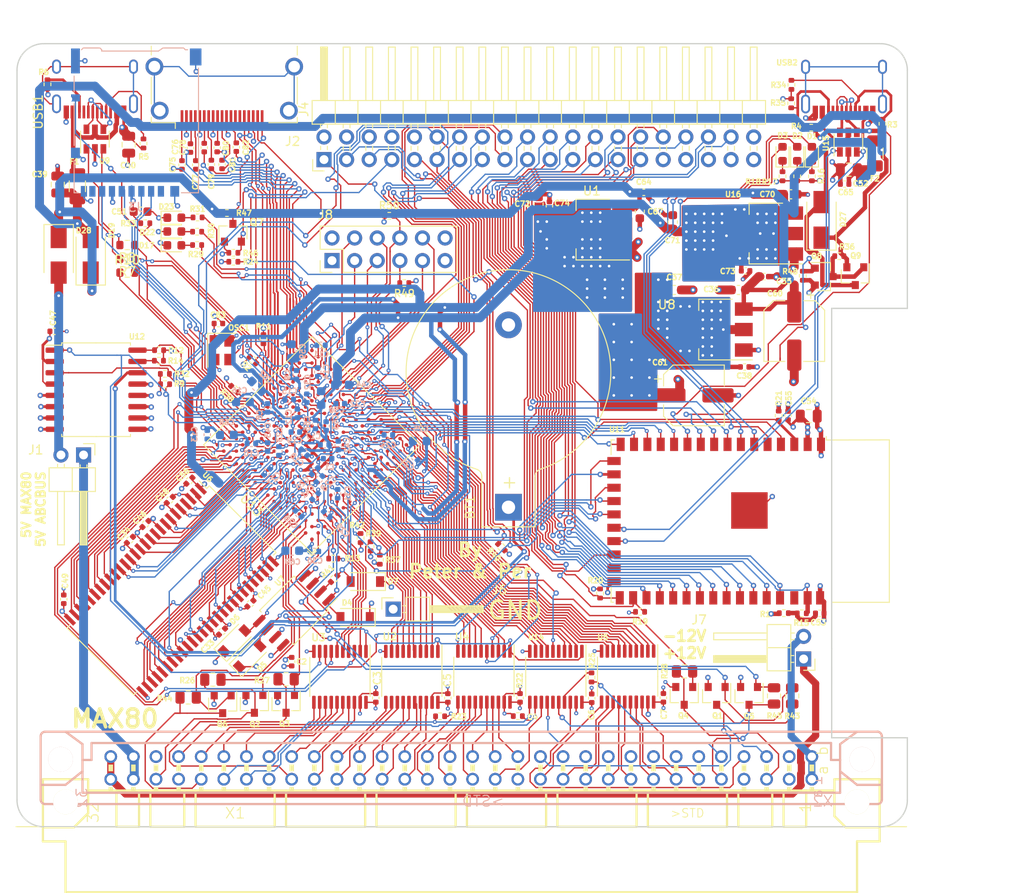
<source format=kicad_pcb>
(kicad_pcb (version 20171130) (host pcbnew 5.99.0+really5.1.10+dfsg1-1)

  (general
    (thickness 1.6)
    (drawings 19)
    (tracks 5461)
    (zones 0)
    (modules 183)
    (nets 300)
  )

  (page A4)
  (title_block
    (title MAX80)
    (date 2021-11-07)
    (rev 0.02)
    (company "No name")
  )

  (layers
    (0 F.Cu signal)
    (1 In1.Cu power)
    (2 In2.Cu signal)
    (31 B.Cu signal)
    (32 B.Adhes user)
    (33 F.Adhes user)
    (34 B.Paste user)
    (35 F.Paste user)
    (36 B.SilkS user)
    (37 F.SilkS user)
    (38 B.Mask user)
    (39 F.Mask user)
    (40 Dwgs.User user)
    (41 Cmts.User user)
    (42 Eco1.User user)
    (43 Eco2.User user)
    (44 Edge.Cuts user)
    (45 Margin user)
    (46 B.CrtYd user)
    (47 F.CrtYd user)
    (48 B.Fab user hide)
    (49 F.Fab user hide)
  )

  (setup
    (last_trace_width 0.15)
    (user_trace_width 0.15)
    (user_trace_width 0.3)
    (user_trace_width 0.5)
    (trace_clearance 0.15)
    (zone_clearance 0.15)
    (zone_45_only no)
    (trace_min 0.15)
    (via_size 0.6)
    (via_drill 0.3)
    (via_min_size 0.45)
    (via_min_drill 0.2)
    (user_via 0.45 0.2)
    (uvia_size 0.3)
    (uvia_drill 0.1)
    (uvias_allowed yes)
    (uvia_min_size 0.2)
    (uvia_min_drill 0.1)
    (edge_width 0.15)
    (segment_width 0.3)
    (pcb_text_width 0.3)
    (pcb_text_size 1.5 1.5)
    (mod_edge_width 0.15)
    (mod_text_size 1 1)
    (mod_text_width 0.15)
    (pad_size 3.5 1.6)
    (pad_drill 0)
    (pad_to_mask_clearance 0)
    (aux_axis_origin 0 0)
    (grid_origin 132.45 85.75)
    (visible_elements FFFFFF7F)
    (pcbplotparams
      (layerselection 0x010fc_ffffffff)
      (usegerberextensions false)
      (usegerberattributes true)
      (usegerberadvancedattributes true)
      (creategerberjobfile true)
      (excludeedgelayer true)
      (linewidth 0.100000)
      (plotframeref false)
      (viasonmask false)
      (mode 1)
      (useauxorigin false)
      (hpglpennumber 1)
      (hpglpenspeed 20)
      (hpglpendiameter 15.000000)
      (psnegative false)
      (psa4output false)
      (plotreference true)
      (plotvalue true)
      (plotinvisibletext false)
      (padsonsilk false)
      (subtractmaskfromsilk false)
      (outputformat 1)
      (mirror false)
      (drillshape 0)
      (scaleselection 1)
      (outputdirectory "max80_gerber002"))
  )

  (net 0 "")
  (net 1 GND)
  (net 2 +5V)
  (net 3 "Net-(R5-Pad2)")
  (net 4 "Net-(R6-Pad2)")
  (net 5 "Net-(U9-Pad4)")
  (net 6 "Net-(U9-Pad6)")
  (net 7 "Net-(USB1-Pad13)")
  (net 8 "Net-(BT1-Pad1)")
  (net 9 /A4)
  (net 10 /A3)
  (net 11 /A2)
  (net 12 /A1)
  (net 13 /A0)
  (net 14 /IO0)
  (net 15 /IO3)
  (net 16 /IO4)
  (net 17 /IO5)
  (net 18 /IO6)
  (net 19 /IO7)
  (net 20 /A11)
  (net 21 /IO9)
  (net 22 /A8)
  (net 23 /A7)
  (net 24 /A6)
  (net 25 /A5)
  (net 26 /A9)
  (net 27 /A10)
  (net 28 /A12)
  (net 29 /IO8)
  (net 30 /IO10)
  (net 31 /IO11)
  (net 32 /IO12)
  (net 33 /IO13)
  (net 34 /IO14)
  (net 35 /IO15)
  (net 36 /abc80bus/D7)
  (net 37 /abc80bus/D6)
  (net 38 /abc80bus/D5)
  (net 39 /abc80bus/D4)
  (net 40 /abc80bus/D3)
  (net 41 /abc80bus/D2)
  (net 42 /abc80bus/D1)
  (net 43 /abc80bus/D0)
  (net 44 /abc80bus/A8)
  (net 45 /abc80bus/A9)
  (net 46 /abc80bus/A10)
  (net 47 /abc80bus/A11)
  (net 48 /abc80bus/A12)
  (net 49 /abc80bus/A13)
  (net 50 /abc80bus/A14)
  (net 51 /abc80bus/A15)
  (net 52 /abc80bus/A7)
  (net 53 /abc80bus/A6)
  (net 54 /abc80bus/A5)
  (net 55 /abc80bus/A4)
  (net 56 /abc80bus/A3)
  (net 57 /abc80bus/A2)
  (net 58 /abc80bus/A1)
  (net 59 /abc80bus/A0)
  (net 60 /IO1)
  (net 61 /IO2)
  (net 62 /32KHZ)
  (net 63 /RTC_INT)
  (net 64 /abc80bus/ABC5V)
  (net 65 /SD_DAT3)
  (net 66 /SD_CMD)
  (net 67 /SD_CLK)
  (net 68 /SD_DAT0)
  (net 69 FPGA_TDI)
  (net 70 FPGA_TMS)
  (net 71 FPGA_TDO)
  (net 72 FPGA_TCK)
  (net 73 ABC_CLK_5)
  (net 74 /FPGA_SCL)
  (net 75 /FPGA_SDA)
  (net 76 FPGA_SPI_CLK)
  (net 77 FGPA_SPI_CS_ESP32)
  (net 78 INT_ESP32)
  (net 79 "Net-(C53-Pad1)")
  (net 80 ESP32_TDO)
  (net 81 ESP32_TCK)
  (net 82 ESP32_TMS)
  (net 83 ESP32_IO0)
  (net 84 ESP32_RXD)
  (net 85 ESP32_TXD)
  (net 86 ESP32_EN)
  (net 87 "Net-(R3-Pad2)")
  (net 88 /ESP32/USB_D-)
  (net 89 /ESP32/USB_D+)
  (net 90 ESP32_TDI)
  (net 91 "Net-(U15-Pad6)")
  (net 92 "Net-(U15-Pad4)")
  (net 93 "Net-(USB2-Pad13)")
  (net 94 "Net-(D1-Pad2)")
  (net 95 "Net-(D1-Pad1)")
  (net 96 "Net-(D2-Pad2)")
  (net 97 "Net-(D2-Pad1)")
  (net 98 "Net-(D3-Pad2)")
  (net 99 "Net-(D3-Pad1)")
  (net 100 ESP32_SCL)
  (net 101 ESP32_SDA)
  (net 102 ESP32_CS2)
  (net 103 ESP32_CS0)
  (net 104 ESP32_MISO)
  (net 105 ESP32_SCK)
  (net 106 ESP32_MOSI)
  (net 107 ESP32_CS1)
  (net 108 /abc80bus/~CS)
  (net 109 /abc80bus/~C4)
  (net 110 /abc80bus/~C3)
  (net 111 /abc80bus/~C2)
  (net 112 /abc80bus/~C1)
  (net 113 /abc80bus/~OUT)
  (net 114 /abc80bus/~RST)
  (net 115 /abc80bus/~XMEMFL)
  (net 116 /abc80bus/~INP)
  (net 117 /abc80bus/~STATUS)
  (net 118 /abc80bus/~XINPSTB)
  (net 119 /abc80bus/~XOUTSTB)
  (net 120 AD0)
  (net 121 AD1)
  (net 122 AD2)
  (net 123 AD3)
  (net 124 AD4)
  (net 125 AD5)
  (net 126 AD6)
  (net 127 AD7)
  (net 128 /abc80bus/~RESIN)
  (net 129 /FPGA_LED1)
  (net 130 /FPGA_LED2)
  (net 131 /FPGA_LED3)
  (net 132 "Net-(D17-Pad2)")
  (net 133 "Net-(D22-Pad2)")
  (net 134 "Net-(D23-Pad2)")
  (net 135 FPGA_GPIO3)
  (net 136 FPGA_GPIO2)
  (net 137 FPGA_GPIO1)
  (net 138 FPGA_GPIO0)
  (net 139 FPGA_GPIO5)
  (net 140 FPGA_GPIO4)
  (net 141 /abc80bus/READY)
  (net 142 /abc80bus/~NMI)
  (net 143 ~FPGA_READY)
  (net 144 FPGA_NMI)
  (net 145 FPGA_RESIN)
  (net 146 /DQMH)
  (net 147 /CLK)
  (net 148 /BA1)
  (net 149 /BA0)
  (net 150 /DQML)
  (net 151 "Net-(D28-Pad2)")
  (net 152 "Net-(F1-Pad2)")
  (net 153 /WE#)
  (net 154 /CAS#)
  (net 155 /RAS#)
  (net 156 /CS#)
  (net 157 +3V3)
  (net 158 +2V5)
  (net 159 +1V2)
  (net 160 "Net-(R13-Pad1)")
  (net 161 "Net-(R37-Pad2)")
  (net 162 "Net-(R38-Pad2)")
  (net 163 "Net-(R41-Pad2)")
  (net 164 DATA0)
  (net 165 ~CS_ABC_3V3)
  (net 166 ~OUT_ABC_3V3)
  (net 167 AD8)
  (net 168 ~C1_ABC_3V3)
  (net 169 AD9)
  (net 170 ~C2_ABC_3V3)
  (net 171 AD10)
  (net 172 ~C3_ABC_3V3)
  (net 173 ~C4_ABC_3V3)
  (net 174 AD11)
  (net 175 AD12)
  (net 176 AD13)
  (net 177 AD14)
  (net 178 AD15)
  (net 179 DLCK)
  (net 180 ASD0)
  (net 181 nCE0)
  (net 182 ~INP_ABC_3V3)
  (net 183 ~STATUS_ABC_3V3)
  (net 184 DD0)
  (net 185 DD1)
  (net 186 DD2)
  (net 187 DD3)
  (net 188 DD4)
  (net 189 DD5)
  (net 190 DD6)
  (net 191 DD7)
  (net 192 DD8)
  (net 193 ~XOUTSTB_ABC_3V3)
  (net 194 ~RST_ABC_3V3)
  (net 195 ~XMEMFL_ABC_3V3)
  (net 196 ~XINPSTB_ABC_3V3)
  (net 197 ABC_CLK_3V3)
  (net 198 FPGA_SPI_MOSI)
  (net 199 FPGA_SPI_MISO)
  (net 200 CLK0n)
  (net 201 HDMI_CK-)
  (net 202 HDMI_D0+)
  (net 203 HDMI_D1-)
  (net 204 HDMI_D2+)
  (net 205 HDMI_CK+)
  (net 206 HDMI_D0-)
  (net 207 HDMI_D1+)
  (net 208 HDMI_D2-)
  (net 209 HDMI_SDA)
  (net 210 HDMI_HPD)
  (net 211 HDMI_SCL)
  (net 212 FPGA_JTAGEN)
  (net 213 FLASH_CS#)
  (net 214 /abc80bus/~INT)
  (net 215 /abc80bus/~XMEMW800)
  (net 216 /abc80bus/~XMEMW80)
  (net 217 INT_ABC_3V3)
  (net 218 INT800_ABC_3V3)
  (net 219 ~XMEMW80_ABC_3V3)
  (net 220 ~XMEMW800_ABC_3V3)
  (net 221 /abc80bus/~XM)
  (net 222 XM_ABC_3V3)
  (net 223 "Net-(R25-Pad2)")
  (net 224 AD16)
  (net 225 /abc80bus/ABC_-12V)
  (net 226 /abc80bus/ABC_12V)
  (net 227 "Net-(C75-Pad1)")
  (net 228 "Net-(C76-Pad1)")
  (net 229 "Net-(C77-Pad1)")
  (net 230 "Net-(C78-Pad1)")
  (net 231 "Net-(C79-Pad1)")
  (net 232 "Net-(C80-Pad1)")
  (net 233 "Net-(C81-Pad1)")
  (net 234 "Net-(C82-Pad1)")
  (net 235 EXT_HG)
  (net 236 EXT_HB)
  (net 237 EXT_HE)
  (net 238 EXT_HC)
  (net 239 EXT_HA)
  (net 240 EXT_HF)
  (net 241 EXT_HH)
  (net 242 EXT_HD)
  (net 243 "Net-(J4-Pad40)")
  (net 244 "Net-(J4-Pad8)")
  (net 245 "Net-(J4-Pad6)")
  (net 246 "Net-(U6-Pad40)")
  (net 247 "Net-(U11-Pad25)")
  (net 248 "Net-(U11-Pad40)")
  (net 249 "Net-(U13-PadK12)")
  (net 250 "Net-(U13-PadL11)")
  (net 251 "Net-(U13-PadP15)")
  (net 252 "Net-(U13-PadJ14)")
  (net 253 "Net-(U13-PadL14)")
  (net 254 "Net-(U13-PadN14)")
  (net 255 "Net-(U13-PadK10)")
  (net 256 "Net-(U13-PadK9)")
  (net 257 "Net-(U13-PadL9)")
  (net 258 "Net-(U13-PadJ13)")
  (net 259 "Net-(U13-PadJ12)")
  (net 260 "Net-(U13-PadP11)")
  (net 261 "Net-(U13-PadL6)")
  (net 262 "Net-(U13-PadK6)")
  (net 263 "Net-(U13-PadC3)")
  (net 264 "Net-(U14-Pad15)")
  (net 265 "Net-(U14-Pad5)")
  (net 266 "Net-(USB1-Pad3)")
  (net 267 "Net-(USB1-Pad9)")
  (net 268 "Net-(USB2-Pad3)")
  (net 269 "Net-(USB2-Pad9)")
  (net 270 "Net-(X1-PadB30)")
  (net 271 "Net-(X1-PadB12)")
  (net 272 "Net-(X1-PadB11)")
  (net 273 "Net-(X1-PadB10)")
  (net 274 "Net-(X1-PadB9)")
  (net 275 "Net-(X1-PadB8)")
  (net 276 "Net-(X1-PadB7)")
  (net 277 "Net-(X1-PadB6)")
  (net 278 "Net-(X1-PadA29)")
  (net 279 "Net-(X1-PadA25)")
  (net 280 "Net-(X1-PadA14)")
  (net 281 "Net-(J2-PadSH)")
  (net 282 "Net-(J2-Pad19)")
  (net 283 "Net-(J2-Pad14)")
  (net 284 "Net-(J2-Pad13)")
  (net 285 /~SD_DETECT)
  (net 286 "Net-(J3-Pad1)")
  (net 287 "Net-(J3-Pad8)")
  (net 288 "Net-(U13-PadF13)")
  (net 289 "Net-(R7-Pad2)")
  (net 290 /FPGA_USB_DS_DP)
  (net 291 "Net-(R8-Pad2)")
  (net 292 /FPGA_USB_DS_DN)
  (net 293 /FPGA_USB_PU)
  (net 294 "Net-(D27-Pad2)")
  (net 295 "Net-(Q8-Pad3)")
  (net 296 USB_PWR_EN)
  (net 297 ~USB_PWR_SINK)
  (net 298 "Net-(R35-Pad2)")
  (net 299 +5VA)

  (net_class Default "This is the default net class."
    (clearance 0.15)
    (trace_width 0.15)
    (via_dia 0.6)
    (via_drill 0.3)
    (uvia_dia 0.3)
    (uvia_drill 0.1)
    (add_net +1V2)
    (add_net +2V5)
    (add_net +3V3)
    (add_net +5V)
    (add_net +5VA)
    (add_net /32KHZ)
    (add_net /A0)
    (add_net /A1)
    (add_net /A10)
    (add_net /A11)
    (add_net /A12)
    (add_net /A2)
    (add_net /A3)
    (add_net /A4)
    (add_net /A5)
    (add_net /A6)
    (add_net /A7)
    (add_net /A8)
    (add_net /A9)
    (add_net /BA0)
    (add_net /BA1)
    (add_net /CAS#)
    (add_net /CLK)
    (add_net /CS#)
    (add_net /DQMH)
    (add_net /DQML)
    (add_net /ESP32/USB_D+)
    (add_net /ESP32/USB_D-)
    (add_net /FPGA_LED1)
    (add_net /FPGA_LED2)
    (add_net /FPGA_LED3)
    (add_net /FPGA_SCL)
    (add_net /FPGA_SDA)
    (add_net /FPGA_USB_DS_DN)
    (add_net /FPGA_USB_DS_DP)
    (add_net /FPGA_USB_PU)
    (add_net /IO0)
    (add_net /IO1)
    (add_net /IO10)
    (add_net /IO11)
    (add_net /IO12)
    (add_net /IO13)
    (add_net /IO14)
    (add_net /IO15)
    (add_net /IO2)
    (add_net /IO3)
    (add_net /IO4)
    (add_net /IO5)
    (add_net /IO6)
    (add_net /IO7)
    (add_net /IO8)
    (add_net /IO9)
    (add_net /RAS#)
    (add_net /RTC_INT)
    (add_net /SD_CLK)
    (add_net /SD_CMD)
    (add_net /SD_DAT0)
    (add_net /SD_DAT3)
    (add_net /WE#)
    (add_net /abc80bus/A0)
    (add_net /abc80bus/A1)
    (add_net /abc80bus/A10)
    (add_net /abc80bus/A11)
    (add_net /abc80bus/A12)
    (add_net /abc80bus/A13)
    (add_net /abc80bus/A14)
    (add_net /abc80bus/A15)
    (add_net /abc80bus/A2)
    (add_net /abc80bus/A3)
    (add_net /abc80bus/A4)
    (add_net /abc80bus/A5)
    (add_net /abc80bus/A6)
    (add_net /abc80bus/A7)
    (add_net /abc80bus/A8)
    (add_net /abc80bus/A9)
    (add_net /abc80bus/ABC5V)
    (add_net /abc80bus/ABC_-12V)
    (add_net /abc80bus/ABC_12V)
    (add_net /abc80bus/D0)
    (add_net /abc80bus/D1)
    (add_net /abc80bus/D2)
    (add_net /abc80bus/D3)
    (add_net /abc80bus/D4)
    (add_net /abc80bus/D5)
    (add_net /abc80bus/D6)
    (add_net /abc80bus/D7)
    (add_net /abc80bus/READY)
    (add_net /abc80bus/~C1)
    (add_net /abc80bus/~C2)
    (add_net /abc80bus/~C3)
    (add_net /abc80bus/~C4)
    (add_net /abc80bus/~CS)
    (add_net /abc80bus/~INP)
    (add_net /abc80bus/~INT)
    (add_net /abc80bus/~NMI)
    (add_net /abc80bus/~OUT)
    (add_net /abc80bus/~RESIN)
    (add_net /abc80bus/~RST)
    (add_net /abc80bus/~STATUS)
    (add_net /abc80bus/~XINPSTB)
    (add_net /abc80bus/~XM)
    (add_net /abc80bus/~XMEMFL)
    (add_net /abc80bus/~XMEMW80)
    (add_net /abc80bus/~XMEMW800)
    (add_net /abc80bus/~XOUTSTB)
    (add_net /~SD_DETECT)
    (add_net ABC_CLK_3V3)
    (add_net ABC_CLK_5)
    (add_net AD0)
    (add_net AD1)
    (add_net AD10)
    (add_net AD11)
    (add_net AD12)
    (add_net AD13)
    (add_net AD14)
    (add_net AD15)
    (add_net AD16)
    (add_net AD2)
    (add_net AD3)
    (add_net AD4)
    (add_net AD5)
    (add_net AD6)
    (add_net AD7)
    (add_net AD8)
    (add_net AD9)
    (add_net ASD0)
    (add_net CLK0n)
    (add_net DATA0)
    (add_net DD0)
    (add_net DD1)
    (add_net DD2)
    (add_net DD3)
    (add_net DD4)
    (add_net DD5)
    (add_net DD6)
    (add_net DD7)
    (add_net DD8)
    (add_net DLCK)
    (add_net ESP32_CS0)
    (add_net ESP32_CS1)
    (add_net ESP32_CS2)
    (add_net ESP32_EN)
    (add_net ESP32_IO0)
    (add_net ESP32_MISO)
    (add_net ESP32_MOSI)
    (add_net ESP32_RXD)
    (add_net ESP32_SCK)
    (add_net ESP32_SCL)
    (add_net ESP32_SDA)
    (add_net ESP32_TCK)
    (add_net ESP32_TDI)
    (add_net ESP32_TDO)
    (add_net ESP32_TMS)
    (add_net ESP32_TXD)
    (add_net EXT_HA)
    (add_net EXT_HB)
    (add_net EXT_HC)
    (add_net EXT_HD)
    (add_net EXT_HE)
    (add_net EXT_HF)
    (add_net EXT_HG)
    (add_net EXT_HH)
    (add_net FGPA_SPI_CS_ESP32)
    (add_net FLASH_CS#)
    (add_net FPGA_GPIO0)
    (add_net FPGA_GPIO1)
    (add_net FPGA_GPIO2)
    (add_net FPGA_GPIO3)
    (add_net FPGA_GPIO4)
    (add_net FPGA_GPIO5)
    (add_net FPGA_JTAGEN)
    (add_net FPGA_NMI)
    (add_net FPGA_RESIN)
    (add_net FPGA_SPI_CLK)
    (add_net FPGA_SPI_MISO)
    (add_net FPGA_SPI_MOSI)
    (add_net FPGA_TCK)
    (add_net FPGA_TDI)
    (add_net FPGA_TDO)
    (add_net FPGA_TMS)
    (add_net GND)
    (add_net HDMI_CK+)
    (add_net HDMI_CK-)
    (add_net HDMI_D0+)
    (add_net HDMI_D0-)
    (add_net HDMI_D1+)
    (add_net HDMI_D1-)
    (add_net HDMI_D2+)
    (add_net HDMI_D2-)
    (add_net HDMI_HPD)
    (add_net HDMI_SCL)
    (add_net HDMI_SDA)
    (add_net INT800_ABC_3V3)
    (add_net INT_ABC_3V3)
    (add_net INT_ESP32)
    (add_net "Net-(BT1-Pad1)")
    (add_net "Net-(C53-Pad1)")
    (add_net "Net-(C75-Pad1)")
    (add_net "Net-(C76-Pad1)")
    (add_net "Net-(C77-Pad1)")
    (add_net "Net-(C78-Pad1)")
    (add_net "Net-(C79-Pad1)")
    (add_net "Net-(C80-Pad1)")
    (add_net "Net-(C81-Pad1)")
    (add_net "Net-(C82-Pad1)")
    (add_net "Net-(D1-Pad1)")
    (add_net "Net-(D1-Pad2)")
    (add_net "Net-(D17-Pad2)")
    (add_net "Net-(D2-Pad1)")
    (add_net "Net-(D2-Pad2)")
    (add_net "Net-(D22-Pad2)")
    (add_net "Net-(D23-Pad2)")
    (add_net "Net-(D27-Pad2)")
    (add_net "Net-(D28-Pad2)")
    (add_net "Net-(D3-Pad1)")
    (add_net "Net-(D3-Pad2)")
    (add_net "Net-(F1-Pad2)")
    (add_net "Net-(J2-Pad13)")
    (add_net "Net-(J2-Pad14)")
    (add_net "Net-(J2-Pad19)")
    (add_net "Net-(J2-PadSH)")
    (add_net "Net-(J3-Pad1)")
    (add_net "Net-(J3-Pad8)")
    (add_net "Net-(J4-Pad40)")
    (add_net "Net-(J4-Pad6)")
    (add_net "Net-(J4-Pad8)")
    (add_net "Net-(Q8-Pad3)")
    (add_net "Net-(R13-Pad1)")
    (add_net "Net-(R25-Pad2)")
    (add_net "Net-(R3-Pad2)")
    (add_net "Net-(R35-Pad2)")
    (add_net "Net-(R37-Pad2)")
    (add_net "Net-(R38-Pad2)")
    (add_net "Net-(R41-Pad2)")
    (add_net "Net-(R5-Pad2)")
    (add_net "Net-(R6-Pad2)")
    (add_net "Net-(R7-Pad2)")
    (add_net "Net-(R8-Pad2)")
    (add_net "Net-(U11-Pad25)")
    (add_net "Net-(U11-Pad40)")
    (add_net "Net-(U13-PadC3)")
    (add_net "Net-(U13-PadF13)")
    (add_net "Net-(U13-PadJ12)")
    (add_net "Net-(U13-PadJ13)")
    (add_net "Net-(U13-PadJ14)")
    (add_net "Net-(U13-PadK10)")
    (add_net "Net-(U13-PadK12)")
    (add_net "Net-(U13-PadK6)")
    (add_net "Net-(U13-PadK9)")
    (add_net "Net-(U13-PadL11)")
    (add_net "Net-(U13-PadL14)")
    (add_net "Net-(U13-PadL6)")
    (add_net "Net-(U13-PadL9)")
    (add_net "Net-(U13-PadN14)")
    (add_net "Net-(U13-PadP11)")
    (add_net "Net-(U13-PadP15)")
    (add_net "Net-(U14-Pad15)")
    (add_net "Net-(U14-Pad5)")
    (add_net "Net-(U15-Pad4)")
    (add_net "Net-(U15-Pad6)")
    (add_net "Net-(U6-Pad40)")
    (add_net "Net-(U9-Pad4)")
    (add_net "Net-(U9-Pad6)")
    (add_net "Net-(USB1-Pad13)")
    (add_net "Net-(USB1-Pad3)")
    (add_net "Net-(USB1-Pad9)")
    (add_net "Net-(USB2-Pad13)")
    (add_net "Net-(USB2-Pad3)")
    (add_net "Net-(USB2-Pad9)")
    (add_net "Net-(X1-PadA14)")
    (add_net "Net-(X1-PadA25)")
    (add_net "Net-(X1-PadA29)")
    (add_net "Net-(X1-PadB10)")
    (add_net "Net-(X1-PadB11)")
    (add_net "Net-(X1-PadB12)")
    (add_net "Net-(X1-PadB30)")
    (add_net "Net-(X1-PadB6)")
    (add_net "Net-(X1-PadB7)")
    (add_net "Net-(X1-PadB8)")
    (add_net "Net-(X1-PadB9)")
    (add_net USB_PWR_EN)
    (add_net XM_ABC_3V3)
    (add_net nCE0)
    (add_net ~C1_ABC_3V3)
    (add_net ~C2_ABC_3V3)
    (add_net ~C3_ABC_3V3)
    (add_net ~C4_ABC_3V3)
    (add_net ~CS_ABC_3V3)
    (add_net ~FPGA_READY)
    (add_net ~INP_ABC_3V3)
    (add_net ~OUT_ABC_3V3)
    (add_net ~RST_ABC_3V3)
    (add_net ~STATUS_ABC_3V3)
    (add_net ~USB_PWR_SINK)
    (add_net ~XINPSTB_ABC_3V3)
    (add_net ~XMEMFL_ABC_3V3)
    (add_net ~XMEMW800_ABC_3V3)
    (add_net ~XMEMW80_ABC_3V3)
    (add_net ~XOUTSTB_ABC_3V3)
  )

  (module Resistor_SMD:R_0402_1005Metric (layer F.Cu) (tedit 5F68FEEE) (tstamp 619A430A)
    (at 193.225 66.55 90)
    (descr "Resistor SMD 0402 (1005 Metric), square (rectangular) end terminal, IPC_7351 nominal, (Body size source: IPC-SM-782 page 72, https://www.pcb-3d.com/wordpress/wp-content/uploads/ipc-sm-782a_amendment_1_and_2.pdf), generated with kicad-footprint-generator")
    (tags resistor)
    (path /602159BB/61AC14CB)
    (attr smd)
    (fp_text reference R48 (at 0.475 -1.425 180) (layer F.SilkS)
      (effects (font (size 0.6 0.6) (thickness 0.15)))
    )
    (fp_text value 36k (at 0 1.17 90) (layer F.Fab)
      (effects (font (size 1 1) (thickness 0.15)))
    )
    (fp_line (start 0.93 0.47) (end -0.93 0.47) (layer F.CrtYd) (width 0.05))
    (fp_line (start 0.93 -0.47) (end 0.93 0.47) (layer F.CrtYd) (width 0.05))
    (fp_line (start -0.93 -0.47) (end 0.93 -0.47) (layer F.CrtYd) (width 0.05))
    (fp_line (start -0.93 0.47) (end -0.93 -0.47) (layer F.CrtYd) (width 0.05))
    (fp_line (start -0.153641 0.38) (end 0.153641 0.38) (layer F.SilkS) (width 0.12))
    (fp_line (start -0.153641 -0.38) (end 0.153641 -0.38) (layer F.SilkS) (width 0.12))
    (fp_line (start 0.525 0.27) (end -0.525 0.27) (layer F.Fab) (width 0.1))
    (fp_line (start 0.525 -0.27) (end 0.525 0.27) (layer F.Fab) (width 0.1))
    (fp_line (start -0.525 -0.27) (end 0.525 -0.27) (layer F.Fab) (width 0.1))
    (fp_line (start -0.525 0.27) (end -0.525 -0.27) (layer F.Fab) (width 0.1))
    (fp_text user %R (at 0 0 90) (layer F.Fab)
      (effects (font (size 0.26 0.26) (thickness 0.04)))
    )
    (pad 2 smd roundrect (at 0.51 0 90) (size 0.54 0.64) (layers F.Cu F.Paste F.Mask) (roundrect_rratio 0.25)
      (net 296 USB_PWR_EN))
    (pad 1 smd roundrect (at -0.51 0 90) (size 0.54 0.64) (layers F.Cu F.Paste F.Mask) (roundrect_rratio 0.25)
      (net 1 GND))
    (model ${KISYS3DMOD}/Resistor_SMD.3dshapes/R_0402_1005Metric.wrl
      (at (xyz 0 0 0))
      (scale (xyz 1 1 1))
      (rotate (xyz 0 0 0))
    )
  )

  (module Resistor_SMD:R_0402_1005Metric (layer F.Cu) (tedit 5F68FEEE) (tstamp 619A4199)
    (at 197.325 64.35)
    (descr "Resistor SMD 0402 (1005 Metric), square (rectangular) end terminal, IPC_7351 nominal, (Body size source: IPC-SM-782 page 72, https://www.pcb-3d.com/wordpress/wp-content/uploads/ipc-sm-782a_amendment_1_and_2.pdf), generated with kicad-footprint-generator")
    (tags resistor)
    (path /602159BB/61A919F7)
    (attr smd)
    (fp_text reference R36 (at 0.875 -1.05) (layer F.SilkS)
      (effects (font (size 0.6 0.6) (thickness 0.15)))
    )
    (fp_text value 36k (at 0 1.17) (layer F.Fab)
      (effects (font (size 1 1) (thickness 0.15)))
    )
    (fp_line (start 0.93 0.47) (end -0.93 0.47) (layer F.CrtYd) (width 0.05))
    (fp_line (start 0.93 -0.47) (end 0.93 0.47) (layer F.CrtYd) (width 0.05))
    (fp_line (start -0.93 -0.47) (end 0.93 -0.47) (layer F.CrtYd) (width 0.05))
    (fp_line (start -0.93 0.47) (end -0.93 -0.47) (layer F.CrtYd) (width 0.05))
    (fp_line (start -0.153641 0.38) (end 0.153641 0.38) (layer F.SilkS) (width 0.12))
    (fp_line (start -0.153641 -0.38) (end 0.153641 -0.38) (layer F.SilkS) (width 0.12))
    (fp_line (start 0.525 0.27) (end -0.525 0.27) (layer F.Fab) (width 0.1))
    (fp_line (start 0.525 -0.27) (end 0.525 0.27) (layer F.Fab) (width 0.1))
    (fp_line (start -0.525 -0.27) (end 0.525 -0.27) (layer F.Fab) (width 0.1))
    (fp_line (start -0.525 0.27) (end -0.525 -0.27) (layer F.Fab) (width 0.1))
    (fp_text user %R (at 0 0) (layer F.Fab)
      (effects (font (size 0.26 0.26) (thickness 0.04)))
    )
    (pad 2 smd roundrect (at 0.51 0) (size 0.54 0.64) (layers F.Cu F.Paste F.Mask) (roundrect_rratio 0.25)
      (net 299 +5VA))
    (pad 1 smd roundrect (at -0.51 0) (size 0.54 0.64) (layers F.Cu F.Paste F.Mask) (roundrect_rratio 0.25)
      (net 295 "Net-(Q8-Pad3)"))
    (model ${KISYS3DMOD}/Resistor_SMD.3dshapes/R_0402_1005Metric.wrl
      (at (xyz 0 0 0))
      (scale (xyz 1 1 1))
      (rotate (xyz 0 0 0))
    )
  )

  (module Resistor_SMD:R_0402_1005Metric (layer F.Cu) (tedit 5F68FEEE) (tstamp 619A4188)
    (at 191.925 47.175 270)
    (descr "Resistor SMD 0402 (1005 Metric), square (rectangular) end terminal, IPC_7351 nominal, (Body size source: IPC-SM-782 page 72, https://www.pcb-3d.com/wordpress/wp-content/uploads/ipc-sm-782a_amendment_1_and_2.pdf), generated with kicad-footprint-generator")
    (tags resistor)
    (path /602159BB/619FB3AA)
    (attr smd)
    (fp_text reference R35 (at -0.05 1.475 180) (layer F.SilkS)
      (effects (font (size 0.6 0.6) (thickness 0.15)))
    )
    (fp_text value 36k (at 0 1.17 90) (layer F.Fab)
      (effects (font (size 1 1) (thickness 0.15)))
    )
    (fp_line (start 0.93 0.47) (end -0.93 0.47) (layer F.CrtYd) (width 0.05))
    (fp_line (start 0.93 -0.47) (end 0.93 0.47) (layer F.CrtYd) (width 0.05))
    (fp_line (start -0.93 -0.47) (end 0.93 -0.47) (layer F.CrtYd) (width 0.05))
    (fp_line (start -0.93 0.47) (end -0.93 -0.47) (layer F.CrtYd) (width 0.05))
    (fp_line (start -0.153641 0.38) (end 0.153641 0.38) (layer F.SilkS) (width 0.12))
    (fp_line (start -0.153641 -0.38) (end 0.153641 -0.38) (layer F.SilkS) (width 0.12))
    (fp_line (start 0.525 0.27) (end -0.525 0.27) (layer F.Fab) (width 0.1))
    (fp_line (start 0.525 -0.27) (end 0.525 0.27) (layer F.Fab) (width 0.1))
    (fp_line (start -0.525 -0.27) (end 0.525 -0.27) (layer F.Fab) (width 0.1))
    (fp_line (start -0.525 0.27) (end -0.525 -0.27) (layer F.Fab) (width 0.1))
    (fp_text user %R (at 0 0 90) (layer F.Fab)
      (effects (font (size 0.26 0.26) (thickness 0.04)))
    )
    (pad 2 smd roundrect (at 0.51 0 270) (size 0.54 0.64) (layers F.Cu F.Paste F.Mask) (roundrect_rratio 0.25)
      (net 298 "Net-(R35-Pad2)"))
    (pad 1 smd roundrect (at -0.51 0 270) (size 0.54 0.64) (layers F.Cu F.Paste F.Mask) (roundrect_rratio 0.25)
      (net 157 +3V3))
    (model ${KISYS3DMOD}/Resistor_SMD.3dshapes/R_0402_1005Metric.wrl
      (at (xyz 0 0 0))
      (scale (xyz 1 1 1))
      (rotate (xyz 0 0 0))
    )
  )

  (module Resistor_SMD:R_0402_1005Metric (layer F.Cu) (tedit 5F68FEEE) (tstamp 619A4177)
    (at 191.95 45.1 90)
    (descr "Resistor SMD 0402 (1005 Metric), square (rectangular) end terminal, IPC_7351 nominal, (Body size source: IPC-SM-782 page 72, https://www.pcb-3d.com/wordpress/wp-content/uploads/ipc-sm-782a_amendment_1_and_2.pdf), generated with kicad-footprint-generator")
    (tags resistor)
    (path /602159BB/619F265C)
    (attr smd)
    (fp_text reference R34 (at -0.025 -1.45 180) (layer F.SilkS)
      (effects (font (size 0.6 0.6) (thickness 0.15)))
    )
    (fp_text value 36k (at 0 1.17 90) (layer F.Fab)
      (effects (font (size 1 1) (thickness 0.15)))
    )
    (fp_line (start 0.93 0.47) (end -0.93 0.47) (layer F.CrtYd) (width 0.05))
    (fp_line (start 0.93 -0.47) (end 0.93 0.47) (layer F.CrtYd) (width 0.05))
    (fp_line (start -0.93 -0.47) (end 0.93 -0.47) (layer F.CrtYd) (width 0.05))
    (fp_line (start -0.93 0.47) (end -0.93 -0.47) (layer F.CrtYd) (width 0.05))
    (fp_line (start -0.153641 0.38) (end 0.153641 0.38) (layer F.SilkS) (width 0.12))
    (fp_line (start -0.153641 -0.38) (end 0.153641 -0.38) (layer F.SilkS) (width 0.12))
    (fp_line (start 0.525 0.27) (end -0.525 0.27) (layer F.Fab) (width 0.1))
    (fp_line (start 0.525 -0.27) (end 0.525 0.27) (layer F.Fab) (width 0.1))
    (fp_line (start -0.525 -0.27) (end 0.525 -0.27) (layer F.Fab) (width 0.1))
    (fp_line (start -0.525 0.27) (end -0.525 -0.27) (layer F.Fab) (width 0.1))
    (fp_text user %R (at 0 0 90) (layer F.Fab)
      (effects (font (size 0.26 0.26) (thickness 0.04)))
    )
    (pad 2 smd roundrect (at 0.51 0 90) (size 0.54 0.64) (layers F.Cu F.Paste F.Mask) (roundrect_rratio 0.25)
      (net 87 "Net-(R3-Pad2)"))
    (pad 1 smd roundrect (at -0.51 0 90) (size 0.54 0.64) (layers F.Cu F.Paste F.Mask) (roundrect_rratio 0.25)
      (net 157 +3V3))
    (model ${KISYS3DMOD}/Resistor_SMD.3dshapes/R_0402_1005Metric.wrl
      (at (xyz 0 0 0))
      (scale (xyz 1 1 1))
      (rotate (xyz 0 0 0))
    )
  )

  (module Package_TO_SOT_SMD:SOT-23 (layer F.Cu) (tedit 5A02FF57) (tstamp 619A3D46)
    (at 199.125 66.6 270)
    (descr "SOT-23, Standard")
    (tags SOT-23)
    (path /602159BB/61A79372)
    (attr smd)
    (fp_text reference Q9 (at -2.3 -0.05 180) (layer F.SilkS)
      (effects (font (size 0.6 0.6) (thickness 0.15)))
    )
    (fp_text value AO3401A (at 0 2.5 90) (layer F.Fab)
      (effects (font (size 1 1) (thickness 0.15)))
    )
    (fp_line (start 0.76 1.58) (end -0.7 1.58) (layer F.SilkS) (width 0.12))
    (fp_line (start 0.76 -1.58) (end -1.4 -1.58) (layer F.SilkS) (width 0.12))
    (fp_line (start -1.7 1.75) (end -1.7 -1.75) (layer F.CrtYd) (width 0.05))
    (fp_line (start 1.7 1.75) (end -1.7 1.75) (layer F.CrtYd) (width 0.05))
    (fp_line (start 1.7 -1.75) (end 1.7 1.75) (layer F.CrtYd) (width 0.05))
    (fp_line (start -1.7 -1.75) (end 1.7 -1.75) (layer F.CrtYd) (width 0.05))
    (fp_line (start 0.76 -1.58) (end 0.76 -0.65) (layer F.SilkS) (width 0.12))
    (fp_line (start 0.76 1.58) (end 0.76 0.65) (layer F.SilkS) (width 0.12))
    (fp_line (start -0.7 1.52) (end 0.7 1.52) (layer F.Fab) (width 0.1))
    (fp_line (start 0.7 -1.52) (end 0.7 1.52) (layer F.Fab) (width 0.1))
    (fp_line (start -0.7 -0.95) (end -0.15 -1.52) (layer F.Fab) (width 0.1))
    (fp_line (start -0.15 -1.52) (end 0.7 -1.52) (layer F.Fab) (width 0.1))
    (fp_line (start -0.7 -0.95) (end -0.7 1.5) (layer F.Fab) (width 0.1))
    (fp_text user %R (at 0 0) (layer F.Fab)
      (effects (font (size 0.5 0.5) (thickness 0.075)))
    )
    (pad 3 smd rect (at 1 0 270) (size 0.9 0.8) (layers F.Cu F.Paste F.Mask)
      (net 294 "Net-(D27-Pad2)"))
    (pad 2 smd rect (at -1 0.95 270) (size 0.9 0.8) (layers F.Cu F.Paste F.Mask)
      (net 299 +5VA))
    (pad 1 smd rect (at -1 -0.95 270) (size 0.9 0.8) (layers F.Cu F.Paste F.Mask)
      (net 295 "Net-(Q8-Pad3)"))
    (model ${KISYS3DMOD}/Package_TO_SOT_SMD.3dshapes/SOT-23.wrl
      (at (xyz 0 0 0))
      (scale (xyz 1 1 1))
      (rotate (xyz 0 0 0))
    )
  )

  (module Package_TO_SOT_SMD:SOT-23 (layer F.Cu) (tedit 5A02FF57) (tstamp 619A3D31)
    (at 195.575 66.65)
    (descr "SOT-23, Standard")
    (tags SOT-23)
    (path /602159BB/61A76D78)
    (attr smd)
    (fp_text reference Q8 (at -0.8 -2.3) (layer F.SilkS)
      (effects (font (size 0.6 0.6) (thickness 0.15)))
    )
    (fp_text value AO3400A (at 0 2.5) (layer F.Fab)
      (effects (font (size 1 1) (thickness 0.15)))
    )
    (fp_line (start 0.76 1.58) (end -0.7 1.58) (layer F.SilkS) (width 0.12))
    (fp_line (start 0.76 -1.58) (end -1.4 -1.58) (layer F.SilkS) (width 0.12))
    (fp_line (start -1.7 1.75) (end -1.7 -1.75) (layer F.CrtYd) (width 0.05))
    (fp_line (start 1.7 1.75) (end -1.7 1.75) (layer F.CrtYd) (width 0.05))
    (fp_line (start 1.7 -1.75) (end 1.7 1.75) (layer F.CrtYd) (width 0.05))
    (fp_line (start -1.7 -1.75) (end 1.7 -1.75) (layer F.CrtYd) (width 0.05))
    (fp_line (start 0.76 -1.58) (end 0.76 -0.65) (layer F.SilkS) (width 0.12))
    (fp_line (start 0.76 1.58) (end 0.76 0.65) (layer F.SilkS) (width 0.12))
    (fp_line (start -0.7 1.52) (end 0.7 1.52) (layer F.Fab) (width 0.1))
    (fp_line (start 0.7 -1.52) (end 0.7 1.52) (layer F.Fab) (width 0.1))
    (fp_line (start -0.7 -0.95) (end -0.15 -1.52) (layer F.Fab) (width 0.1))
    (fp_line (start -0.15 -1.52) (end 0.7 -1.52) (layer F.Fab) (width 0.1))
    (fp_line (start -0.7 -0.95) (end -0.7 1.5) (layer F.Fab) (width 0.1))
    (fp_text user %R (at 0 0 90) (layer F.Fab)
      (effects (font (size 0.5 0.5) (thickness 0.075)))
    )
    (pad 3 smd rect (at 1 0) (size 0.9 0.8) (layers F.Cu F.Paste F.Mask)
      (net 295 "Net-(Q8-Pad3)"))
    (pad 2 smd rect (at -1 0.95) (size 0.9 0.8) (layers F.Cu F.Paste F.Mask)
      (net 1 GND))
    (pad 1 smd rect (at -1 -0.95) (size 0.9 0.8) (layers F.Cu F.Paste F.Mask)
      (net 296 USB_PWR_EN))
    (model ${KISYS3DMOD}/Package_TO_SOT_SMD.3dshapes/SOT-23.wrl
      (at (xyz 0 0 0))
      (scale (xyz 1 1 1))
      (rotate (xyz 0 0 0))
    )
  )

  (module Package_BGA:BGA-256_17.0x17.0mm_Layout16x16_P1.0mm_Ball0.5mm_Pad0.4mm_NSMD (layer F.Cu) (tedit 5A058D74) (tstamp 619D06B0)
    (at 138.095 85.555 135)
    (descr "BGA-256, dimensions: https://www.xilinx.com/support/documentation/package_specs/ft256.pdf, design rules: https://www.xilinx.com/support/documentation/user_guides/ug1099-bga-device-design-rules.pdf")
    (tags BGA-256)
    (path /6055A8B6)
    (attr smd)
    (fp_text reference U13 (at 0 -9.6 135) (layer F.SilkS)
      (effects (font (size 1 1) (thickness 0.15)))
    )
    (fp_text value EP4CE15F17C8N (at 0 9.7 135) (layer F.Fab)
      (effects (font (size 1 1) (thickness 0.15)))
    )
    (fp_line (start 9.5 9.5) (end -9.5 9.5) (layer F.CrtYd) (width 0.05))
    (fp_line (start 9.5 9.5) (end 9.5 -9.5) (layer F.CrtYd) (width 0.05))
    (fp_line (start -9.5 -9.5) (end -9.5 9.5) (layer F.CrtYd) (width 0.05))
    (fp_line (start -9.5 -9.5) (end 9.5 -9.5) (layer F.CrtYd) (width 0.05))
    (fp_line (start -8.5 -8) (end -8.5 8.5) (layer F.Fab) (width 0.1))
    (fp_line (start -8 -8.5) (end -8.5 -8) (layer F.Fab) (width 0.1))
    (fp_line (start 8.5 -8.5) (end -8 -8.5) (layer F.Fab) (width 0.1))
    (fp_line (start 8.5 8.5) (end 8.5 -8.5) (layer F.Fab) (width 0.1))
    (fp_line (start -8.5 8.5) (end 8.5 8.5) (layer F.Fab) (width 0.1))
    (fp_line (start 8.6 8.6) (end 8.6 -8.6) (layer F.SilkS) (width 0.12))
    (fp_line (start -8.6 8.6) (end 8.6 8.6) (layer F.SilkS) (width 0.12))
    (fp_line (start -8.6 -8.6) (end -8.6 8.6) (layer F.SilkS) (width 0.12))
    (fp_line (start 8.6 -8.6) (end -8.6 -8.6) (layer F.SilkS) (width 0.12))
    (fp_line (start -8.8 -8.8) (end -8.8 -8.1) (layer F.SilkS) (width 0.12))
    (fp_line (start -8.1 -8.8) (end -8.8 -8.8) (layer F.SilkS) (width 0.12))
    (fp_text user %R (at 0 0 135) (layer F.Fab)
      (effects (font (size 1 1) (thickness 0.15)))
    )
    (pad H16 smd circle (at 7.5 -0.5 135) (size 0.4 0.4) (layers F.Cu F.Paste F.Mask)
      (net 1 GND))
    (pad J16 smd circle (at 7.5 0.5 135) (size 0.4 0.4) (layers F.Cu F.Paste F.Mask)
      (net 201 HDMI_CK-))
    (pad K16 smd circle (at 7.5 1.5 135) (size 0.4 0.4) (layers F.Cu F.Paste F.Mask)
      (net 206 HDMI_D0-))
    (pad L16 smd circle (at 7.5 2.5 135) (size 0.4 0.4) (layers F.Cu F.Paste F.Mask)
      (net 290 /FPGA_USB_DS_DP))
    (pad M16 smd circle (at 7.5 3.5 135) (size 0.4 0.4) (layers F.Cu F.Paste F.Mask)
      (net 1 GND))
    (pad N16 smd circle (at 7.5 4.5 135) (size 0.4 0.4) (layers F.Cu F.Paste F.Mask)
      (net 203 HDMI_D1-))
    (pad P16 smd circle (at 7.5 5.5 135) (size 0.4 0.4) (layers F.Cu F.Paste F.Mask)
      (net 208 HDMI_D2-))
    (pad R16 smd circle (at 7.5 6.5 135) (size 0.4 0.4) (layers F.Cu F.Paste F.Mask)
      (net 204 HDMI_D2+))
    (pad T16 smd circle (at 7.5 7.5 135) (size 0.4 0.4) (layers F.Cu F.Paste F.Mask)
      (net 157 +3V3))
    (pad N12 smd circle (at 3.5 4.5 135) (size 0.4 0.4) (layers F.Cu F.Paste F.Mask)
      (net 239 EXT_HA))
    (pad M12 smd circle (at 3.5 3.5 135) (size 0.4 0.4) (layers F.Cu F.Paste F.Mask)
      (net 1 GND))
    (pad L12 smd circle (at 3.5 2.5 135) (size 0.4 0.4) (layers F.Cu F.Paste F.Mask)
      (net 158 +2V5))
    (pad K12 smd circle (at 3.5 1.5 135) (size 0.4 0.4) (layers F.Cu F.Paste F.Mask)
      (net 249 "Net-(U13-PadK12)"))
    (pad K11 smd circle (at 2.5 1.5 135) (size 0.4 0.4) (layers F.Cu F.Paste F.Mask)
      (net 159 +1V2))
    (pad L11 smd circle (at 2.5 2.5 135) (size 0.4 0.4) (layers F.Cu F.Paste F.Mask)
      (net 250 "Net-(U13-PadL11)"))
    (pad M11 smd circle (at 2.5 3.5 135) (size 0.4 0.4) (layers F.Cu F.Paste F.Mask)
      (net 211 HDMI_SCL))
    (pad N11 smd circle (at 2.5 4.5 135) (size 0.4 0.4) (layers F.Cu F.Paste F.Mask)
      (net 235 EXT_HG))
    (pad T15 smd circle (at 6.5 7.5 135) (size 0.4 0.4) (layers F.Cu F.Paste F.Mask)
      (net 210 HDMI_HPD))
    (pad R15 smd circle (at 6.5 6.5 135) (size 0.4 0.4) (layers F.Cu F.Paste F.Mask)
      (net 1 GND))
    (pad P15 smd circle (at 6.5 5.5 135) (size 0.4 0.4) (layers F.Cu F.Paste F.Mask)
      (net 251 "Net-(U13-PadP15)"))
    (pad N15 smd circle (at 6.5 4.5 135) (size 0.4 0.4) (layers F.Cu F.Paste F.Mask)
      (net 207 HDMI_D1+))
    (pad M15 smd circle (at 6.5 3.5 135) (size 0.4 0.4) (layers F.Cu F.Paste F.Mask)
      (net 200 CLK0n))
    (pad L15 smd circle (at 6.5 2.5 135) (size 0.4 0.4) (layers F.Cu F.Paste F.Mask)
      (net 285 /~SD_DETECT))
    (pad K15 smd circle (at 6.5 1.5 135) (size 0.4 0.4) (layers F.Cu F.Paste F.Mask)
      (net 202 HDMI_D0+))
    (pad J15 smd circle (at 6.5 0.5 135) (size 0.4 0.4) (layers F.Cu F.Paste F.Mask)
      (net 205 HDMI_CK+))
    (pad H15 smd circle (at 6.5 -0.5 135) (size 0.4 0.4) (layers F.Cu F.Paste F.Mask)
      (net 1 GND))
    (pad H14 smd circle (at 5.5 -0.5 135) (size 0.4 0.4) (layers F.Cu F.Paste F.Mask)
      (net 162 "Net-(R38-Pad2)"))
    (pad J14 smd circle (at 5.5 0.5 135) (size 0.4 0.4) (layers F.Cu F.Paste F.Mask)
      (net 252 "Net-(U13-PadJ14)"))
    (pad K14 smd circle (at 5.5 1.5 135) (size 0.4 0.4) (layers F.Cu F.Paste F.Mask)
      (net 158 +2V5))
    (pad L14 smd circle (at 5.5 2.5 135) (size 0.4 0.4) (layers F.Cu F.Paste F.Mask)
      (net 253 "Net-(U13-PadL14)"))
    (pad M14 smd circle (at 5.5 3.5 135) (size 0.4 0.4) (layers F.Cu F.Paste F.Mask)
      (net 158 +2V5))
    (pad N14 smd circle (at 5.5 4.5 135) (size 0.4 0.4) (layers F.Cu F.Paste F.Mask)
      (net 254 "Net-(U13-PadN14)"))
    (pad P14 smd circle (at 5.5 5.5 135) (size 0.4 0.4) (layers F.Cu F.Paste F.Mask)
      (net 131 /FPGA_LED3))
    (pad R14 smd circle (at 5.5 6.5 135) (size 0.4 0.4) (layers F.Cu F.Paste F.Mask)
      (net 130 /FPGA_LED2))
    (pad T14 smd circle (at 5.5 7.5 135) (size 0.4 0.4) (layers F.Cu F.Paste F.Mask)
      (net 176 AD13))
    (pad N10 smd circle (at 1.5 4.5 135) (size 0.4 0.4) (layers F.Cu F.Paste F.Mask)
      (net 1 GND))
    (pad M10 smd circle (at 1.5 3.5 135) (size 0.4 0.4) (layers F.Cu F.Paste F.Mask)
      (net 126 AD6))
    (pad L10 smd circle (at 1.5 2.5 135) (size 0.4 0.4) (layers F.Cu F.Paste F.Mask)
      (net 193 ~XOUTSTB_ABC_3V3))
    (pad K10 smd circle (at 1.5 1.5 135) (size 0.4 0.4) (layers F.Cu F.Paste F.Mask)
      (net 255 "Net-(U13-PadK10)"))
    (pad K9 smd circle (at 0.5 1.5 135) (size 0.4 0.4) (layers F.Cu F.Paste F.Mask)
      (net 256 "Net-(U13-PadK9)"))
    (pad L9 smd circle (at 0.5 2.5 135) (size 0.4 0.4) (layers F.Cu F.Paste F.Mask)
      (net 257 "Net-(U13-PadL9)"))
    (pad M9 smd circle (at 0.5 3.5 135) (size 0.4 0.4) (layers F.Cu F.Paste F.Mask)
      (net 183 ~STATUS_ABC_3V3))
    (pad N9 smd circle (at 0.5 4.5 135) (size 0.4 0.4) (layers F.Cu F.Paste F.Mask)
      (net 236 EXT_HB))
    (pad T13 smd circle (at 4.5 7.5 135) (size 0.4 0.4) (layers F.Cu F.Paste F.Mask)
      (net 129 /FPGA_LED1))
    (pad R13 smd circle (at 4.5 6.5 135) (size 0.4 0.4) (layers F.Cu F.Paste F.Mask)
      (net 209 HDMI_SDA))
    (pad P13 smd circle (at 4.5 5.5 135) (size 0.4 0.4) (layers F.Cu F.Paste F.Mask)
      (net 157 +3V3))
    (pad N13 smd circle (at 4.5 4.5 135) (size 0.4 0.4) (layers F.Cu F.Paste F.Mask)
      (net 159 +1V2))
    (pad M13 smd circle (at 4.5 3.5 135) (size 0.4 0.4) (layers F.Cu F.Paste F.Mask)
      (net 1 GND))
    (pad L13 smd circle (at 4.5 2.5 135) (size 0.4 0.4) (layers F.Cu F.Paste F.Mask)
      (net 292 /FPGA_USB_DS_DN))
    (pad K13 smd circle (at 4.5 1.5 135) (size 0.4 0.4) (layers F.Cu F.Paste F.Mask)
      (net 1 GND))
    (pad J13 smd circle (at 4.5 0.5 135) (size 0.4 0.4) (layers F.Cu F.Paste F.Mask)
      (net 258 "Net-(U13-PadJ13)"))
    (pad H13 smd circle (at 4.5 -0.5 135) (size 0.4 0.4) (layers F.Cu F.Paste F.Mask)
      (net 1 GND))
    (pad J12 smd circle (at 3.5 0.5 135) (size 0.4 0.4) (layers F.Cu F.Paste F.Mask)
      (net 259 "Net-(U13-PadJ12)"))
    (pad J11 smd circle (at 2.5 0.5 135) (size 0.4 0.4) (layers F.Cu F.Paste F.Mask)
      (net 1 GND))
    (pad J10 smd circle (at 1.5 0.5 135) (size 0.4 0.4) (layers F.Cu F.Paste F.Mask)
      (net 1 GND))
    (pad H12 smd circle (at 3.5 -0.5 135) (size 0.4 0.4) (layers F.Cu F.Paste F.Mask)
      (net 157 +3V3))
    (pad H11 smd circle (at 2.5 -0.5 135) (size 0.4 0.4) (layers F.Cu F.Paste F.Mask)
      (net 159 +1V2))
    (pad H10 smd circle (at 1.5 -0.5 135) (size 0.4 0.4) (layers F.Cu F.Paste F.Mask)
      (net 1 GND))
    (pad H9 smd circle (at 0.5 -0.5 135) (size 0.4 0.4) (layers F.Cu F.Paste F.Mask)
      (net 1 GND))
    (pad T12 smd circle (at 3.5 7.5 135) (size 0.4 0.4) (layers F.Cu F.Paste F.Mask)
      (net 196 ~XINPSTB_ABC_3V3))
    (pad R12 smd circle (at 3.5 6.5 135) (size 0.4 0.4) (layers F.Cu F.Paste F.Mask)
      (net 237 EXT_HE))
    (pad G9 smd circle (at 0.5 -1.5 135) (size 0.4 0.4) (layers F.Cu F.Paste F.Mask)
      (net 159 +1V2))
    (pad G10 smd circle (at 1.5 -1.5 135) (size 0.4 0.4) (layers F.Cu F.Paste F.Mask)
      (net 159 +1V2))
    (pad G11 smd circle (at 2.5 -1.5 135) (size 0.4 0.4) (layers F.Cu F.Paste F.Mask)
      (net 74 /FPGA_SCL))
    (pad G12 smd circle (at 3.5 -1.5 135) (size 0.4 0.4) (layers F.Cu F.Paste F.Mask)
      (net 1 GND))
    (pad J9 smd circle (at 0.5 0.5 135) (size 0.4 0.4) (layers F.Cu F.Paste F.Mask)
      (net 1 GND))
    (pad F12 smd circle (at 3.5 -2.5 135) (size 0.4 0.4) (layers F.Cu F.Paste F.Mask)
      (net 158 +2V5))
    (pad F11 smd circle (at 2.5 -2.5 135) (size 0.4 0.4) (layers F.Cu F.Paste F.Mask)
      (net 159 +1V2))
    (pad F10 smd circle (at 1.5 -2.5 135) (size 0.4 0.4) (layers F.Cu F.Paste F.Mask)
      (net 1 GND))
    (pad F9 smd circle (at 0.5 -2.5 135) (size 0.4 0.4) (layers F.Cu F.Paste F.Mask)
      (net 153 /WE#))
    (pad P12 smd circle (at 3.5 5.5 135) (size 0.4 0.4) (layers F.Cu F.Paste F.Mask)
      (net 1 GND))
    (pad E12 smd circle (at 3.5 -3.5 135) (size 0.4 0.4) (layers F.Cu F.Paste F.Mask)
      (net 1 GND))
    (pad E11 smd circle (at 2.5 -3.5 135) (size 0.4 0.4) (layers F.Cu F.Paste F.Mask)
      (net 60 /IO1))
    (pad E10 smd circle (at 1.5 -3.5 135) (size 0.4 0.4) (layers F.Cu F.Paste F.Mask)
      (net 150 /DQML))
    (pad E9 smd circle (at 0.5 -3.5 135) (size 0.4 0.4) (layers F.Cu F.Paste F.Mask)
      (net 154 /CAS#))
    (pad N8 smd circle (at -0.5 4.5 135) (size 0.4 0.4) (layers F.Cu F.Paste F.Mask)
      (net 77 FGPA_SPI_CS_ESP32))
    (pad T11 smd circle (at 2.5 7.5 135) (size 0.4 0.4) (layers F.Cu F.Paste F.Mask)
      (net 240 EXT_HF))
    (pad T10 smd circle (at 1.5 7.5 135) (size 0.4 0.4) (layers F.Cu F.Paste F.Mask)
      (net 121 AD1))
    (pad T9 smd circle (at 0.5 7.5 135) (size 0.4 0.4) (layers F.Cu F.Paste F.Mask)
      (net 238 EXT_HC))
    (pad T8 smd circle (at -0.5 7.5 135) (size 0.4 0.4) (layers F.Cu F.Paste F.Mask)
      (net 1 GND))
    (pad T7 smd circle (at -1.5 7.5 135) (size 0.4 0.4) (layers F.Cu F.Paste F.Mask)
      (net 140 FPGA_GPIO4))
    (pad R11 smd circle (at 2.5 6.5 135) (size 0.4 0.4) (layers F.Cu F.Paste F.Mask)
      (net 242 EXT_HD))
    (pad R10 smd circle (at 1.5 6.5 135) (size 0.4 0.4) (layers F.Cu F.Paste F.Mask)
      (net 135 FPGA_GPIO3))
    (pad R9 smd circle (at 0.5 6.5 135) (size 0.4 0.4) (layers F.Cu F.Paste F.Mask)
      (net 157 +3V3))
    (pad R8 smd circle (at -0.5 6.5 135) (size 0.4 0.4) (layers F.Cu F.Paste F.Mask)
      (net 241 EXT_HH))
    (pad R7 smd circle (at -1.5 6.5 135) (size 0.4 0.4) (layers F.Cu F.Paste F.Mask)
      (net 139 FPGA_GPIO5))
    (pad P7 smd circle (at -1.5 5.5 135) (size 0.4 0.4) (layers F.Cu F.Paste F.Mask)
      (net 157 +3V3))
    (pad P8 smd circle (at -0.5 5.5 135) (size 0.4 0.4) (layers F.Cu F.Paste F.Mask)
      (net 78 INT_ESP32))
    (pad P9 smd circle (at 0.5 5.5 135) (size 0.4 0.4) (layers F.Cu F.Paste F.Mask)
      (net 137 FPGA_GPIO1))
    (pad P10 smd circle (at 1.5 5.5 135) (size 0.4 0.4) (layers F.Cu F.Paste F.Mask)
      (net 157 +3V3))
    (pad P11 smd circle (at 2.5 5.5 135) (size 0.4 0.4) (layers F.Cu F.Paste F.Mask)
      (net 260 "Net-(U13-PadP11)"))
    (pad N7 smd circle (at -1.5 4.5 135) (size 0.4 0.4) (layers F.Cu F.Paste F.Mask)
      (net 1 GND))
    (pad N6 smd circle (at -2.5 4.5 135) (size 0.4 0.4) (layers F.Cu F.Paste F.Mask)
      (net 213 FLASH_CS#))
    (pad N5 smd circle (at -3.5 4.5 135) (size 0.4 0.4) (layers F.Cu F.Paste F.Mask)
      (net 186 DD2))
    (pad M8 smd circle (at -0.5 3.5 135) (size 0.4 0.4) (layers F.Cu F.Paste F.Mask)
      (net 198 FPGA_SPI_MOSI))
    (pad T6 smd circle (at -2.5 7.5 135) (size 0.4 0.4) (layers F.Cu F.Paste F.Mask)
      (net 136 FPGA_GPIO2))
    (pad T5 smd circle (at -3.5 7.5 135) (size 0.4 0.4) (layers F.Cu F.Paste F.Mask)
      (net 197 ABC_CLK_3V3))
    (pad R6 smd circle (at -2.5 6.5 135) (size 0.4 0.4) (layers F.Cu F.Paste F.Mask)
      (net 145 FPGA_RESIN))
    (pad R5 smd circle (at -3.5 6.5 135) (size 0.4 0.4) (layers F.Cu F.Paste F.Mask)
      (net 192 DD8))
    (pad P6 smd circle (at -2.5 5.5 135) (size 0.4 0.4) (layers F.Cu F.Paste F.Mask)
      (net 76 FPGA_SPI_CLK))
    (pad P5 smd circle (at -3.5 5.5 135) (size 0.4 0.4) (layers F.Cu F.Paste F.Mask)
      (net 1 GND))
    (pad M7 smd circle (at -1.5 3.5 135) (size 0.4 0.4) (layers F.Cu F.Paste F.Mask)
      (net 199 FPGA_SPI_MISO))
    (pad M6 smd circle (at -2.5 3.5 135) (size 0.4 0.4) (layers F.Cu F.Paste F.Mask)
      (net 185 DD1))
    (pad M5 smd circle (at -3.5 3.5 135) (size 0.4 0.4) (layers F.Cu F.Paste F.Mask)
      (net 1 GND))
    (pad L8 smd circle (at -0.5 2.5 135) (size 0.4 0.4) (layers F.Cu F.Paste F.Mask)
      (net 83 ESP32_IO0))
    (pad L7 smd circle (at -1.5 2.5 135) (size 0.4 0.4) (layers F.Cu F.Paste F.Mask)
      (net 138 FPGA_GPIO0))
    (pad L6 smd circle (at -2.5 2.5 135) (size 0.4 0.4) (layers F.Cu F.Paste F.Mask)
      (net 261 "Net-(U13-PadL6)"))
    (pad L5 smd circle (at -3.5 2.5 135) (size 0.4 0.4) (layers F.Cu F.Paste F.Mask)
      (net 158 +2V5))
    (pad K8 smd circle (at -0.5 1.5 135) (size 0.4 0.4) (layers F.Cu F.Paste F.Mask)
      (net 1 GND))
    (pad K7 smd circle (at -1.5 1.5 135) (size 0.4 0.4) (layers F.Cu F.Paste F.Mask)
      (net 159 +1V2))
    (pad K6 smd circle (at -2.5 1.5 135) (size 0.4 0.4) (layers F.Cu F.Paste F.Mask)
      (net 262 "Net-(U13-PadK6)"))
    (pad K5 smd circle (at -3.5 1.5 135) (size 0.4 0.4) (layers F.Cu F.Paste F.Mask)
      (net 170 ~C2_ABC_3V3))
    (pad J8 smd circle (at -0.5 0.5 135) (size 0.4 0.4) (layers F.Cu F.Paste F.Mask)
      (net 1 GND))
    (pad J7 smd circle (at -1.5 0.5 135) (size 0.4 0.4) (layers F.Cu F.Paste F.Mask)
      (net 1 GND))
    (pad J6 smd circle (at -2.5 0.5 135) (size 0.4 0.4) (layers F.Cu F.Paste F.Mask)
      (net 159 +1V2))
    (pad J5 smd circle (at -3.5 0.5 135) (size 0.4 0.4) (layers F.Cu F.Paste F.Mask)
      (net 70 FPGA_TMS))
    (pad H8 smd circle (at -0.5 -0.5 135) (size 0.4 0.4) (layers F.Cu F.Paste F.Mask)
      (net 1 GND))
    (pad H7 smd circle (at -1.5 -0.5 135) (size 0.4 0.4) (layers F.Cu F.Paste F.Mask)
      (net 1 GND))
    (pad H6 smd circle (at -2.5 -0.5 135) (size 0.4 0.4) (layers F.Cu F.Paste F.Mask)
      (net 159 +1V2))
    (pad H5 smd circle (at -3.5 -0.5 135) (size 0.4 0.4) (layers F.Cu F.Paste F.Mask)
      (net 161 "Net-(R37-Pad2)"))
    (pad G8 smd circle (at -0.5 -1.5 135) (size 0.4 0.4) (layers F.Cu F.Paste F.Mask)
      (net 159 +1V2))
    (pad G7 smd circle (at -1.5 -1.5 135) (size 0.4 0.4) (layers F.Cu F.Paste F.Mask)
      (net 159 +1V2))
    (pad G6 smd circle (at -2.5 -1.5 135) (size 0.4 0.4) (layers F.Cu F.Paste F.Mask)
      (net 159 +1V2))
    (pad G5 smd circle (at -3.5 -1.5 135) (size 0.4 0.4) (layers F.Cu F.Paste F.Mask)
      (net 124 AD4))
    (pad F8 smd circle (at -0.5 -2.5 135) (size 0.4 0.4) (layers F.Cu F.Paste F.Mask)
      (net 120 AD0))
    (pad F7 smd circle (at -1.5 -2.5 135) (size 0.4 0.4) (layers F.Cu F.Paste F.Mask)
      (net 159 +1V2))
    (pad F6 smd circle (at -2.5 -2.5 135) (size 0.4 0.4) (layers F.Cu F.Paste F.Mask)
      (net 1 GND))
    (pad F5 smd circle (at -3.5 -2.5 135) (size 0.4 0.4) (layers F.Cu F.Paste F.Mask)
      (net 158 +2V5))
    (pad E5 smd circle (at -3.5 -3.5 135) (size 0.4 0.4) (layers F.Cu F.Paste F.Mask)
      (net 1 GND))
    (pad E6 smd circle (at -2.5 -3.5 135) (size 0.4 0.4) (layers F.Cu F.Paste F.Mask)
      (net 32 /IO12))
    (pad E7 smd circle (at -1.5 -3.5 135) (size 0.4 0.4) (layers F.Cu F.Paste F.Mask)
      (net 21 /IO9))
    (pad E8 smd circle (at -0.5 -3.5 135) (size 0.4 0.4) (layers F.Cu F.Paste F.Mask)
      (net 24 /A6))
    (pad T4 smd circle (at -4.5 7.5 135) (size 0.4 0.4) (layers F.Cu F.Paste F.Mask)
      (net 191 DD7))
    (pad T3 smd circle (at -5.5 7.5 135) (size 0.4 0.4) (layers F.Cu F.Paste F.Mask)
      (net 189 DD5))
    (pad T2 smd circle (at -6.5 7.5 135) (size 0.4 0.4) (layers F.Cu F.Paste F.Mask)
      (net 187 DD3))
    (pad T1 smd circle (at -7.5 7.5 135) (size 0.4 0.4) (layers F.Cu F.Paste F.Mask)
      (net 157 +3V3))
    (pad R1 smd circle (at -7.5 6.5 135) (size 0.4 0.4) (layers F.Cu F.Paste F.Mask)
      (net 219 ~XMEMW80_ABC_3V3))
    (pad P1 smd circle (at -7.5 5.5 135) (size 0.4 0.4) (layers F.Cu F.Paste F.Mask)
      (net 220 ~XMEMW800_ABC_3V3))
    (pad N1 smd circle (at -7.5 4.5 135) (size 0.4 0.4) (layers F.Cu F.Paste F.Mask)
      (net 178 AD15))
    (pad R2 smd circle (at -6.5 6.5 135) (size 0.4 0.4) (layers F.Cu F.Paste F.Mask)
      (net 1 GND))
    (pad P2 smd circle (at -6.5 5.5 135) (size 0.4 0.4) (layers F.Cu F.Paste F.Mask)
      (net 194 ~RST_ABC_3V3))
    (pad N2 smd circle (at -6.5 4.5 135) (size 0.4 0.4) (layers F.Cu F.Paste F.Mask)
      (net 177 AD14))
    (pad N3 smd circle (at -5.5 4.5 135) (size 0.4 0.4) (layers F.Cu F.Paste F.Mask)
      (net 195 ~XMEMFL_ABC_3V3))
    (pad P3 smd circle (at -5.5 5.5 135) (size 0.4 0.4) (layers F.Cu F.Paste F.Mask)
      (net 184 DD0))
    (pad R3 smd circle (at -5.5 6.5 135) (size 0.4 0.4) (layers F.Cu F.Paste F.Mask)
      (net 188 DD4))
    (pad R4 smd circle (at -4.5 6.5 135) (size 0.4 0.4) (layers F.Cu F.Paste F.Mask)
      (net 190 DD6))
    (pad P4 smd circle (at -4.5 5.5 135) (size 0.4 0.4) (layers F.Cu F.Paste F.Mask)
      (net 157 +3V3))
    (pad N4 smd circle (at -4.5 4.5 135) (size 0.4 0.4) (layers F.Cu F.Paste F.Mask)
      (net 159 +1V2))
    (pad M4 smd circle (at -4.5 3.5 135) (size 0.4 0.4) (layers F.Cu F.Paste F.Mask)
      (net 1 GND))
    (pad M3 smd circle (at -5.5 3.5 135) (size 0.4 0.4) (layers F.Cu F.Paste F.Mask)
      (net 157 +3V3))
    (pad M2 smd circle (at -6.5 3.5 135) (size 0.4 0.4) (layers F.Cu F.Paste F.Mask)
      (net 1 GND))
    (pad M1 smd circle (at -7.5 3.5 135) (size 0.4 0.4) (layers F.Cu F.Paste F.Mask)
      (net 1 GND))
    (pad L1 smd circle (at -7.5 2.5 135) (size 0.4 0.4) (layers F.Cu F.Paste F.Mask)
      (net 175 AD12))
    (pad L2 smd circle (at -6.5 2.5 135) (size 0.4 0.4) (layers F.Cu F.Paste F.Mask)
      (net 182 ~INP_ABC_3V3))
    (pad L3 smd circle (at -5.5 2.5 135) (size 0.4 0.4) (layers F.Cu F.Paste F.Mask)
      (net 172 ~C3_ABC_3V3))
    (pad L4 smd circle (at -4.5 2.5 135) (size 0.4 0.4) (layers F.Cu F.Paste F.Mask)
      (net 171 AD10))
    (pad K4 smd circle (at -4.5 1.5 135) (size 0.4 0.4) (layers F.Cu F.Paste F.Mask)
      (net 1 GND))
    (pad K3 smd circle (at -5.5 1.5 135) (size 0.4 0.4) (layers F.Cu F.Paste F.Mask)
      (net 157 +3V3))
    (pad K2 smd circle (at -6.5 1.5 135) (size 0.4 0.4) (layers F.Cu F.Paste F.Mask)
      (net 173 ~C4_ABC_3V3))
    (pad K1 smd circle (at -7.5 1.5 135) (size 0.4 0.4) (layers F.Cu F.Paste F.Mask)
      (net 174 AD11))
    (pad J2 smd circle (at -6.5 0.5 135) (size 0.4 0.4) (layers F.Cu F.Paste F.Mask)
      (net 168 ~C1_ABC_3V3))
    (pad J3 smd circle (at -5.5 0.5 135) (size 0.4 0.4) (layers F.Cu F.Paste F.Mask)
      (net 212 FPGA_JTAGEN))
    (pad J4 smd circle (at -4.5 0.5 135) (size 0.4 0.4) (layers F.Cu F.Paste F.Mask)
      (net 71 FPGA_TDO))
    (pad H4 smd circle (at -4.5 -0.5 135) (size 0.4 0.4) (layers F.Cu F.Paste F.Mask)
      (net 69 FPGA_TDI))
    (pad H3 smd circle (at -5.5 -0.5 135) (size 0.4 0.4) (layers F.Cu F.Paste F.Mask)
      (net 72 FPGA_TCK))
    (pad H2 smd circle (at -6.5 -0.5 135) (size 0.4 0.4) (layers F.Cu F.Paste F.Mask)
      (net 164 DATA0))
    (pad G2 smd circle (at -6.5 -1.5 135) (size 0.4 0.4) (layers F.Cu F.Paste F.Mask)
      (net 166 ~OUT_ABC_3V3))
    (pad G3 smd circle (at -5.5 -1.5 135) (size 0.4 0.4) (layers F.Cu F.Paste F.Mask)
      (net 157 +3V3))
    (pad G4 smd circle (at -4.5 -1.5 135) (size 0.4 0.4) (layers F.Cu F.Paste F.Mask)
      (net 1 GND))
    (pad F4 smd circle (at -4.5 -2.5 135) (size 0.4 0.4) (layers F.Cu F.Paste F.Mask)
      (net 160 "Net-(R13-Pad1)"))
    (pad F3 smd circle (at -5.5 -2.5 135) (size 0.4 0.4) (layers F.Cu F.Paste F.Mask)
      (net 125 AD5))
    (pad F2 smd circle (at -6.5 -2.5 135) (size 0.4 0.4) (layers F.Cu F.Paste F.Mask)
      (net 165 ~CS_ABC_3V3))
    (pad E16 smd circle (at 7.5 -3.5 135) (size 0.4 0.4) (layers F.Cu F.Paste F.Mask)
      (net 1 GND))
    (pad F16 smd circle (at 7.5 -2.5 135) (size 0.4 0.4) (layers F.Cu F.Paste F.Mask)
      (net 65 /SD_DAT3))
    (pad G16 smd circle (at 7.5 -1.5 135) (size 0.4 0.4) (layers F.Cu F.Paste F.Mask)
      (net 66 /SD_CMD))
    (pad G15 smd circle (at 6.5 -1.5 135) (size 0.4 0.4) (layers F.Cu F.Paste F.Mask)
      (net 67 /SD_CLK))
    (pad F15 smd circle (at 6.5 -2.5 135) (size 0.4 0.4) (layers F.Cu F.Paste F.Mask)
      (net 68 /SD_DAT0))
    (pad E15 smd circle (at 6.5 -3.5 135) (size 0.4 0.4) (layers F.Cu F.Paste F.Mask)
      (net 62 /32KHZ))
    (pad E14 smd circle (at 5.5 -3.5 135) (size 0.4 0.4) (layers F.Cu F.Paste F.Mask)
      (net 157 +3V3))
    (pad F14 smd circle (at 5.5 -2.5 135) (size 0.4 0.4) (layers F.Cu F.Paste F.Mask)
      (net 122 AD2))
    (pad G14 smd circle (at 5.5 -1.5 135) (size 0.4 0.4) (layers F.Cu F.Paste F.Mask)
      (net 157 +3V3))
    (pad G13 smd circle (at 4.5 -1.5 135) (size 0.4 0.4) (layers F.Cu F.Paste F.Mask)
      (net 1 GND))
    (pad F13 smd circle (at 4.5 -2.5 135) (size 0.4 0.4) (layers F.Cu F.Paste F.Mask)
      (net 288 "Net-(U13-PadF13)"))
    (pad E13 smd circle (at 4.5 -3.5 135) (size 0.4 0.4) (layers F.Cu F.Paste F.Mask)
      (net 1 GND))
    (pad C16 smd circle (at 7.5 -5.5 135) (size 0.4 0.4) (layers F.Cu F.Paste F.Mask)
      (net 293 /FPGA_USB_PU))
    (pad D16 smd circle (at 7.5 -4.5 135) (size 0.4 0.4) (layers F.Cu F.Paste F.Mask)
      (net 292 /FPGA_USB_DS_DN))
    (pad D15 smd circle (at 6.5 -4.5 135) (size 0.4 0.4) (layers F.Cu F.Paste F.Mask)
      (net 290 /FPGA_USB_DS_DP))
    (pad C15 smd circle (at 6.5 -5.5 135) (size 0.4 0.4) (layers F.Cu F.Paste F.Mask)
      (net 75 /FPGA_SDA))
    (pad D13 smd circle (at 4.5 -4.5 135) (size 0.4 0.4) (layers F.Cu F.Paste F.Mask)
      (net 159 +1V2))
    (pad D14 smd circle (at 5.5 -4.5 135) (size 0.4 0.4) (layers F.Cu F.Paste F.Mask)
      (net 11 /A2))
    (pad C14 smd circle (at 5.5 -5.5 135) (size 0.4 0.4) (layers F.Cu F.Paste F.Mask)
      (net 27 /A10))
    (pad C13 smd circle (at 4.5 -5.5 135) (size 0.4 0.4) (layers F.Cu F.Paste F.Mask)
      (net 157 +3V3))
    (pad C12 smd circle (at 3.5 -5.5 135) (size 0.4 0.4) (layers F.Cu F.Paste F.Mask)
      (net 1 GND))
    (pad D12 smd circle (at 3.5 -4.5 135) (size 0.4 0.4) (layers F.Cu F.Paste F.Mask)
      (net 156 /CS#))
    (pad D11 smd circle (at 2.5 -4.5 135) (size 0.4 0.4) (layers F.Cu F.Paste F.Mask)
      (net 61 /IO2))
    (pad C11 smd circle (at 2.5 -5.5 135) (size 0.4 0.4) (layers F.Cu F.Paste F.Mask)
      (net 15 /IO3))
    (pad D10 smd circle (at 1.5 -4.5 135) (size 0.4 0.4) (layers F.Cu F.Paste F.Mask)
      (net 1 GND))
    (pad C10 smd circle (at 1.5 -5.5 135) (size 0.4 0.4) (layers F.Cu F.Paste F.Mask)
      (net 157 +3V3))
    (pad E4 smd circle (at -4.5 -3.5 135) (size 0.4 0.4) (layers F.Cu F.Paste F.Mask)
      (net 1 GND))
    (pad E3 smd circle (at -5.5 -3.5 135) (size 0.4 0.4) (layers F.Cu F.Paste F.Mask)
      (net 157 +3V3))
    (pad E2 smd circle (at -6.5 -3.5 135) (size 0.4 0.4) (layers F.Cu F.Paste F.Mask)
      (net 1 GND))
    (pad D9 smd circle (at 0.5 -4.5 135) (size 0.4 0.4) (layers F.Cu F.Paste F.Mask)
      (net 25 /A5))
    (pad D8 smd circle (at -0.5 -4.5 135) (size 0.4 0.4) (layers F.Cu F.Paste F.Mask)
      (net 146 /DQMH))
    (pad D7 smd circle (at -1.5 -4.5 135) (size 0.4 0.4) (layers F.Cu F.Paste F.Mask)
      (net 1 GND))
    (pad D6 smd circle (at -2.5 -4.5 135) (size 0.4 0.4) (layers F.Cu F.Paste F.Mask)
      (net 33 /IO13))
    (pad D5 smd circle (at -3.5 -4.5 135) (size 0.4 0.4) (layers F.Cu F.Paste F.Mask)
      (net 35 /IO15))
    (pad D4 smd circle (at -4.5 -4.5 135) (size 0.4 0.4) (layers F.Cu F.Paste F.Mask)
      (net 159 +1V2))
    (pad D3 smd circle (at -5.5 -4.5 135) (size 0.4 0.4) (layers F.Cu F.Paste F.Mask)
      (net 147 /CLK))
    (pad D2 smd circle (at -6.5 -4.5 135) (size 0.4 0.4) (layers F.Cu F.Paste F.Mask)
      (net 181 nCE0))
    (pad C9 smd circle (at 0.5 -5.5 135) (size 0.4 0.4) (layers F.Cu F.Paste F.Mask)
      (net 9 /A4))
    (pad C8 smd circle (at -0.5 -5.5 135) (size 0.4 0.4) (layers F.Cu F.Paste F.Mask)
      (net 20 /A11))
    (pad C7 smd circle (at -1.5 -5.5 135) (size 0.4 0.4) (layers F.Cu F.Paste F.Mask)
      (net 157 +3V3))
    (pad C6 smd circle (at -2.5 -5.5 135) (size 0.4 0.4) (layers F.Cu F.Paste F.Mask)
      (net 34 /IO14))
    (pad C5 smd circle (at -3.5 -5.5 135) (size 0.4 0.4) (layers F.Cu F.Paste F.Mask)
      (net 1 GND))
    (pad C4 smd circle (at -4.5 -5.5 135) (size 0.4 0.4) (layers F.Cu F.Paste F.Mask)
      (net 157 +3V3))
    (pad C3 smd circle (at -5.5 -5.5 135) (size 0.4 0.4) (layers F.Cu F.Paste F.Mask)
      (net 263 "Net-(U13-PadC3)"))
    (pad C2 smd circle (at -6.5 -5.5 135) (size 0.4 0.4) (layers F.Cu F.Paste F.Mask)
      (net 224 AD16))
    (pad B4 smd circle (at -4.5 -6.5 135) (size 0.4 0.4) (layers F.Cu F.Paste F.Mask)
      (net 143 ~FPGA_READY))
    (pad B3 smd circle (at -5.5 -6.5 135) (size 0.4 0.4) (layers F.Cu F.Paste F.Mask)
      (net 217 INT_ABC_3V3))
    (pad B2 smd circle (at -6.5 -6.5 135) (size 0.4 0.4) (layers F.Cu F.Paste F.Mask)
      (net 1 GND))
    (pad B5 smd circle (at -3.5 -6.5 135) (size 0.4 0.4) (layers F.Cu F.Paste F.Mask)
      (net 30 /IO10))
    (pad B6 smd circle (at -2.5 -6.5 135) (size 0.4 0.4) (layers F.Cu F.Paste F.Mask)
      (net 28 /A12))
    (pad B7 smd circle (at -1.5 -6.5 135) (size 0.4 0.4) (layers F.Cu F.Paste F.Mask)
      (net 22 /A8))
    (pad B8 smd circle (at -0.5 -6.5 135) (size 0.4 0.4) (layers F.Cu F.Paste F.Mask)
      (net 1 GND))
    (pad B9 smd circle (at 0.5 -6.5 135) (size 0.4 0.4) (layers F.Cu F.Paste F.Mask)
      (net 1 GND))
    (pad B10 smd circle (at 1.5 -6.5 135) (size 0.4 0.4) (layers F.Cu F.Paste F.Mask)
      (net 18 /IO6))
    (pad B11 smd circle (at 2.5 -6.5 135) (size 0.4 0.4) (layers F.Cu F.Paste F.Mask)
      (net 16 /IO4))
    (pad B12 smd circle (at 3.5 -6.5 135) (size 0.4 0.4) (layers F.Cu F.Paste F.Mask)
      (net 155 /RAS#))
    (pad B13 smd circle (at 4.5 -6.5 135) (size 0.4 0.4) (layers F.Cu F.Paste F.Mask)
      (net 148 /BA1))
    (pad B14 smd circle (at 5.5 -6.5 135) (size 0.4 0.4) (layers F.Cu F.Paste F.Mask)
      (net 12 /A1))
    (pad B15 smd circle (at 6.5 -6.5 135) (size 0.4 0.4) (layers F.Cu F.Paste F.Mask)
      (net 1 GND))
    (pad B16 smd circle (at 7.5 -6.5 135) (size 0.4 0.4) (layers F.Cu F.Paste F.Mask)
      (net 63 /RTC_INT))
    (pad J1 smd circle (at -7.5 0.5 135) (size 0.4 0.4) (layers F.Cu F.Paste F.Mask)
      (net 169 AD9))
    (pad H1 smd circle (at -7.5 -0.5 135) (size 0.4 0.4) (layers F.Cu F.Paste F.Mask)
      (net 179 DLCK))
    (pad G1 smd circle (at -7.5 -1.5 135) (size 0.4 0.4) (layers F.Cu F.Paste F.Mask)
      (net 167 AD8))
    (pad F1 smd circle (at -7.5 -2.5 135) (size 0.4 0.4) (layers F.Cu F.Paste F.Mask)
      (net 127 AD7))
    (pad E1 smd circle (at -7.5 -3.5 135) (size 0.4 0.4) (layers F.Cu F.Paste F.Mask)
      (net 1 GND))
    (pad D1 smd circle (at -7.5 -4.5 135) (size 0.4 0.4) (layers F.Cu F.Paste F.Mask)
      (net 123 AD3))
    (pad C1 smd circle (at -7.5 -5.5 135) (size 0.4 0.4) (layers F.Cu F.Paste F.Mask)
      (net 180 ASD0))
    (pad B1 smd circle (at -7.5 -6.5 135) (size 0.4 0.4) (layers F.Cu F.Paste F.Mask)
      (net 222 XM_ABC_3V3))
    (pad A16 smd circle (at 7.5 -7.5 135) (size 0.4 0.4) (layers F.Cu F.Paste F.Mask)
      (net 157 +3V3))
    (pad A15 smd circle (at 6.5 -7.5 135) (size 0.4 0.4) (layers F.Cu F.Paste F.Mask)
      (net 10 /A3))
    (pad A14 smd circle (at 5.5 -7.5 135) (size 0.4 0.4) (layers F.Cu F.Paste F.Mask)
      (net 13 /A0))
    (pad A13 smd circle (at 4.5 -7.5 135) (size 0.4 0.4) (layers F.Cu F.Paste F.Mask)
      (net 149 /BA0))
    (pad A12 smd circle (at 3.5 -7.5 135) (size 0.4 0.4) (layers F.Cu F.Paste F.Mask)
      (net 14 /IO0))
    (pad A11 smd circle (at 2.5 -7.5 135) (size 0.4 0.4) (layers F.Cu F.Paste F.Mask)
      (net 17 /IO5))
    (pad A10 smd circle (at 1.5 -7.5 135) (size 0.4 0.4) (layers F.Cu F.Paste F.Mask)
      (net 19 /IO7))
    (pad A9 smd circle (at 0.5 -7.5 135) (size 0.4 0.4) (layers F.Cu F.Paste F.Mask)
      (net 1 GND))
    (pad A8 smd circle (at -0.5 -7.5 135) (size 0.4 0.4) (layers F.Cu F.Paste F.Mask)
      (net 1 GND))
    (pad A7 smd circle (at -1.5 -7.5 135) (size 0.4 0.4) (layers F.Cu F.Paste F.Mask)
      (net 23 /A7))
    (pad A6 smd circle (at -2.5 -7.5 135) (size 0.4 0.4) (layers F.Cu F.Paste F.Mask)
      (net 26 /A9))
    (pad A5 smd circle (at -3.5 -7.5 135) (size 0.4 0.4) (layers F.Cu F.Paste F.Mask)
      (net 29 /IO8))
    (pad A4 smd circle (at -4.5 -7.5 135) (size 0.4 0.4) (layers F.Cu F.Paste F.Mask)
      (net 31 /IO11))
    (pad A3 smd circle (at -5.5 -7.5 135) (size 0.4 0.4) (layers F.Cu F.Paste F.Mask)
      (net 144 FPGA_NMI))
    (pad A2 smd circle (at -6.5 -7.5 135) (size 0.4 0.4) (layers F.Cu F.Paste F.Mask)
      (net 218 INT800_ABC_3V3))
    (pad A1 smd circle (at -7.5 -7.5 135) (size 0.4 0.4) (layers F.Cu F.Paste F.Mask)
      (net 157 +3V3))
    (model ${KISYS3DMOD}/Package_BGA.3dshapes/BGA-256_17.0x17.0mm_Layout16x16_P1.0mm_Ball0.5mm_Pad0.4mm_NSMD.wrl
      (at (xyz 0 0 0))
      (scale (xyz 1 1 1))
      (rotate (xyz 0 0 0))
    )
  )

  (module Resistor_SMD:R_0402_1005Metric (layer F.Cu) (tedit 5F68FEEE) (tstamp 619D98CB)
    (at 119.375 60.65 180)
    (descr "Resistor SMD 0402 (1005 Metric), square (rectangular) end terminal, IPC_7351 nominal, (Body size source: IPC-SM-782 page 72, https://www.pcb-3d.com/wordpress/wp-content/uploads/ipc-sm-782a_amendment_1_and_2.pdf), generated with kicad-footprint-generator")
    (tags resistor)
    (path /61F81F63)
    (attr smd)
    (fp_text reference R33 (at 1.9 -0.025) (layer F.SilkS)
      (effects (font (size 0.6 0.6) (thickness 0.15)))
    )
    (fp_text value DNP (at 0 1.17) (layer F.Fab)
      (effects (font (size 1 1) (thickness 0.15)))
    )
    (fp_line (start 0.93 0.47) (end -0.93 0.47) (layer F.CrtYd) (width 0.05))
    (fp_line (start 0.93 -0.47) (end 0.93 0.47) (layer F.CrtYd) (width 0.05))
    (fp_line (start -0.93 -0.47) (end 0.93 -0.47) (layer F.CrtYd) (width 0.05))
    (fp_line (start -0.93 0.47) (end -0.93 -0.47) (layer F.CrtYd) (width 0.05))
    (fp_line (start -0.153641 0.38) (end 0.153641 0.38) (layer F.SilkS) (width 0.12))
    (fp_line (start -0.153641 -0.38) (end 0.153641 -0.38) (layer F.SilkS) (width 0.12))
    (fp_line (start 0.525 0.27) (end -0.525 0.27) (layer F.Fab) (width 0.1))
    (fp_line (start 0.525 -0.27) (end 0.525 0.27) (layer F.Fab) (width 0.1))
    (fp_line (start -0.525 -0.27) (end 0.525 -0.27) (layer F.Fab) (width 0.1))
    (fp_line (start -0.525 0.27) (end -0.525 -0.27) (layer F.Fab) (width 0.1))
    (fp_text user %R (at 0 0) (layer F.Fab)
      (effects (font (size 0.26 0.26) (thickness 0.04)))
    )
    (pad 2 smd roundrect (at 0.51 0 180) (size 0.54 0.64) (layers F.Cu F.Paste F.Mask) (roundrect_rratio 0.25)
      (net 157 +3V3))
    (pad 1 smd roundrect (at -0.51 0 180) (size 0.54 0.64) (layers F.Cu F.Paste F.Mask) (roundrect_rratio 0.25)
      (net 285 /~SD_DETECT))
    (model ${KISYS3DMOD}/Resistor_SMD.3dshapes/R_0402_1005Metric.wrl
      (at (xyz 0 0 0))
      (scale (xyz 1 1 1))
      (rotate (xyz 0 0 0))
    )
  )

  (module Resistor_SMD:R_0603_1608Metric (layer F.Cu) (tedit 5F68FEEE) (tstamp 61998D27)
    (at 117.35 66.2)
    (descr "Resistor SMD 0603 (1608 Metric), square (rectangular) end terminal, IPC_7351 nominal, (Body size source: IPC-SM-782 page 72, https://www.pcb-3d.com/wordpress/wp-content/uploads/ipc-sm-782a_amendment_1_and_2.pdf), generated with kicad-footprint-generator")
    (tags resistor)
    (path /601569F0/61BA625A)
    (attr smd)
    (fp_text reference R10 (at 0 -1.43) (layer F.SilkS)
      (effects (font (size 1 1) (thickness 0.15)))
    )
    (fp_text value 1.5k (at 0 1.43) (layer F.Fab)
      (effects (font (size 1 1) (thickness 0.15)))
    )
    (fp_line (start 1.48 0.73) (end -1.48 0.73) (layer F.CrtYd) (width 0.05))
    (fp_line (start 1.48 -0.73) (end 1.48 0.73) (layer F.CrtYd) (width 0.05))
    (fp_line (start -1.48 -0.73) (end 1.48 -0.73) (layer F.CrtYd) (width 0.05))
    (fp_line (start -1.48 0.73) (end -1.48 -0.73) (layer F.CrtYd) (width 0.05))
    (fp_line (start -0.237258 0.5225) (end 0.237258 0.5225) (layer F.SilkS) (width 0.12))
    (fp_line (start -0.237258 -0.5225) (end 0.237258 -0.5225) (layer F.SilkS) (width 0.12))
    (fp_line (start 0.8 0.4125) (end -0.8 0.4125) (layer F.Fab) (width 0.1))
    (fp_line (start 0.8 -0.4125) (end 0.8 0.4125) (layer F.Fab) (width 0.1))
    (fp_line (start -0.8 -0.4125) (end 0.8 -0.4125) (layer F.Fab) (width 0.1))
    (fp_line (start -0.8 0.4125) (end -0.8 -0.4125) (layer F.Fab) (width 0.1))
    (fp_text user %R (at 0 0) (layer F.Fab)
      (effects (font (size 0.4 0.4) (thickness 0.06)))
    )
    (pad 2 smd roundrect (at 0.825 0) (size 0.8 0.95) (layers F.Cu F.Paste F.Mask) (roundrect_rratio 0.25)
      (net 290 /FPGA_USB_DS_DP))
    (pad 1 smd roundrect (at -0.825 0) (size 0.8 0.95) (layers F.Cu F.Paste F.Mask) (roundrect_rratio 0.25)
      (net 293 /FPGA_USB_PU))
    (model ${KISYS3DMOD}/Resistor_SMD.3dshapes/R_0603_1608Metric.wrl
      (at (xyz 0 0 0))
      (scale (xyz 1 1 1))
      (rotate (xyz 0 0 0))
    )
  )

  (module Resistor_SMD:R_0603_1608Metric (layer F.Cu) (tedit 5F68FEEE) (tstamp 61957892)
    (at 117.35 63.1 180)
    (descr "Resistor SMD 0603 (1608 Metric), square (rectangular) end terminal, IPC_7351 nominal, (Body size source: IPC-SM-782 page 72, https://www.pcb-3d.com/wordpress/wp-content/uploads/ipc-sm-782a_amendment_1_and_2.pdf), generated with kicad-footprint-generator")
    (tags resistor)
    (path /601569F0/62589F2A)
    (attr smd)
    (fp_text reference R8 (at 0 -1.43) (layer F.SilkS)
      (effects (font (size 1 1) (thickness 0.15)))
    )
    (fp_text value 27 (at 0 1.43) (layer F.Fab)
      (effects (font (size 1 1) (thickness 0.15)))
    )
    (fp_line (start 1.48 0.73) (end -1.48 0.73) (layer F.CrtYd) (width 0.05))
    (fp_line (start 1.48 -0.73) (end 1.48 0.73) (layer F.CrtYd) (width 0.05))
    (fp_line (start -1.48 -0.73) (end 1.48 -0.73) (layer F.CrtYd) (width 0.05))
    (fp_line (start -1.48 0.73) (end -1.48 -0.73) (layer F.CrtYd) (width 0.05))
    (fp_line (start -0.237258 0.5225) (end 0.237258 0.5225) (layer F.SilkS) (width 0.12))
    (fp_line (start -0.237258 -0.5225) (end 0.237258 -0.5225) (layer F.SilkS) (width 0.12))
    (fp_line (start 0.8 0.4125) (end -0.8 0.4125) (layer F.Fab) (width 0.1))
    (fp_line (start 0.8 -0.4125) (end 0.8 0.4125) (layer F.Fab) (width 0.1))
    (fp_line (start -0.8 -0.4125) (end 0.8 -0.4125) (layer F.Fab) (width 0.1))
    (fp_line (start -0.8 0.4125) (end -0.8 -0.4125) (layer F.Fab) (width 0.1))
    (fp_text user %R (at 0 0) (layer F.Fab)
      (effects (font (size 0.4 0.4) (thickness 0.06)))
    )
    (pad 2 smd roundrect (at 0.825 0 180) (size 0.8 0.95) (layers F.Cu F.Paste F.Mask) (roundrect_rratio 0.25)
      (net 291 "Net-(R8-Pad2)"))
    (pad 1 smd roundrect (at -0.825 0 180) (size 0.8 0.95) (layers F.Cu F.Paste F.Mask) (roundrect_rratio 0.25)
      (net 292 /FPGA_USB_DS_DN))
    (model ${KISYS3DMOD}/Resistor_SMD.3dshapes/R_0603_1608Metric.wrl
      (at (xyz 0 0 0))
      (scale (xyz 1 1 1))
      (rotate (xyz 0 0 0))
    )
  )

  (module Resistor_SMD:R_0603_1608Metric (layer F.Cu) (tedit 5F68FEEE) (tstamp 61957881)
    (at 117.35 64.65 180)
    (descr "Resistor SMD 0603 (1608 Metric), square (rectangular) end terminal, IPC_7351 nominal, (Body size source: IPC-SM-782 page 72, https://www.pcb-3d.com/wordpress/wp-content/uploads/ipc-sm-782a_amendment_1_and_2.pdf), generated with kicad-footprint-generator")
    (tags resistor)
    (path /601569F0/6258957D)
    (attr smd)
    (fp_text reference R7 (at 0 -1.43) (layer F.SilkS)
      (effects (font (size 1 1) (thickness 0.15)))
    )
    (fp_text value 27 (at 0 1.43) (layer F.Fab)
      (effects (font (size 1 1) (thickness 0.15)))
    )
    (fp_line (start 1.48 0.73) (end -1.48 0.73) (layer F.CrtYd) (width 0.05))
    (fp_line (start 1.48 -0.73) (end 1.48 0.73) (layer F.CrtYd) (width 0.05))
    (fp_line (start -1.48 -0.73) (end 1.48 -0.73) (layer F.CrtYd) (width 0.05))
    (fp_line (start -1.48 0.73) (end -1.48 -0.73) (layer F.CrtYd) (width 0.05))
    (fp_line (start -0.237258 0.5225) (end 0.237258 0.5225) (layer F.SilkS) (width 0.12))
    (fp_line (start -0.237258 -0.5225) (end 0.237258 -0.5225) (layer F.SilkS) (width 0.12))
    (fp_line (start 0.8 0.4125) (end -0.8 0.4125) (layer F.Fab) (width 0.1))
    (fp_line (start 0.8 -0.4125) (end 0.8 0.4125) (layer F.Fab) (width 0.1))
    (fp_line (start -0.8 -0.4125) (end 0.8 -0.4125) (layer F.Fab) (width 0.1))
    (fp_line (start -0.8 0.4125) (end -0.8 -0.4125) (layer F.Fab) (width 0.1))
    (fp_text user %R (at 0 0) (layer F.Fab)
      (effects (font (size 0.4 0.4) (thickness 0.06)))
    )
    (pad 2 smd roundrect (at 0.825 0 180) (size 0.8 0.95) (layers F.Cu F.Paste F.Mask) (roundrect_rratio 0.25)
      (net 289 "Net-(R7-Pad2)"))
    (pad 1 smd roundrect (at -0.825 0 180) (size 0.8 0.95) (layers F.Cu F.Paste F.Mask) (roundrect_rratio 0.25)
      (net 290 /FPGA_USB_DS_DP))
    (model ${KISYS3DMOD}/Resistor_SMD.3dshapes/R_0603_1608Metric.wrl
      (at (xyz 0 0 0))
      (scale (xyz 1 1 1))
      (rotate (xyz 0 0 0))
    )
  )

  (module max80:FAB64B (layer B.Cu) (tedit 0) (tstamp 61976193)
    (at 154.87 121.86 90)
    (descr "<b>DIN 41612 CONNECTOR</b>\n<p>\nFemale, 64 pins, type B, rows AB, grid 2.54 mm.<br />\nB mates with Q, but pin numbers reversed.\n</p>")
    (path /6013B380/61C9828F)
    (fp_text reference X2 (at -4.445 39.37 180) (layer B.SilkS)
      (effects (font (size 1.2065 1.2065) (thickness 0.12065)) (justify right bottom mirror))
    )
    (fp_text value ABC-Bus (at -4.445 -34.29 180) (layer B.Fab)
      (effects (font (size 1.2065 1.2065) (thickness 0.12065)) (justify right bottom mirror))
    )
    (fp_line (start -2.54 42.291) (end -2.54 -42.291) (layer B.Fab) (width 0.254))
    (fp_line (start 0.635 -41.275) (end 2.54 -41.275) (layer B.Fab) (width 0.254))
    (fp_line (start 2.54 -41.275) (end 2.54 41.275) (layer B.Fab) (width 0.254))
    (fp_line (start 2.54 41.275) (end 0.635 41.275) (layer B.Fab) (width 0.254))
    (fp_line (start -1.905 47.244) (end -1.905 44.45) (layer B.SilkS) (width 0.254))
    (fp_line (start -1.905 47.244) (end -3.556 47.244) (layer B.SilkS) (width 0.254))
    (fp_line (start -0.381 42.545) (end -1.905 44.45) (layer B.SilkS) (width 0.254))
    (fp_line (start -1.905 -47.244) (end -1.905 -44.45) (layer B.SilkS) (width 0.254))
    (fp_line (start -1.905 -47.244) (end 3.556 -47.244) (layer B.SilkS) (width 0.254))
    (fp_line (start -0.381 -42.545) (end -1.905 -44.45) (layer B.SilkS) (width 0.254))
    (fp_line (start 4.064 44.45) (end 4.064 46.736) (layer B.SilkS) (width 0.254))
    (fp_line (start 2.667 42.545) (end 4.064 44.45) (layer B.SilkS) (width 0.254))
    (fp_line (start 4.064 44.45) (end 4.064 -44.45) (layer B.SilkS) (width 0.254))
    (fp_line (start 2.667 -42.545) (end 4.064 -44.45) (layer B.SilkS) (width 0.254))
    (fp_line (start 0.635 -41.275) (end 0.635 -42.291) (layer B.Fab) (width 0.254))
    (fp_line (start 0.889 -42.545) (end -0.381 -42.545) (layer B.SilkS) (width 0.254))
    (fp_line (start 0.635 -42.291) (end -2.54 -42.291) (layer B.Fab) (width 0.254))
    (fp_line (start -0.381 -42.545) (end -2.794 -42.545) (layer B.SilkS) (width 0.254))
    (fp_line (start 0.889 -42.545) (end 0.889 -41.529) (layer B.SilkS) (width 0.254))
    (fp_line (start 0.889 -42.545) (end 2.667 -42.545) (layer B.SilkS) (width 0.254))
    (fp_line (start 0.889 -41.529) (end 2.794 -41.529) (layer B.SilkS) (width 0.254))
    (fp_line (start 2.794 -41.529) (end 2.794 41.529) (layer B.SilkS) (width 0.254))
    (fp_line (start -2.794 -42.545) (end -2.794 42.545) (layer B.SilkS) (width 0.254))
    (fp_line (start 2.794 41.529) (end 0.889 41.529) (layer B.SilkS) (width 0.254))
    (fp_line (start 0.889 41.529) (end 0.889 42.545) (layer B.SilkS) (width 0.254))
    (fp_line (start 0.889 42.545) (end 2.667 42.545) (layer B.SilkS) (width 0.254))
    (fp_line (start 0.635 41.275) (end 0.635 42.291) (layer B.Fab) (width 0.254))
    (fp_line (start -0.381 42.545) (end 0.889 42.545) (layer B.SilkS) (width 0.254))
    (fp_line (start 0.635 42.291) (end -2.54 42.291) (layer B.Fab) (width 0.254))
    (fp_line (start -0.381 42.545) (end -2.794 42.545) (layer B.SilkS) (width 0.254))
    (fp_line (start 3.556 47.244) (end -1.905 47.244) (layer B.SilkS) (width 0.254))
    (fp_line (start -3.556 -47.244) (end -1.905 -47.244) (layer B.SilkS) (width 0.254))
    (fp_line (start -4.064 -46.736) (end -4.064 46.736) (layer B.SilkS) (width 0.254))
    (fp_line (start 4.064 -46.736) (end 4.064 -44.45) (layer B.SilkS) (width 0.254))
    (fp_circle (center 0.9652 -45.0088) (end 3.2512 -45.0088) (layer Dwgs.User) (width 1.778))
    (fp_circle (center 0.9652 -45.0088) (end 3.2512 -45.0088) (layer Dwgs.User) (width 1.778))
    (fp_circle (center 0.9652 -45.0088) (end 2.2352 -45.0088) (layer B.SilkS) (width 0.254))
    (fp_circle (center 0.9652 45.0088) (end 3.2512 45.0088) (layer Dwgs.User) (width 1.778))
    (fp_circle (center 0.9652 45.0088) (end 3.2512 45.0088) (layer Dwgs.User) (width 1.778))
    (fp_circle (center 0.9652 45.0088) (end 2.2352 45.0088) (layer B.SilkS) (width 0.254))
    (fp_poly (pts (xy 0.889 -40.005) (xy 1.651 -40.005) (xy 1.651 -38.735) (xy 0.889 -38.735)) (layer B.Fab) (width 0))
    (fp_poly (pts (xy -1.651 -40.005) (xy -0.889 -40.005) (xy -0.889 -38.735) (xy -1.651 -38.735)) (layer B.Fab) (width 0))
    (fp_poly (pts (xy 0.889 -37.465) (xy 1.651 -37.465) (xy 1.651 -36.195) (xy 0.889 -36.195)) (layer B.Fab) (width 0))
    (fp_poly (pts (xy -1.651 -37.465) (xy -0.889 -37.465) (xy -0.889 -36.195) (xy -1.651 -36.195)) (layer B.Fab) (width 0))
    (fp_poly (pts (xy -1.651 -34.925) (xy -0.889 -34.925) (xy -0.889 -33.655) (xy -1.651 -33.655)) (layer B.Fab) (width 0))
    (fp_poly (pts (xy -1.651 -32.385) (xy -0.889 -32.385) (xy -0.889 -31.115) (xy -1.651 -31.115)) (layer B.Fab) (width 0))
    (fp_poly (pts (xy 0.889 -34.925) (xy 1.651 -34.925) (xy 1.651 -33.655) (xy 0.889 -33.655)) (layer B.Fab) (width 0))
    (fp_poly (pts (xy 0.889 -32.385) (xy 1.651 -32.385) (xy 1.651 -31.115) (xy 0.889 -31.115)) (layer B.Fab) (width 0))
    (fp_poly (pts (xy -1.651 -29.845) (xy -0.889 -29.845) (xy -0.889 -28.575) (xy -1.651 -28.575)) (layer B.Fab) (width 0))
    (fp_poly (pts (xy -1.651 -27.305) (xy -0.889 -27.305) (xy -0.889 -26.035) (xy -1.651 -26.035)) (layer B.Fab) (width 0))
    (fp_poly (pts (xy 0.889 -29.845) (xy 1.651 -29.845) (xy 1.651 -28.575) (xy 0.889 -28.575)) (layer B.Fab) (width 0))
    (fp_poly (pts (xy 0.889 -27.305) (xy 1.651 -27.305) (xy 1.651 -26.035) (xy 0.889 -26.035)) (layer B.Fab) (width 0))
    (fp_poly (pts (xy 0.889 -24.765) (xy 1.651 -24.765) (xy 1.651 -23.495) (xy 0.889 -23.495)) (layer B.Fab) (width 0))
    (fp_poly (pts (xy -1.651 -24.765) (xy -0.889 -24.765) (xy -0.889 -23.495) (xy -1.651 -23.495)) (layer B.Fab) (width 0))
    (fp_poly (pts (xy -1.651 -22.225) (xy -0.889 -22.225) (xy -0.889 -20.955) (xy -1.651 -20.955)) (layer B.Fab) (width 0))
    (fp_poly (pts (xy -1.651 -19.685) (xy -0.889 -19.685) (xy -0.889 -18.415) (xy -1.651 -18.415)) (layer B.Fab) (width 0))
    (fp_poly (pts (xy 0.889 -22.225) (xy 1.651 -22.225) (xy 1.651 -20.955) (xy 0.889 -20.955)) (layer B.Fab) (width 0))
    (fp_poly (pts (xy 0.889 -19.685) (xy 1.651 -19.685) (xy 1.651 -18.415) (xy 0.889 -18.415)) (layer B.Fab) (width 0))
    (fp_poly (pts (xy 0.889 -17.145) (xy 1.651 -17.145) (xy 1.651 -15.875) (xy 0.889 -15.875)) (layer B.Fab) (width 0))
    (fp_poly (pts (xy -1.651 -17.145) (xy -0.889 -17.145) (xy -0.889 -15.875) (xy -1.651 -15.875)) (layer B.Fab) (width 0))
    (fp_poly (pts (xy 0.889 -14.605) (xy 1.651 -14.605) (xy 1.651 -13.335) (xy 0.889 -13.335)) (layer B.Fab) (width 0))
    (fp_poly (pts (xy 0.889 -12.065) (xy 1.651 -12.065) (xy 1.651 -10.795) (xy 0.889 -10.795)) (layer B.Fab) (width 0))
    (fp_poly (pts (xy 0.889 -9.525) (xy 1.651 -9.525) (xy 1.651 -8.255) (xy 0.889 -8.255)) (layer B.Fab) (width 0))
    (fp_poly (pts (xy 0.889 -6.985) (xy 1.651 -6.985) (xy 1.651 -5.715) (xy 0.889 -5.715)) (layer B.Fab) (width 0))
    (fp_poly (pts (xy 0.889 -4.445) (xy 1.651 -4.445) (xy 1.651 -3.175) (xy 0.889 -3.175)) (layer B.Fab) (width 0))
    (fp_poly (pts (xy 0.889 -1.905) (xy 1.651 -1.905) (xy 1.651 -0.635) (xy 0.889 -0.635)) (layer B.Fab) (width 0))
    (fp_poly (pts (xy 0.889 0.635) (xy 1.651 0.635) (xy 1.651 1.905) (xy 0.889 1.905)) (layer B.Fab) (width 0))
    (fp_poly (pts (xy 0.889 3.175) (xy 1.651 3.175) (xy 1.651 4.445) (xy 0.889 4.445)) (layer B.Fab) (width 0))
    (fp_poly (pts (xy 0.889 5.715) (xy 1.651 5.715) (xy 1.651 6.985) (xy 0.889 6.985)) (layer B.Fab) (width 0))
    (fp_poly (pts (xy 0.889 8.255) (xy 1.651 8.255) (xy 1.651 9.525) (xy 0.889 9.525)) (layer B.Fab) (width 0))
    (fp_poly (pts (xy 0.889 10.795) (xy 1.651 10.795) (xy 1.651 12.065) (xy 0.889 12.065)) (layer B.Fab) (width 0))
    (fp_poly (pts (xy 0.889 13.335) (xy 1.651 13.335) (xy 1.651 14.605) (xy 0.889 14.605)) (layer B.Fab) (width 0))
    (fp_poly (pts (xy 0.889 15.875) (xy 1.651 15.875) (xy 1.651 17.145) (xy 0.889 17.145)) (layer B.Fab) (width 0))
    (fp_poly (pts (xy 0.889 18.415) (xy 1.651 18.415) (xy 1.651 19.685) (xy 0.889 19.685)) (layer B.Fab) (width 0))
    (fp_poly (pts (xy 0.889 20.955) (xy 1.651 20.955) (xy 1.651 22.225) (xy 0.889 22.225)) (layer B.Fab) (width 0))
    (fp_poly (pts (xy 0.889 23.495) (xy 1.651 23.495) (xy 1.651 24.765) (xy 0.889 24.765)) (layer B.Fab) (width 0))
    (fp_poly (pts (xy -1.651 -14.605) (xy -0.889 -14.605) (xy -0.889 -13.335) (xy -1.651 -13.335)) (layer B.Fab) (width 0))
    (fp_poly (pts (xy -1.651 -12.065) (xy -0.889 -12.065) (xy -0.889 -10.795) (xy -1.651 -10.795)) (layer B.Fab) (width 0))
    (fp_poly (pts (xy -1.651 -9.525) (xy -0.889 -9.525) (xy -0.889 -8.255) (xy -1.651 -8.255)) (layer B.Fab) (width 0))
    (fp_poly (pts (xy -1.651 -6.985) (xy -0.889 -6.985) (xy -0.889 -5.715) (xy -1.651 -5.715)) (layer B.Fab) (width 0))
    (fp_poly (pts (xy -1.651 -4.445) (xy -0.889 -4.445) (xy -0.889 -3.175) (xy -1.651 -3.175)) (layer B.Fab) (width 0))
    (fp_poly (pts (xy -1.651 -1.905) (xy -0.889 -1.905) (xy -0.889 -0.635) (xy -1.651 -0.635)) (layer B.Fab) (width 0))
    (fp_poly (pts (xy -1.651 0.635) (xy -0.889 0.635) (xy -0.889 1.905) (xy -1.651 1.905)) (layer B.Fab) (width 0))
    (fp_poly (pts (xy -1.651 3.175) (xy -0.889 3.175) (xy -0.889 4.445) (xy -1.651 4.445)) (layer B.Fab) (width 0))
    (fp_poly (pts (xy -1.651 5.715) (xy -0.889 5.715) (xy -0.889 6.985) (xy -1.651 6.985)) (layer B.Fab) (width 0))
    (fp_poly (pts (xy -1.651 8.255) (xy -0.889 8.255) (xy -0.889 9.525) (xy -1.651 9.525)) (layer B.Fab) (width 0))
    (fp_poly (pts (xy -1.651 10.795) (xy -0.889 10.795) (xy -0.889 12.065) (xy -1.651 12.065)) (layer B.Fab) (width 0))
    (fp_poly (pts (xy -1.651 13.335) (xy -0.889 13.335) (xy -0.889 14.605) (xy -1.651 14.605)) (layer B.Fab) (width 0))
    (fp_poly (pts (xy -1.651 15.875) (xy -0.889 15.875) (xy -0.889 17.145) (xy -1.651 17.145)) (layer B.Fab) (width 0))
    (fp_poly (pts (xy -1.651 18.415) (xy -0.889 18.415) (xy -0.889 19.685) (xy -1.651 19.685)) (layer B.Fab) (width 0))
    (fp_poly (pts (xy -1.651 20.955) (xy -0.889 20.955) (xy -0.889 22.225) (xy -1.651 22.225)) (layer B.Fab) (width 0))
    (fp_poly (pts (xy -1.651 23.495) (xy -0.889 23.495) (xy -0.889 24.765) (xy -1.651 24.765)) (layer B.Fab) (width 0))
    (fp_poly (pts (xy -1.651 26.035) (xy -0.889 26.035) (xy -0.889 27.305) (xy -1.651 27.305)) (layer B.Fab) (width 0))
    (fp_poly (pts (xy -1.651 28.575) (xy -0.889 28.575) (xy -0.889 29.845) (xy -1.651 29.845)) (layer B.Fab) (width 0))
    (fp_poly (pts (xy -1.651 31.115) (xy -0.889 31.115) (xy -0.889 32.385) (xy -1.651 32.385)) (layer B.Fab) (width 0))
    (fp_poly (pts (xy -1.651 33.655) (xy -0.889 33.655) (xy -0.889 34.925) (xy -1.651 34.925)) (layer B.Fab) (width 0))
    (fp_poly (pts (xy -1.651 36.195) (xy -0.889 36.195) (xy -0.889 37.465) (xy -1.651 37.465)) (layer B.Fab) (width 0))
    (fp_poly (pts (xy -1.651 38.735) (xy -0.889 38.735) (xy -0.889 40.005) (xy -1.651 40.005)) (layer B.Fab) (width 0))
    (fp_poly (pts (xy 0.889 26.035) (xy 1.651 26.035) (xy 1.651 27.305) (xy 0.889 27.305)) (layer B.Fab) (width 0))
    (fp_poly (pts (xy 0.889 28.575) (xy 1.651 28.575) (xy 1.651 29.845) (xy 0.889 29.845)) (layer B.Fab) (width 0))
    (fp_poly (pts (xy 0.889 31.115) (xy 1.651 31.115) (xy 1.651 32.385) (xy 0.889 32.385)) (layer B.Fab) (width 0))
    (fp_poly (pts (xy 0.889 33.655) (xy 1.651 33.655) (xy 1.651 34.925) (xy 0.889 34.925)) (layer B.Fab) (width 0))
    (fp_poly (pts (xy 0.889 36.195) (xy 1.651 36.195) (xy 1.651 37.465) (xy 0.889 37.465)) (layer B.Fab) (width 0))
    (fp_poly (pts (xy 0.889 38.735) (xy 1.651 38.735) (xy 1.651 40.005) (xy 0.889 40.005)) (layer B.Fab) (width 0))
    (fp_text user >STD (at -4.445 0) (layer B.SilkS)
      (effects (font (size 1.2065 1.2065) (thickness 0.127)) (justify right bottom mirror))
    )
    (fp_text user 1 (at -0.762 40.64 270) (layer B.SilkS)
      (effects (font (size 1.2065 1.2065) (thickness 0.127)) (justify left bottom mirror))
    )
    (fp_text user a (at -2.286 40.64 270) (layer B.SilkS)
      (effects (font (size 1.2065 1.2065) (thickness 0.127)) (justify left bottom mirror))
    )
    (fp_text user 32 (at -2.159 -41.91 270) (layer B.SilkS)
      (effects (font (size 1.2065 1.2065) (thickness 0.127)) (justify left bottom mirror))
    )
    (fp_arc (start -3.556 -46.736) (end -4.064 -46.736) (angle 90) (layer B.SilkS) (width 0.254))
    (fp_arc (start 3.556 -46.736) (end 3.556 -47.244) (angle 90) (layer B.SilkS) (width 0.254))
    (fp_arc (start 3.504755 46.659599) (end 3.556 47.244) (angle -77.21006) (layer B.SilkS) (width 0.254))
    (fp_arc (start -3.556 46.736) (end -4.064 46.736) (angle -90) (layer B.SilkS) (width 0.254))
    (pad "" np_thru_hole circle (at 0.9652 45.0088 90) (size 2.794 2.794) (drill 2.794) (layers *.Cu *.Mask))
    (pad "" np_thru_hole circle (at 0.9652 -45.0088 90) (size 2.794 2.794) (drill 2.794) (layers *.Cu *.Mask))
    (pad B32 thru_hole circle (at 1.27 -39.37 90) (size 1.4224 1.4224) (drill 0.9144) (layers *.Cu *.Mask)
      (net 226 /abc80bus/ABC_12V) (solder_mask_margin 0.1016))
    (pad B31 thru_hole circle (at 1.27 -36.83 90) (size 1.4224 1.4224) (drill 0.9144) (layers *.Cu *.Mask)
      (net 64 /abc80bus/ABC5V) (solder_mask_margin 0.1016))
    (pad B30 thru_hole circle (at 1.27 -34.29 90) (size 1.4224 1.4224) (drill 0.9144) (layers *.Cu *.Mask)
      (net 270 "Net-(X1-PadB30)") (solder_mask_margin 0.1016))
    (pad B29 thru_hole circle (at 1.27 -31.75 90) (size 1.4224 1.4224) (drill 0.9144) (layers *.Cu *.Mask)
      (net 59 /abc80bus/A0) (solder_mask_margin 0.1016))
    (pad B28 thru_hole circle (at 1.27 -29.21 90) (size 1.4224 1.4224) (drill 0.9144) (layers *.Cu *.Mask)
      (net 58 /abc80bus/A1) (solder_mask_margin 0.1016))
    (pad B27 thru_hole circle (at 1.27 -26.67 90) (size 1.4224 1.4224) (drill 0.9144) (layers *.Cu *.Mask)
      (net 57 /abc80bus/A2) (solder_mask_margin 0.1016))
    (pad B26 thru_hole circle (at 1.27 -24.13 90) (size 1.4224 1.4224) (drill 0.9144) (layers *.Cu *.Mask)
      (net 56 /abc80bus/A3) (solder_mask_margin 0.1016))
    (pad B25 thru_hole circle (at 1.27 -21.59 90) (size 1.4224 1.4224) (drill 0.9144) (layers *.Cu *.Mask)
      (net 55 /abc80bus/A4) (solder_mask_margin 0.1016))
    (pad B24 thru_hole circle (at 1.27 -19.05 90) (size 1.4224 1.4224) (drill 0.9144) (layers *.Cu *.Mask)
      (net 54 /abc80bus/A5) (solder_mask_margin 0.1016))
    (pad B23 thru_hole circle (at 1.27 -16.51 90) (size 1.4224 1.4224) (drill 0.9144) (layers *.Cu *.Mask)
      (net 53 /abc80bus/A6) (solder_mask_margin 0.1016))
    (pad B22 thru_hole circle (at 1.27 -13.97 90) (size 1.4224 1.4224) (drill 0.9144) (layers *.Cu *.Mask)
      (net 52 /abc80bus/A7) (solder_mask_margin 0.1016))
    (pad B21 thru_hole circle (at 1.27 -11.43 90) (size 1.4224 1.4224) (drill 0.9144) (layers *.Cu *.Mask)
      (net 44 /abc80bus/A8) (solder_mask_margin 0.1016))
    (pad B20 thru_hole circle (at 1.27 -8.89 90) (size 1.4224 1.4224) (drill 0.9144) (layers *.Cu *.Mask)
      (net 45 /abc80bus/A9) (solder_mask_margin 0.1016))
    (pad B19 thru_hole circle (at 1.27 -6.35 90) (size 1.4224 1.4224) (drill 0.9144) (layers *.Cu *.Mask)
      (net 46 /abc80bus/A10) (solder_mask_margin 0.1016))
    (pad B18 thru_hole circle (at 1.27 -3.81 90) (size 1.4224 1.4224) (drill 0.9144) (layers *.Cu *.Mask)
      (net 47 /abc80bus/A11) (solder_mask_margin 0.1016))
    (pad B17 thru_hole circle (at 1.27 -1.27 90) (size 1.4224 1.4224) (drill 0.9144) (layers *.Cu *.Mask)
      (net 48 /abc80bus/A12) (solder_mask_margin 0.1016))
    (pad B16 thru_hole circle (at 1.27 1.27 90) (size 1.4224 1.4224) (drill 0.9144) (layers *.Cu *.Mask)
      (net 49 /abc80bus/A13) (solder_mask_margin 0.1016))
    (pad B15 thru_hole circle (at 1.27 3.81 90) (size 1.4224 1.4224) (drill 0.9144) (layers *.Cu *.Mask)
      (net 50 /abc80bus/A14) (solder_mask_margin 0.1016))
    (pad B14 thru_hole circle (at 1.27 6.35 90) (size 1.4224 1.4224) (drill 0.9144) (layers *.Cu *.Mask)
      (net 51 /abc80bus/A15) (solder_mask_margin 0.1016))
    (pad B13 thru_hole circle (at 1.27 8.89 90) (size 1.4224 1.4224) (drill 0.9144) (layers *.Cu *.Mask)
      (net 214 /abc80bus/~INT) (solder_mask_margin 0.1016))
    (pad B12 thru_hole circle (at 1.27 11.43 90) (size 1.4224 1.4224) (drill 0.9144) (layers *.Cu *.Mask)
      (net 271 "Net-(X1-PadB12)") (solder_mask_margin 0.1016))
    (pad B11 thru_hole circle (at 1.27 13.97 90) (size 1.4224 1.4224) (drill 0.9144) (layers *.Cu *.Mask)
      (net 272 "Net-(X1-PadB11)") (solder_mask_margin 0.1016))
    (pad B10 thru_hole circle (at 1.27 16.51 90) (size 1.4224 1.4224) (drill 0.9144) (layers *.Cu *.Mask)
      (net 273 "Net-(X1-PadB10)") (solder_mask_margin 0.1016))
    (pad B9 thru_hole circle (at 1.27 19.05 90) (size 1.4224 1.4224) (drill 0.9144) (layers *.Cu *.Mask)
      (net 274 "Net-(X1-PadB9)") (solder_mask_margin 0.1016))
    (pad B8 thru_hole circle (at 1.27 21.59 90) (size 1.4224 1.4224) (drill 0.9144) (layers *.Cu *.Mask)
      (net 275 "Net-(X1-PadB8)") (solder_mask_margin 0.1016))
    (pad B7 thru_hole circle (at 1.27 24.13 90) (size 1.4224 1.4224) (drill 0.9144) (layers *.Cu *.Mask)
      (net 276 "Net-(X1-PadB7)") (solder_mask_margin 0.1016))
    (pad B6 thru_hole circle (at 1.27 26.67 90) (size 1.4224 1.4224) (drill 0.9144) (layers *.Cu *.Mask)
      (net 277 "Net-(X1-PadB6)") (solder_mask_margin 0.1016))
    (pad B5 thru_hole circle (at 1.27 29.21 90) (size 1.4224 1.4224) (drill 0.9144) (layers *.Cu *.Mask)
      (net 73 ABC_CLK_5) (solder_mask_margin 0.1016))
    (pad B4 thru_hole circle (at 1.27 31.75 90) (size 1.4224 1.4224) (drill 0.9144) (layers *.Cu *.Mask)
      (net 115 /abc80bus/~XMEMFL) (solder_mask_margin 0.1016))
    (pad B3 thru_hole circle (at 1.27 34.29 90) (size 1.4224 1.4224) (drill 0.9144) (layers *.Cu *.Mask)
      (net 215 /abc80bus/~XMEMW800) (solder_mask_margin 0.1016))
    (pad B2 thru_hole circle (at 1.27 36.83 90) (size 1.4224 1.4224) (drill 0.9144) (layers *.Cu *.Mask)
      (net 1 GND) (solder_mask_margin 0.1016))
    (pad B1 thru_hole circle (at 1.27 39.37 90) (size 1.4224 1.4224) (drill 0.9144) (layers *.Cu *.Mask)
      (net 225 /abc80bus/ABC_-12V) (solder_mask_margin 0.1016))
    (pad A32 thru_hole circle (at -1.27 -39.37 90) (size 1.4224 1.4224) (drill 0.9144) (layers *.Cu *.Mask)
      (net 226 /abc80bus/ABC_12V) (solder_mask_margin 0.1016))
    (pad A31 thru_hole circle (at -1.27 -36.83 90) (size 1.4224 1.4224) (drill 0.9144) (layers *.Cu *.Mask)
      (net 64 /abc80bus/ABC5V) (solder_mask_margin 0.1016))
    (pad A30 thru_hole circle (at -1.27 -34.29 90) (size 1.4224 1.4224) (drill 0.9144) (layers *.Cu *.Mask)
      (net 141 /abc80bus/READY) (solder_mask_margin 0.1016))
    (pad A29 thru_hole circle (at -1.27 -31.75 90) (size 1.4224 1.4224) (drill 0.9144) (layers *.Cu *.Mask)
      (net 278 "Net-(X1-PadA29)") (solder_mask_margin 0.1016))
    (pad A28 thru_hole circle (at -1.27 -29.21 90) (size 1.4224 1.4224) (drill 0.9144) (layers *.Cu *.Mask)
      (net 221 /abc80bus/~XM) (solder_mask_margin 0.1016))
    (pad A27 thru_hole circle (at -1.27 -26.67 90) (size 1.4224 1.4224) (drill 0.9144) (layers *.Cu *.Mask)
      (net 119 /abc80bus/~XOUTSTB) (solder_mask_margin 0.1016))
    (pad A26 thru_hole circle (at -1.27 -24.13 90) (size 1.4224 1.4224) (drill 0.9144) (layers *.Cu *.Mask)
      (net 118 /abc80bus/~XINPSTB) (solder_mask_margin 0.1016))
    (pad A25 thru_hole circle (at -1.27 -21.59 90) (size 1.4224 1.4224) (drill 0.9144) (layers *.Cu *.Mask)
      (net 279 "Net-(X1-PadA25)") (solder_mask_margin 0.1016))
    (pad A24 thru_hole circle (at -1.27 -19.05 90) (size 1.4224 1.4224) (drill 0.9144) (layers *.Cu *.Mask)
      (net 142 /abc80bus/~NMI) (solder_mask_margin 0.1016))
    (pad A23 thru_hole circle (at -1.27 -16.51 90) (size 1.4224 1.4224) (drill 0.9144) (layers *.Cu *.Mask)
      (net 108 /abc80bus/~CS) (solder_mask_margin 0.1016))
    (pad A22 thru_hole circle (at -1.27 -13.97 90) (size 1.4224 1.4224) (drill 0.9144) (layers *.Cu *.Mask)
      (net 113 /abc80bus/~OUT) (solder_mask_margin 0.1016))
    (pad A21 thru_hole circle (at -1.27 -11.43 90) (size 1.4224 1.4224) (drill 0.9144) (layers *.Cu *.Mask)
      (net 112 /abc80bus/~C1) (solder_mask_margin 0.1016))
    (pad A20 thru_hole circle (at -1.27 -8.89 90) (size 1.4224 1.4224) (drill 0.9144) (layers *.Cu *.Mask)
      (net 111 /abc80bus/~C2) (solder_mask_margin 0.1016))
    (pad A19 thru_hole circle (at -1.27 -6.35 90) (size 1.4224 1.4224) (drill 0.9144) (layers *.Cu *.Mask)
      (net 110 /abc80bus/~C3) (solder_mask_margin 0.1016))
    (pad A18 thru_hole circle (at -1.27 -3.81 90) (size 1.4224 1.4224) (drill 0.9144) (layers *.Cu *.Mask)
      (net 109 /abc80bus/~C4) (solder_mask_margin 0.1016))
    (pad A17 thru_hole circle (at -1.27 -1.27 90) (size 1.4224 1.4224) (drill 0.9144) (layers *.Cu *.Mask)
      (net 116 /abc80bus/~INP) (solder_mask_margin 0.1016))
    (pad A16 thru_hole circle (at -1.27 1.27 90) (size 1.4224 1.4224) (drill 0.9144) (layers *.Cu *.Mask)
      (net 117 /abc80bus/~STATUS) (solder_mask_margin 0.1016))
    (pad A15 thru_hole circle (at -1.27 3.81 90) (size 1.4224 1.4224) (drill 0.9144) (layers *.Cu *.Mask)
      (net 114 /abc80bus/~RST) (solder_mask_margin 0.1016))
    (pad A14 thru_hole circle (at -1.27 6.35 90) (size 1.4224 1.4224) (drill 0.9144) (layers *.Cu *.Mask)
      (net 280 "Net-(X1-PadA14)") (solder_mask_margin 0.1016))
    (pad A13 thru_hole circle (at -1.27 8.89 90) (size 1.4224 1.4224) (drill 0.9144) (layers *.Cu *.Mask)
      (net 43 /abc80bus/D0) (solder_mask_margin 0.1016))
    (pad A12 thru_hole circle (at -1.27 11.43 90) (size 1.4224 1.4224) (drill 0.9144) (layers *.Cu *.Mask)
      (net 42 /abc80bus/D1) (solder_mask_margin 0.1016))
    (pad A11 thru_hole circle (at -1.27 13.97 90) (size 1.4224 1.4224) (drill 0.9144) (layers *.Cu *.Mask)
      (net 41 /abc80bus/D2) (solder_mask_margin 0.1016))
    (pad A10 thru_hole circle (at -1.27 16.51 90) (size 1.4224 1.4224) (drill 0.9144) (layers *.Cu *.Mask)
      (net 40 /abc80bus/D3) (solder_mask_margin 0.1016))
    (pad A9 thru_hole circle (at -1.27 19.05 90) (size 1.4224 1.4224) (drill 0.9144) (layers *.Cu *.Mask)
      (net 39 /abc80bus/D4) (solder_mask_margin 0.1016))
    (pad A8 thru_hole circle (at -1.27 21.59 90) (size 1.4224 1.4224) (drill 0.9144) (layers *.Cu *.Mask)
      (net 38 /abc80bus/D5) (solder_mask_margin 0.1016))
    (pad A7 thru_hole circle (at -1.27 24.13 90) (size 1.4224 1.4224) (drill 0.9144) (layers *.Cu *.Mask)
      (net 37 /abc80bus/D6) (solder_mask_margin 0.1016))
    (pad A6 thru_hole circle (at -1.27 26.67 90) (size 1.4224 1.4224) (drill 0.9144) (layers *.Cu *.Mask)
      (net 36 /abc80bus/D7) (solder_mask_margin 0.1016))
    (pad A5 thru_hole circle (at -1.27 29.21 90) (size 1.4224 1.4224) (drill 0.9144) (layers *.Cu *.Mask)
      (net 216 /abc80bus/~XMEMW80) (solder_mask_margin 0.1016))
    (pad A4 thru_hole circle (at -1.27 31.75 90) (size 1.4224 1.4224) (drill 0.9144) (layers *.Cu *.Mask)
      (net 1 GND) (solder_mask_margin 0.1016))
    (pad A3 thru_hole circle (at -1.27 34.29 90) (size 1.4224 1.4224) (drill 0.9144) (layers *.Cu *.Mask)
      (net 128 /abc80bus/~RESIN) (solder_mask_margin 0.1016))
    (pad A2 thru_hole circle (at -1.27 36.83 90) (size 1.4224 1.4224) (drill 0.9144) (layers *.Cu *.Mask)
      (net 1 GND) (solder_mask_margin 0.1016))
    (pad A1 thru_hole circle (at -1.27 39.37 90) (size 1.4224 1.4224) (drill 0.9144) (layers *.Cu *.Mask)
      (net 225 /abc80bus/ABC_-12V) (solder_mask_margin 0.1016))
  )

  (module Connector_PinHeader_2.54mm:PinHeader_2x20_P2.54mm_Horizontal (layer F.Cu) (tedit 59FED5CB) (tstamp 6194C2E8)
    (at 139.45 53.5 90)
    (descr "Through hole angled pin header, 2x20, 2.54mm pitch, 6mm pin length, double rows")
    (tags "Through hole angled pin header THT 2x20 2.54mm double row")
    (path /60B94961/60B95FED)
    (fp_text reference J4 (at 5.655 -2.27 90) (layer F.SilkS)
      (effects (font (size 1 1) (thickness 0.15)))
    )
    (fp_text value Conn_02x20_Odd_Even (at 5.655 50.53 90) (layer F.Fab)
      (effects (font (size 1 1) (thickness 0.15)))
    )
    (fp_line (start 4.675 -1.27) (end 6.58 -1.27) (layer F.Fab) (width 0.1))
    (fp_line (start 6.58 -1.27) (end 6.58 49.53) (layer F.Fab) (width 0.1))
    (fp_line (start 6.58 49.53) (end 4.04 49.53) (layer F.Fab) (width 0.1))
    (fp_line (start 4.04 49.53) (end 4.04 -0.635) (layer F.Fab) (width 0.1))
    (fp_line (start 4.04 -0.635) (end 4.675 -1.27) (layer F.Fab) (width 0.1))
    (fp_line (start -0.32 -0.32) (end 4.04 -0.32) (layer F.Fab) (width 0.1))
    (fp_line (start -0.32 -0.32) (end -0.32 0.32) (layer F.Fab) (width 0.1))
    (fp_line (start -0.32 0.32) (end 4.04 0.32) (layer F.Fab) (width 0.1))
    (fp_line (start 6.58 -0.32) (end 12.58 -0.32) (layer F.Fab) (width 0.1))
    (fp_line (start 12.58 -0.32) (end 12.58 0.32) (layer F.Fab) (width 0.1))
    (fp_line (start 6.58 0.32) (end 12.58 0.32) (layer F.Fab) (width 0.1))
    (fp_line (start -0.32 2.22) (end 4.04 2.22) (layer F.Fab) (width 0.1))
    (fp_line (start -0.32 2.22) (end -0.32 2.86) (layer F.Fab) (width 0.1))
    (fp_line (start -0.32 2.86) (end 4.04 2.86) (layer F.Fab) (width 0.1))
    (fp_line (start 6.58 2.22) (end 12.58 2.22) (layer F.Fab) (width 0.1))
    (fp_line (start 12.58 2.22) (end 12.58 2.86) (layer F.Fab) (width 0.1))
    (fp_line (start 6.58 2.86) (end 12.58 2.86) (layer F.Fab) (width 0.1))
    (fp_line (start -0.32 4.76) (end 4.04 4.76) (layer F.Fab) (width 0.1))
    (fp_line (start -0.32 4.76) (end -0.32 5.4) (layer F.Fab) (width 0.1))
    (fp_line (start -0.32 5.4) (end 4.04 5.4) (layer F.Fab) (width 0.1))
    (fp_line (start 6.58 4.76) (end 12.58 4.76) (layer F.Fab) (width 0.1))
    (fp_line (start 12.58 4.76) (end 12.58 5.4) (layer F.Fab) (width 0.1))
    (fp_line (start 6.58 5.4) (end 12.58 5.4) (layer F.Fab) (width 0.1))
    (fp_line (start -0.32 7.3) (end 4.04 7.3) (layer F.Fab) (width 0.1))
    (fp_line (start -0.32 7.3) (end -0.32 7.94) (layer F.Fab) (width 0.1))
    (fp_line (start -0.32 7.94) (end 4.04 7.94) (layer F.Fab) (width 0.1))
    (fp_line (start 6.58 7.3) (end 12.58 7.3) (layer F.Fab) (width 0.1))
    (fp_line (start 12.58 7.3) (end 12.58 7.94) (layer F.Fab) (width 0.1))
    (fp_line (start 6.58 7.94) (end 12.58 7.94) (layer F.Fab) (width 0.1))
    (fp_line (start -0.32 9.84) (end 4.04 9.84) (layer F.Fab) (width 0.1))
    (fp_line (start -0.32 9.84) (end -0.32 10.48) (layer F.Fab) (width 0.1))
    (fp_line (start -0.32 10.48) (end 4.04 10.48) (layer F.Fab) (width 0.1))
    (fp_line (start 6.58 9.84) (end 12.58 9.84) (layer F.Fab) (width 0.1))
    (fp_line (start 12.58 9.84) (end 12.58 10.48) (layer F.Fab) (width 0.1))
    (fp_line (start 6.58 10.48) (end 12.58 10.48) (layer F.Fab) (width 0.1))
    (fp_line (start -0.32 12.38) (end 4.04 12.38) (layer F.Fab) (width 0.1))
    (fp_line (start -0.32 12.38) (end -0.32 13.02) (layer F.Fab) (width 0.1))
    (fp_line (start -0.32 13.02) (end 4.04 13.02) (layer F.Fab) (width 0.1))
    (fp_line (start 6.58 12.38) (end 12.58 12.38) (layer F.Fab) (width 0.1))
    (fp_line (start 12.58 12.38) (end 12.58 13.02) (layer F.Fab) (width 0.1))
    (fp_line (start 6.58 13.02) (end 12.58 13.02) (layer F.Fab) (width 0.1))
    (fp_line (start -0.32 14.92) (end 4.04 14.92) (layer F.Fab) (width 0.1))
    (fp_line (start -0.32 14.92) (end -0.32 15.56) (layer F.Fab) (width 0.1))
    (fp_line (start -0.32 15.56) (end 4.04 15.56) (layer F.Fab) (width 0.1))
    (fp_line (start 6.58 14.92) (end 12.58 14.92) (layer F.Fab) (width 0.1))
    (fp_line (start 12.58 14.92) (end 12.58 15.56) (layer F.Fab) (width 0.1))
    (fp_line (start 6.58 15.56) (end 12.58 15.56) (layer F.Fab) (width 0.1))
    (fp_line (start -0.32 17.46) (end 4.04 17.46) (layer F.Fab) (width 0.1))
    (fp_line (start -0.32 17.46) (end -0.32 18.1) (layer F.Fab) (width 0.1))
    (fp_line (start -0.32 18.1) (end 4.04 18.1) (layer F.Fab) (width 0.1))
    (fp_line (start 6.58 17.46) (end 12.58 17.46) (layer F.Fab) (width 0.1))
    (fp_line (start 12.58 17.46) (end 12.58 18.1) (layer F.Fab) (width 0.1))
    (fp_line (start 6.58 18.1) (end 12.58 18.1) (layer F.Fab) (width 0.1))
    (fp_line (start -0.32 20) (end 4.04 20) (layer F.Fab) (width 0.1))
    (fp_line (start -0.32 20) (end -0.32 20.64) (layer F.Fab) (width 0.1))
    (fp_line (start -0.32 20.64) (end 4.04 20.64) (layer F.Fab) (width 0.1))
    (fp_line (start 6.58 20) (end 12.58 20) (layer F.Fab) (width 0.1))
    (fp_line (start 12.58 20) (end 12.58 20.64) (layer F.Fab) (width 0.1))
    (fp_line (start 6.58 20.64) (end 12.58 20.64) (layer F.Fab) (width 0.1))
    (fp_line (start -0.32 22.54) (end 4.04 22.54) (layer F.Fab) (width 0.1))
    (fp_line (start -0.32 22.54) (end -0.32 23.18) (layer F.Fab) (width 0.1))
    (fp_line (start -0.32 23.18) (end 4.04 23.18) (layer F.Fab) (width 0.1))
    (fp_line (start 6.58 22.54) (end 12.58 22.54) (layer F.Fab) (width 0.1))
    (fp_line (start 12.58 22.54) (end 12.58 23.18) (layer F.Fab) (width 0.1))
    (fp_line (start 6.58 23.18) (end 12.58 23.18) (layer F.Fab) (width 0.1))
    (fp_line (start -0.32 25.08) (end 4.04 25.08) (layer F.Fab) (width 0.1))
    (fp_line (start -0.32 25.08) (end -0.32 25.72) (layer F.Fab) (width 0.1))
    (fp_line (start -0.32 25.72) (end 4.04 25.72) (layer F.Fab) (width 0.1))
    (fp_line (start 6.58 25.08) (end 12.58 25.08) (layer F.Fab) (width 0.1))
    (fp_line (start 12.58 25.08) (end 12.58 25.72) (layer F.Fab) (width 0.1))
    (fp_line (start 6.58 25.72) (end 12.58 25.72) (layer F.Fab) (width 0.1))
    (fp_line (start -0.32 27.62) (end 4.04 27.62) (layer F.Fab) (width 0.1))
    (fp_line (start -0.32 27.62) (end -0.32 28.26) (layer F.Fab) (width 0.1))
    (fp_line (start -0.32 28.26) (end 4.04 28.26) (layer F.Fab) (width 0.1))
    (fp_line (start 6.58 27.62) (end 12.58 27.62) (layer F.Fab) (width 0.1))
    (fp_line (start 12.58 27.62) (end 12.58 28.26) (layer F.Fab) (width 0.1))
    (fp_line (start 6.58 28.26) (end 12.58 28.26) (layer F.Fab) (width 0.1))
    (fp_line (start -0.32 30.16) (end 4.04 30.16) (layer F.Fab) (width 0.1))
    (fp_line (start -0.32 30.16) (end -0.32 30.8) (layer F.Fab) (width 0.1))
    (fp_line (start -0.32 30.8) (end 4.04 30.8) (layer F.Fab) (width 0.1))
    (fp_line (start 6.58 30.16) (end 12.58 30.16) (layer F.Fab) (width 0.1))
    (fp_line (start 12.58 30.16) (end 12.58 30.8) (layer F.Fab) (width 0.1))
    (fp_line (start 6.58 30.8) (end 12.58 30.8) (layer F.Fab) (width 0.1))
    (fp_line (start -0.32 32.7) (end 4.04 32.7) (layer F.Fab) (width 0.1))
    (fp_line (start -0.32 32.7) (end -0.32 33.34) (layer F.Fab) (width 0.1))
    (fp_line (start -0.32 33.34) (end 4.04 33.34) (layer F.Fab) (width 0.1))
    (fp_line (start 6.58 32.7) (end 12.58 32.7) (layer F.Fab) (width 0.1))
    (fp_line (start 12.58 32.7) (end 12.58 33.34) (layer F.Fab) (width 0.1))
    (fp_line (start 6.58 33.34) (end 12.58 33.34) (layer F.Fab) (width 0.1))
    (fp_line (start -0.32 35.24) (end 4.04 35.24) (layer F.Fab) (width 0.1))
    (fp_line (start -0.32 35.24) (end -0.32 35.88) (layer F.Fab) (width 0.1))
    (fp_line (start -0.32 35.88) (end 4.04 35.88) (layer F.Fab) (width 0.1))
    (fp_line (start 6.58 35.24) (end 12.58 35.24) (layer F.Fab) (width 0.1))
    (fp_line (start 12.58 35.24) (end 12.58 35.88) (layer F.Fab) (width 0.1))
    (fp_line (start 6.58 35.88) (end 12.58 35.88) (layer F.Fab) (width 0.1))
    (fp_line (start -0.32 37.78) (end 4.04 37.78) (layer F.Fab) (width 0.1))
    (fp_line (start -0.32 37.78) (end -0.32 38.42) (layer F.Fab) (width 0.1))
    (fp_line (start -0.32 38.42) (end 4.04 38.42) (layer F.Fab) (width 0.1))
    (fp_line (start 6.58 37.78) (end 12.58 37.78) (layer F.Fab) (width 0.1))
    (fp_line (start 12.58 37.78) (end 12.58 38.42) (layer F.Fab) (width 0.1))
    (fp_line (start 6.58 38.42) (end 12.58 38.42) (layer F.Fab) (width 0.1))
    (fp_line (start -0.32 40.32) (end 4.04 40.32) (layer F.Fab) (width 0.1))
    (fp_line (start -0.32 40.32) (end -0.32 40.96) (layer F.Fab) (width 0.1))
    (fp_line (start -0.32 40.96) (end 4.04 40.96) (layer F.Fab) (width 0.1))
    (fp_line (start 6.58 40.32) (end 12.58 40.32) (layer F.Fab) (width 0.1))
    (fp_line (start 12.58 40.32) (end 12.58 40.96) (layer F.Fab) (width 0.1))
    (fp_line (start 6.58 40.96) (end 12.58 40.96) (layer F.Fab) (width 0.1))
    (fp_line (start -0.32 42.86) (end 4.04 42.86) (layer F.Fab) (width 0.1))
    (fp_line (start -0.32 42.86) (end -0.32 43.5) (layer F.Fab) (width 0.1))
    (fp_line (start -0.32 43.5) (end 4.04 43.5) (layer F.Fab) (width 0.1))
    (fp_line (start 6.58 42.86) (end 12.58 42.86) (layer F.Fab) (width 0.1))
    (fp_line (start 12.58 42.86) (end 12.58 43.5) (layer F.Fab) (width 0.1))
    (fp_line (start 6.58 43.5) (end 12.58 43.5) (layer F.Fab) (width 0.1))
    (fp_line (start -0.32 45.4) (end 4.04 45.4) (layer F.Fab) (width 0.1))
    (fp_line (start -0.32 45.4) (end -0.32 46.04) (layer F.Fab) (width 0.1))
    (fp_line (start -0.32 46.04) (end 4.04 46.04) (layer F.Fab) (width 0.1))
    (fp_line (start 6.58 45.4) (end 12.58 45.4) (layer F.Fab) (width 0.1))
    (fp_line (start 12.58 45.4) (end 12.58 46.04) (layer F.Fab) (width 0.1))
    (fp_line (start 6.58 46.04) (end 12.58 46.04) (layer F.Fab) (width 0.1))
    (fp_line (start -0.32 47.94) (end 4.04 47.94) (layer F.Fab) (width 0.1))
    (fp_line (start -0.32 47.94) (end -0.32 48.58) (layer F.Fab) (width 0.1))
    (fp_line (start -0.32 48.58) (end 4.04 48.58) (layer F.Fab) (width 0.1))
    (fp_line (start 6.58 47.94) (end 12.58 47.94) (layer F.Fab) (width 0.1))
    (fp_line (start 12.58 47.94) (end 12.58 48.58) (layer F.Fab) (width 0.1))
    (fp_line (start 6.58 48.58) (end 12.58 48.58) (layer F.Fab) (width 0.1))
    (fp_line (start 3.98 -1.33) (end 3.98 49.59) (layer F.SilkS) (width 0.12))
    (fp_line (start 3.98 49.59) (end 6.64 49.59) (layer F.SilkS) (width 0.12))
    (fp_line (start 6.64 49.59) (end 6.64 -1.33) (layer F.SilkS) (width 0.12))
    (fp_line (start 6.64 -1.33) (end 3.98 -1.33) (layer F.SilkS) (width 0.12))
    (fp_line (start 6.64 -0.38) (end 12.64 -0.38) (layer F.SilkS) (width 0.12))
    (fp_line (start 12.64 -0.38) (end 12.64 0.38) (layer F.SilkS) (width 0.12))
    (fp_line (start 12.64 0.38) (end 6.64 0.38) (layer F.SilkS) (width 0.12))
    (fp_line (start 6.64 -0.32) (end 12.64 -0.32) (layer F.SilkS) (width 0.12))
    (fp_line (start 6.64 -0.2) (end 12.64 -0.2) (layer F.SilkS) (width 0.12))
    (fp_line (start 6.64 -0.08) (end 12.64 -0.08) (layer F.SilkS) (width 0.12))
    (fp_line (start 6.64 0.04) (end 12.64 0.04) (layer F.SilkS) (width 0.12))
    (fp_line (start 6.64 0.16) (end 12.64 0.16) (layer F.SilkS) (width 0.12))
    (fp_line (start 6.64 0.28) (end 12.64 0.28) (layer F.SilkS) (width 0.12))
    (fp_line (start 3.582929 -0.38) (end 3.98 -0.38) (layer F.SilkS) (width 0.12))
    (fp_line (start 3.582929 0.38) (end 3.98 0.38) (layer F.SilkS) (width 0.12))
    (fp_line (start 1.11 -0.38) (end 1.497071 -0.38) (layer F.SilkS) (width 0.12))
    (fp_line (start 1.11 0.38) (end 1.497071 0.38) (layer F.SilkS) (width 0.12))
    (fp_line (start 3.98 1.27) (end 6.64 1.27) (layer F.SilkS) (width 0.12))
    (fp_line (start 6.64 2.16) (end 12.64 2.16) (layer F.SilkS) (width 0.12))
    (fp_line (start 12.64 2.16) (end 12.64 2.92) (layer F.SilkS) (width 0.12))
    (fp_line (start 12.64 2.92) (end 6.64 2.92) (layer F.SilkS) (width 0.12))
    (fp_line (start 3.582929 2.16) (end 3.98 2.16) (layer F.SilkS) (width 0.12))
    (fp_line (start 3.582929 2.92) (end 3.98 2.92) (layer F.SilkS) (width 0.12))
    (fp_line (start 1.042929 2.16) (end 1.497071 2.16) (layer F.SilkS) (width 0.12))
    (fp_line (start 1.042929 2.92) (end 1.497071 2.92) (layer F.SilkS) (width 0.12))
    (fp_line (start 3.98 3.81) (end 6.64 3.81) (layer F.SilkS) (width 0.12))
    (fp_line (start 6.64 4.7) (end 12.64 4.7) (layer F.SilkS) (width 0.12))
    (fp_line (start 12.64 4.7) (end 12.64 5.46) (layer F.SilkS) (width 0.12))
    (fp_line (start 12.64 5.46) (end 6.64 5.46) (layer F.SilkS) (width 0.12))
    (fp_line (start 3.582929 4.7) (end 3.98 4.7) (layer F.SilkS) (width 0.12))
    (fp_line (start 3.582929 5.46) (end 3.98 5.46) (layer F.SilkS) (width 0.12))
    (fp_line (start 1.042929 4.7) (end 1.497071 4.7) (layer F.SilkS) (width 0.12))
    (fp_line (start 1.042929 5.46) (end 1.497071 5.46) (layer F.SilkS) (width 0.12))
    (fp_line (start 3.98 6.35) (end 6.64 6.35) (layer F.SilkS) (width 0.12))
    (fp_line (start 6.64 7.24) (end 12.64 7.24) (layer F.SilkS) (width 0.12))
    (fp_line (start 12.64 7.24) (end 12.64 8) (layer F.SilkS) (width 0.12))
    (fp_line (start 12.64 8) (end 6.64 8) (layer F.SilkS) (width 0.12))
    (fp_line (start 3.582929 7.24) (end 3.98 7.24) (layer F.SilkS) (width 0.12))
    (fp_line (start 3.582929 8) (end 3.98 8) (layer F.SilkS) (width 0.12))
    (fp_line (start 1.042929 7.24) (end 1.497071 7.24) (layer F.SilkS) (width 0.12))
    (fp_line (start 1.042929 8) (end 1.497071 8) (layer F.SilkS) (width 0.12))
    (fp_line (start 3.98 8.89) (end 6.64 8.89) (layer F.SilkS) (width 0.12))
    (fp_line (start 6.64 9.78) (end 12.64 9.78) (layer F.SilkS) (width 0.12))
    (fp_line (start 12.64 9.78) (end 12.64 10.54) (layer F.SilkS) (width 0.12))
    (fp_line (start 12.64 10.54) (end 6.64 10.54) (layer F.SilkS) (width 0.12))
    (fp_line (start 3.582929 9.78) (end 3.98 9.78) (layer F.SilkS) (width 0.12))
    (fp_line (start 3.582929 10.54) (end 3.98 10.54) (layer F.SilkS) (width 0.12))
    (fp_line (start 1.042929 9.78) (end 1.497071 9.78) (layer F.SilkS) (width 0.12))
    (fp_line (start 1.042929 10.54) (end 1.497071 10.54) (layer F.SilkS) (width 0.12))
    (fp_line (start 3.98 11.43) (end 6.64 11.43) (layer F.SilkS) (width 0.12))
    (fp_line (start 6.64 12.32) (end 12.64 12.32) (layer F.SilkS) (width 0.12))
    (fp_line (start 12.64 12.32) (end 12.64 13.08) (layer F.SilkS) (width 0.12))
    (fp_line (start 12.64 13.08) (end 6.64 13.08) (layer F.SilkS) (width 0.12))
    (fp_line (start 3.582929 12.32) (end 3.98 12.32) (layer F.SilkS) (width 0.12))
    (fp_line (start 3.582929 13.08) (end 3.98 13.08) (layer F.SilkS) (width 0.12))
    (fp_line (start 1.042929 12.32) (end 1.497071 12.32) (layer F.SilkS) (width 0.12))
    (fp_line (start 1.042929 13.08) (end 1.497071 13.08) (layer F.SilkS) (width 0.12))
    (fp_line (start 3.98 13.97) (end 6.64 13.97) (layer F.SilkS) (width 0.12))
    (fp_line (start 6.64 14.86) (end 12.64 14.86) (layer F.SilkS) (width 0.12))
    (fp_line (start 12.64 14.86) (end 12.64 15.62) (layer F.SilkS) (width 0.12))
    (fp_line (start 12.64 15.62) (end 6.64 15.62) (layer F.SilkS) (width 0.12))
    (fp_line (start 3.582929 14.86) (end 3.98 14.86) (layer F.SilkS) (width 0.12))
    (fp_line (start 3.582929 15.62) (end 3.98 15.62) (layer F.SilkS) (width 0.12))
    (fp_line (start 1.042929 14.86) (end 1.497071 14.86) (layer F.SilkS) (width 0.12))
    (fp_line (start 1.042929 15.62) (end 1.497071 15.62) (layer F.SilkS) (width 0.12))
    (fp_line (start 3.98 16.51) (end 6.64 16.51) (layer F.SilkS) (width 0.12))
    (fp_line (start 6.64 17.4) (end 12.64 17.4) (layer F.SilkS) (width 0.12))
    (fp_line (start 12.64 17.4) (end 12.64 18.16) (layer F.SilkS) (width 0.12))
    (fp_line (start 12.64 18.16) (end 6.64 18.16) (layer F.SilkS) (width 0.12))
    (fp_line (start 3.582929 17.4) (end 3.98 17.4) (layer F.SilkS) (width 0.12))
    (fp_line (start 3.582929 18.16) (end 3.98 18.16) (layer F.SilkS) (width 0.12))
    (fp_line (start 1.042929 17.4) (end 1.497071 17.4) (layer F.SilkS) (width 0.12))
    (fp_line (start 1.042929 18.16) (end 1.497071 18.16) (layer F.SilkS) (width 0.12))
    (fp_line (start 3.98 19.05) (end 6.64 19.05) (layer F.SilkS) (width 0.12))
    (fp_line (start 6.64 19.94) (end 12.64 19.94) (layer F.SilkS) (width 0.12))
    (fp_line (start 12.64 19.94) (end 12.64 20.7) (layer F.SilkS) (width 0.12))
    (fp_line (start 12.64 20.7) (end 6.64 20.7) (layer F.SilkS) (width 0.12))
    (fp_line (start 3.582929 19.94) (end 3.98 19.94) (layer F.SilkS) (width 0.12))
    (fp_line (start 3.582929 20.7) (end 3.98 20.7) (layer F.SilkS) (width 0.12))
    (fp_line (start 1.042929 19.94) (end 1.497071 19.94) (layer F.SilkS) (width 0.12))
    (fp_line (start 1.042929 20.7) (end 1.497071 20.7) (layer F.SilkS) (width 0.12))
    (fp_line (start 3.98 21.59) (end 6.64 21.59) (layer F.SilkS) (width 0.12))
    (fp_line (start 6.64 22.48) (end 12.64 22.48) (layer F.SilkS) (width 0.12))
    (fp_line (start 12.64 22.48) (end 12.64 23.24) (layer F.SilkS) (width 0.12))
    (fp_line (start 12.64 23.24) (end 6.64 23.24) (layer F.SilkS) (width 0.12))
    (fp_line (start 3.582929 22.48) (end 3.98 22.48) (layer F.SilkS) (width 0.12))
    (fp_line (start 3.582929 23.24) (end 3.98 23.24) (layer F.SilkS) (width 0.12))
    (fp_line (start 1.042929 22.48) (end 1.497071 22.48) (layer F.SilkS) (width 0.12))
    (fp_line (start 1.042929 23.24) (end 1.497071 23.24) (layer F.SilkS) (width 0.12))
    (fp_line (start 3.98 24.13) (end 6.64 24.13) (layer F.SilkS) (width 0.12))
    (fp_line (start 6.64 25.02) (end 12.64 25.02) (layer F.SilkS) (width 0.12))
    (fp_line (start 12.64 25.02) (end 12.64 25.78) (layer F.SilkS) (width 0.12))
    (fp_line (start 12.64 25.78) (end 6.64 25.78) (layer F.SilkS) (width 0.12))
    (fp_line (start 3.582929 25.02) (end 3.98 25.02) (layer F.SilkS) (width 0.12))
    (fp_line (start 3.582929 25.78) (end 3.98 25.78) (layer F.SilkS) (width 0.12))
    (fp_line (start 1.042929 25.02) (end 1.497071 25.02) (layer F.SilkS) (width 0.12))
    (fp_line (start 1.042929 25.78) (end 1.497071 25.78) (layer F.SilkS) (width 0.12))
    (fp_line (start 3.98 26.67) (end 6.64 26.67) (layer F.SilkS) (width 0.12))
    (fp_line (start 6.64 27.56) (end 12.64 27.56) (layer F.SilkS) (width 0.12))
    (fp_line (start 12.64 27.56) (end 12.64 28.32) (layer F.SilkS) (width 0.12))
    (fp_line (start 12.64 28.32) (end 6.64 28.32) (layer F.SilkS) (width 0.12))
    (fp_line (start 3.582929 27.56) (end 3.98 27.56) (layer F.SilkS) (width 0.12))
    (fp_line (start 3.582929 28.32) (end 3.98 28.32) (layer F.SilkS) (width 0.12))
    (fp_line (start 1.042929 27.56) (end 1.497071 27.56) (layer F.SilkS) (width 0.12))
    (fp_line (start 1.042929 28.32) (end 1.497071 28.32) (layer F.SilkS) (width 0.12))
    (fp_line (start 3.98 29.21) (end 6.64 29.21) (layer F.SilkS) (width 0.12))
    (fp_line (start 6.64 30.1) (end 12.64 30.1) (layer F.SilkS) (width 0.12))
    (fp_line (start 12.64 30.1) (end 12.64 30.86) (layer F.SilkS) (width 0.12))
    (fp_line (start 12.64 30.86) (end 6.64 30.86) (layer F.SilkS) (width 0.12))
    (fp_line (start 3.582929 30.1) (end 3.98 30.1) (layer F.SilkS) (width 0.12))
    (fp_line (start 3.582929 30.86) (end 3.98 30.86) (layer F.SilkS) (width 0.12))
    (fp_line (start 1.042929 30.1) (end 1.497071 30.1) (layer F.SilkS) (width 0.12))
    (fp_line (start 1.042929 30.86) (end 1.497071 30.86) (layer F.SilkS) (width 0.12))
    (fp_line (start 3.98 31.75) (end 6.64 31.75) (layer F.SilkS) (width 0.12))
    (fp_line (start 6.64 32.64) (end 12.64 32.64) (layer F.SilkS) (width 0.12))
    (fp_line (start 12.64 32.64) (end 12.64 33.4) (layer F.SilkS) (width 0.12))
    (fp_line (start 12.64 33.4) (end 6.64 33.4) (layer F.SilkS) (width 0.12))
    (fp_line (start 3.582929 32.64) (end 3.98 32.64) (layer F.SilkS) (width 0.12))
    (fp_line (start 3.582929 33.4) (end 3.98 33.4) (layer F.SilkS) (width 0.12))
    (fp_line (start 1.042929 32.64) (end 1.497071 32.64) (layer F.SilkS) (width 0.12))
    (fp_line (start 1.042929 33.4) (end 1.497071 33.4) (layer F.SilkS) (width 0.12))
    (fp_line (start 3.98 34.29) (end 6.64 34.29) (layer F.SilkS) (width 0.12))
    (fp_line (start 6.64 35.18) (end 12.64 35.18) (layer F.SilkS) (width 0.12))
    (fp_line (start 12.64 35.18) (end 12.64 35.94) (layer F.SilkS) (width 0.12))
    (fp_line (start 12.64 35.94) (end 6.64 35.94) (layer F.SilkS) (width 0.12))
    (fp_line (start 3.582929 35.18) (end 3.98 35.18) (layer F.SilkS) (width 0.12))
    (fp_line (start 3.582929 35.94) (end 3.98 35.94) (layer F.SilkS) (width 0.12))
    (fp_line (start 1.042929 35.18) (end 1.497071 35.18) (layer F.SilkS) (width 0.12))
    (fp_line (start 1.042929 35.94) (end 1.497071 35.94) (layer F.SilkS) (width 0.12))
    (fp_line (start 3.98 36.83) (end 6.64 36.83) (layer F.SilkS) (width 0.12))
    (fp_line (start 6.64 37.72) (end 12.64 37.72) (layer F.SilkS) (width 0.12))
    (fp_line (start 12.64 37.72) (end 12.64 38.48) (layer F.SilkS) (width 0.12))
    (fp_line (start 12.64 38.48) (end 6.64 38.48) (layer F.SilkS) (width 0.12))
    (fp_line (start 3.582929 37.72) (end 3.98 37.72) (layer F.SilkS) (width 0.12))
    (fp_line (start 3.582929 38.48) (end 3.98 38.48) (layer F.SilkS) (width 0.12))
    (fp_line (start 1.042929 37.72) (end 1.497071 37.72) (layer F.SilkS) (width 0.12))
    (fp_line (start 1.042929 38.48) (end 1.497071 38.48) (layer F.SilkS) (width 0.12))
    (fp_line (start 3.98 39.37) (end 6.64 39.37) (layer F.SilkS) (width 0.12))
    (fp_line (start 6.64 40.26) (end 12.64 40.26) (layer F.SilkS) (width 0.12))
    (fp_line (start 12.64 40.26) (end 12.64 41.02) (layer F.SilkS) (width 0.12))
    (fp_line (start 12.64 41.02) (end 6.64 41.02) (layer F.SilkS) (width 0.12))
    (fp_line (start 3.582929 40.26) (end 3.98 40.26) (layer F.SilkS) (width 0.12))
    (fp_line (start 3.582929 41.02) (end 3.98 41.02) (layer F.SilkS) (width 0.12))
    (fp_line (start 1.042929 40.26) (end 1.497071 40.26) (layer F.SilkS) (width 0.12))
    (fp_line (start 1.042929 41.02) (end 1.497071 41.02) (layer F.SilkS) (width 0.12))
    (fp_line (start 3.98 41.91) (end 6.64 41.91) (layer F.SilkS) (width 0.12))
    (fp_line (start 6.64 42.8) (end 12.64 42.8) (layer F.SilkS) (width 0.12))
    (fp_line (start 12.64 42.8) (end 12.64 43.56) (layer F.SilkS) (width 0.12))
    (fp_line (start 12.64 43.56) (end 6.64 43.56) (layer F.SilkS) (width 0.12))
    (fp_line (start 3.582929 42.8) (end 3.98 42.8) (layer F.SilkS) (width 0.12))
    (fp_line (start 3.582929 43.56) (end 3.98 43.56) (layer F.SilkS) (width 0.12))
    (fp_line (start 1.042929 42.8) (end 1.497071 42.8) (layer F.SilkS) (width 0.12))
    (fp_line (start 1.042929 43.56) (end 1.497071 43.56) (layer F.SilkS) (width 0.12))
    (fp_line (start 3.98 44.45) (end 6.64 44.45) (layer F.SilkS) (width 0.12))
    (fp_line (start 6.64 45.34) (end 12.64 45.34) (layer F.SilkS) (width 0.12))
    (fp_line (start 12.64 45.34) (end 12.64 46.1) (layer F.SilkS) (width 0.12))
    (fp_line (start 12.64 46.1) (end 6.64 46.1) (layer F.SilkS) (width 0.12))
    (fp_line (start 3.582929 45.34) (end 3.98 45.34) (layer F.SilkS) (width 0.12))
    (fp_line (start 3.582929 46.1) (end 3.98 46.1) (layer F.SilkS) (width 0.12))
    (fp_line (start 1.042929 45.34) (end 1.497071 45.34) (layer F.SilkS) (width 0.12))
    (fp_line (start 1.042929 46.1) (end 1.497071 46.1) (layer F.SilkS) (width 0.12))
    (fp_line (start 3.98 46.99) (end 6.64 46.99) (layer F.SilkS) (width 0.12))
    (fp_line (start 6.64 47.88) (end 12.64 47.88) (layer F.SilkS) (width 0.12))
    (fp_line (start 12.64 47.88) (end 12.64 48.64) (layer F.SilkS) (width 0.12))
    (fp_line (start 12.64 48.64) (end 6.64 48.64) (layer F.SilkS) (width 0.12))
    (fp_line (start 3.582929 47.88) (end 3.98 47.88) (layer F.SilkS) (width 0.12))
    (fp_line (start 3.582929 48.64) (end 3.98 48.64) (layer F.SilkS) (width 0.12))
    (fp_line (start 1.042929 47.88) (end 1.497071 47.88) (layer F.SilkS) (width 0.12))
    (fp_line (start 1.042929 48.64) (end 1.497071 48.64) (layer F.SilkS) (width 0.12))
    (fp_line (start -1.27 0) (end -1.27 -1.27) (layer F.SilkS) (width 0.12))
    (fp_line (start -1.27 -1.27) (end 0 -1.27) (layer F.SilkS) (width 0.12))
    (fp_line (start -1.8 -1.8) (end -1.8 50.05) (layer F.CrtYd) (width 0.05))
    (fp_line (start -1.8 50.05) (end 13.1 50.05) (layer F.CrtYd) (width 0.05))
    (fp_line (start 13.1 50.05) (end 13.1 -1.8) (layer F.CrtYd) (width 0.05))
    (fp_line (start 13.1 -1.8) (end -1.8 -1.8) (layer F.CrtYd) (width 0.05))
    (fp_text user %R (at 5.31 24.13) (layer F.Fab)
      (effects (font (size 1 1) (thickness 0.15)))
    )
    (pad 40 thru_hole oval (at 2.54 48.26 90) (size 1.7 1.7) (drill 1) (layers *.Cu *.Mask)
      (net 243 "Net-(J4-Pad40)"))
    (pad 39 thru_hole oval (at 0 48.26 90) (size 1.7 1.7) (drill 1) (layers *.Cu *.Mask)
      (net 1 GND))
    (pad 38 thru_hole oval (at 2.54 45.72 90) (size 1.7 1.7) (drill 1) (layers *.Cu *.Mask)
      (net 90 ESP32_TDI))
    (pad 37 thru_hole oval (at 0 45.72 90) (size 1.7 1.7) (drill 1) (layers *.Cu *.Mask)
      (net 1 GND))
    (pad 36 thru_hole oval (at 2.54 43.18 90) (size 1.7 1.7) (drill 1) (layers *.Cu *.Mask)
      (net 80 ESP32_TDO))
    (pad 35 thru_hole oval (at 0 43.18 90) (size 1.7 1.7) (drill 1) (layers *.Cu *.Mask)
      (net 1 GND))
    (pad 34 thru_hole oval (at 2.54 40.64 90) (size 1.7 1.7) (drill 1) (layers *.Cu *.Mask)
      (net 81 ESP32_TCK))
    (pad 33 thru_hole oval (at 0 40.64 90) (size 1.7 1.7) (drill 1) (layers *.Cu *.Mask)
      (net 1 GND))
    (pad 32 thru_hole oval (at 2.54 38.1 90) (size 1.7 1.7) (drill 1) (layers *.Cu *.Mask)
      (net 82 ESP32_TMS))
    (pad 31 thru_hole oval (at 0 38.1 90) (size 1.7 1.7) (drill 1) (layers *.Cu *.Mask)
      (net 157 +3V3))
    (pad 30 thru_hole oval (at 2.54 35.56 90) (size 1.7 1.7) (drill 1) (layers *.Cu *.Mask)
      (net 83 ESP32_IO0))
    (pad 29 thru_hole oval (at 0 35.56 90) (size 1.7 1.7) (drill 1) (layers *.Cu *.Mask)
      (net 84 ESP32_RXD))
    (pad 28 thru_hole oval (at 2.54 33.02 90) (size 1.7 1.7) (drill 1) (layers *.Cu *.Mask)
      (net 86 ESP32_EN))
    (pad 27 thru_hole oval (at 0 33.02 90) (size 1.7 1.7) (drill 1) (layers *.Cu *.Mask)
      (net 85 ESP32_TXD))
    (pad 26 thru_hole oval (at 2.54 30.48 90) (size 1.7 1.7) (drill 1) (layers *.Cu *.Mask)
      (net 104 ESP32_MISO))
    (pad 25 thru_hole oval (at 0 30.48 90) (size 1.7 1.7) (drill 1) (layers *.Cu *.Mask)
      (net 103 ESP32_CS0))
    (pad 24 thru_hole oval (at 2.54 27.94 90) (size 1.7 1.7) (drill 1) (layers *.Cu *.Mask)
      (net 105 ESP32_SCK))
    (pad 23 thru_hole oval (at 0 27.94 90) (size 1.7 1.7) (drill 1) (layers *.Cu *.Mask)
      (net 107 ESP32_CS1))
    (pad 22 thru_hole oval (at 2.54 25.4 90) (size 1.7 1.7) (drill 1) (layers *.Cu *.Mask)
      (net 106 ESP32_MOSI))
    (pad 21 thru_hole oval (at 0 25.4 90) (size 1.7 1.7) (drill 1) (layers *.Cu *.Mask)
      (net 100 ESP32_SCL))
    (pad 20 thru_hole oval (at 2.54 22.86 90) (size 1.7 1.7) (drill 1) (layers *.Cu *.Mask)
      (net 101 ESP32_SDA))
    (pad 19 thru_hole oval (at 0 22.86 90) (size 1.7 1.7) (drill 1) (layers *.Cu *.Mask)
      (net 102 ESP32_CS2))
    (pad 18 thru_hole oval (at 2.54 20.32 90) (size 1.7 1.7) (drill 1) (layers *.Cu *.Mask)
      (net 139 FPGA_GPIO5))
    (pad 17 thru_hole oval (at 0 20.32 90) (size 1.7 1.7) (drill 1) (layers *.Cu *.Mask)
      (net 140 FPGA_GPIO4))
    (pad 16 thru_hole oval (at 2.54 17.78 90) (size 1.7 1.7) (drill 1) (layers *.Cu *.Mask)
      (net 135 FPGA_GPIO3))
    (pad 15 thru_hole oval (at 0 17.78 90) (size 1.7 1.7) (drill 1) (layers *.Cu *.Mask)
      (net 136 FPGA_GPIO2))
    (pad 14 thru_hole oval (at 2.54 15.24 90) (size 1.7 1.7) (drill 1) (layers *.Cu *.Mask)
      (net 137 FPGA_GPIO1))
    (pad 13 thru_hole oval (at 0 15.24 90) (size 1.7 1.7) (drill 1) (layers *.Cu *.Mask)
      (net 138 FPGA_GPIO0))
    (pad 12 thru_hole oval (at 2.54 12.7 90) (size 1.7 1.7) (drill 1) (layers *.Cu *.Mask)
      (net 75 /FPGA_SDA))
    (pad 11 thru_hole oval (at 0 12.7 90) (size 1.7 1.7) (drill 1) (layers *.Cu *.Mask)
      (net 74 /FPGA_SCL))
    (pad 10 thru_hole oval (at 2.54 10.16 90) (size 1.7 1.7) (drill 1) (layers *.Cu *.Mask)
      (net 1 GND))
    (pad 9 thru_hole oval (at 0 10.16 90) (size 1.7 1.7) (drill 1) (layers *.Cu *.Mask)
      (net 69 FPGA_TDI))
    (pad 8 thru_hole oval (at 2.54 7.62 90) (size 1.7 1.7) (drill 1) (layers *.Cu *.Mask)
      (net 244 "Net-(J4-Pad8)"))
    (pad 7 thru_hole oval (at 0 7.62 90) (size 1.7 1.7) (drill 1) (layers *.Cu *.Mask)
      (net 212 FPGA_JTAGEN))
    (pad 6 thru_hole oval (at 2.54 5.08 90) (size 1.7 1.7) (drill 1) (layers *.Cu *.Mask)
      (net 245 "Net-(J4-Pad6)"))
    (pad 5 thru_hole oval (at 0 5.08 90) (size 1.7 1.7) (drill 1) (layers *.Cu *.Mask)
      (net 70 FPGA_TMS))
    (pad 4 thru_hole oval (at 2.54 2.54 90) (size 1.7 1.7) (drill 1) (layers *.Cu *.Mask)
      (net 157 +3V3))
    (pad 3 thru_hole oval (at 0 2.54 90) (size 1.7 1.7) (drill 1) (layers *.Cu *.Mask)
      (net 71 FPGA_TDO))
    (pad 2 thru_hole oval (at 2.54 0 90) (size 1.7 1.7) (drill 1) (layers *.Cu *.Mask)
      (net 1 GND))
    (pad 1 thru_hole rect (at 0 0 90) (size 1.7 1.7) (drill 1) (layers *.Cu *.Mask)
      (net 72 FPGA_TCK))
    (model ${KISYS3DMOD}/Connector_PinHeader_2.54mm.3dshapes/PinHeader_2x20_P2.54mm_Horizontal.wrl
      (at (xyz 0 0 0))
      (scale (xyz 1 1 1))
      (rotate (xyz 0 0 0))
    )
  )

  (module Capacitor_SMD:CP_Elec_6.3x7.7 (layer F.Cu) (tedit 5BCA39D0) (tstamp 601FE47A)
    (at 192.27 72.77 270)
    (descr "SMD capacitor, aluminum electrolytic, Nichicon, 6.3x7.7mm")
    (tags "capacitor electrolytic")
    (path /6013A59C/602A83A7)
    (attr smd)
    (fp_text reference C60 (at -4.22 2.17 180) (layer F.SilkS)
      (effects (font (size 0.6 0.6) (thickness 0.15)))
    )
    (fp_text value 220uF (at 0 4.35 90) (layer F.Fab)
      (effects (font (size 1 1) (thickness 0.15)))
    )
    (fp_circle (center 0 0) (end 3.15 0) (layer F.Fab) (width 0.1))
    (fp_line (start 3.3 -3.3) (end 3.3 3.3) (layer F.Fab) (width 0.1))
    (fp_line (start -2.3 -3.3) (end 3.3 -3.3) (layer F.Fab) (width 0.1))
    (fp_line (start -2.3 3.3) (end 3.3 3.3) (layer F.Fab) (width 0.1))
    (fp_line (start -3.3 -2.3) (end -3.3 2.3) (layer F.Fab) (width 0.1))
    (fp_line (start -3.3 -2.3) (end -2.3 -3.3) (layer F.Fab) (width 0.1))
    (fp_line (start -3.3 2.3) (end -2.3 3.3) (layer F.Fab) (width 0.1))
    (fp_line (start -2.704838 -1.33) (end -2.074838 -1.33) (layer F.Fab) (width 0.1))
    (fp_line (start -2.389838 -1.645) (end -2.389838 -1.015) (layer F.Fab) (width 0.1))
    (fp_line (start 3.41 3.41) (end 3.41 1.06) (layer F.SilkS) (width 0.12))
    (fp_line (start 3.41 -3.41) (end 3.41 -1.06) (layer F.SilkS) (width 0.12))
    (fp_line (start -2.345563 -3.41) (end 3.41 -3.41) (layer F.SilkS) (width 0.12))
    (fp_line (start -2.345563 3.41) (end 3.41 3.41) (layer F.SilkS) (width 0.12))
    (fp_line (start -3.41 2.345563) (end -3.41 1.06) (layer F.SilkS) (width 0.12))
    (fp_line (start -3.41 -2.345563) (end -3.41 -1.06) (layer F.SilkS) (width 0.12))
    (fp_line (start -3.41 -2.345563) (end -2.345563 -3.41) (layer F.SilkS) (width 0.12))
    (fp_line (start -3.41 2.345563) (end -2.345563 3.41) (layer F.SilkS) (width 0.12))
    (fp_line (start -4.4375 -1.8475) (end -3.65 -1.8475) (layer F.SilkS) (width 0.12))
    (fp_line (start -4.04375 -2.24125) (end -4.04375 -1.45375) (layer F.SilkS) (width 0.12))
    (fp_line (start 3.55 -3.55) (end 3.55 -1.05) (layer F.CrtYd) (width 0.05))
    (fp_line (start 3.55 -1.05) (end 4.7 -1.05) (layer F.CrtYd) (width 0.05))
    (fp_line (start 4.7 -1.05) (end 4.7 1.05) (layer F.CrtYd) (width 0.05))
    (fp_line (start 4.7 1.05) (end 3.55 1.05) (layer F.CrtYd) (width 0.05))
    (fp_line (start 3.55 1.05) (end 3.55 3.55) (layer F.CrtYd) (width 0.05))
    (fp_line (start -2.4 3.55) (end 3.55 3.55) (layer F.CrtYd) (width 0.05))
    (fp_line (start -2.4 -3.55) (end 3.55 -3.55) (layer F.CrtYd) (width 0.05))
    (fp_line (start -3.55 2.4) (end -2.4 3.55) (layer F.CrtYd) (width 0.05))
    (fp_line (start -3.55 -2.4) (end -2.4 -3.55) (layer F.CrtYd) (width 0.05))
    (fp_line (start -3.55 -2.4) (end -3.55 -1.05) (layer F.CrtYd) (width 0.05))
    (fp_line (start -3.55 1.05) (end -3.55 2.4) (layer F.CrtYd) (width 0.05))
    (fp_line (start -3.55 -1.05) (end -4.7 -1.05) (layer F.CrtYd) (width 0.05))
    (fp_line (start -4.7 -1.05) (end -4.7 1.05) (layer F.CrtYd) (width 0.05))
    (fp_line (start -4.7 1.05) (end -3.55 1.05) (layer F.CrtYd) (width 0.05))
    (fp_text user %R (at 0 0 90) (layer F.Fab)
      (effects (font (size 1 1) (thickness 0.15)))
    )
    (pad 2 smd roundrect (at 2.7 0 270) (size 3.5 1.6) (layers F.Cu F.Paste F.Mask) (roundrect_rratio 0.15625)
      (net 1 GND))
    (pad 1 smd roundrect (at -2.7 0 270) (size 3.5 1.6) (layers F.Cu F.Paste F.Mask) (roundrect_rratio 0.15625)
      (net 2 +5V))
    (model ${KISYS3DMOD}/Capacitor_SMD.3dshapes/CP_Elec_6.3x7.7.wrl
      (at (xyz 0 0 0))
      (scale (xyz 1 1 1))
      (rotate (xyz 0 0 0))
    )
  )

  (module sm6uax:HDMI_A_Amphenol_10029449-111 (layer F.Cu) (tedit 618B79FE) (tstamp 618BD092)
    (at 128.25 45.95 180)
    (descr "HDMI, Type A, 10029449-111RLF, https://www.amphenol-icc.com/hdmi-10029449111rlf.html")
    (tags "HDMI type a connector")
    (path /650A9AE9/61917A74)
    (attr smd)
    (fp_text reference J2 (at -7.675 -5.5) (layer F.SilkS)
      (effects (font (size 1 1) (thickness 0.15)))
    )
    (fp_text value HDMI_A (at 0 8.45) (layer F.Fab)
      (effects (font (size 1 1) (thickness 0.15)))
    )
    (fp_line (start 8.2 1.7) (end 8.2 -1.3) (layer F.SilkS) (width 0.12))
    (fp_line (start -8.2 -3.4) (end -8.2 -2.8) (layer F.SilkS) (width 0.12))
    (fp_line (start -3 5.45) (end 3 5.45) (layer Dwgs.User) (width 0.1))
    (fp_line (start 5 -1.3) (end 4.75 -1.8) (layer F.Fab) (width 0.1))
    (fp_line (start 4.5 -1.3) (end 5 -1.3) (layer F.Fab) (width 0.1))
    (fp_line (start 4.75 -1.8) (end 4.5 -1.3) (layer F.Fab) (width 0.1))
    (fp_line (start -9 6.92) (end -9 -4.4) (layer F.CrtYd) (width 0.05))
    (fp_line (start 9 6.92) (end -9 6.92) (layer F.CrtYd) (width 0.05))
    (fp_line (start 9 -4.4) (end 9 6.92) (layer F.CrtYd) (width 0.05))
    (fp_line (start -9 -4.4) (end 9 -4.4) (layer F.CrtYd) (width 0.05))
    (fp_line (start -8.1 -3.3) (end 8.1 -3.3) (layer F.Fab) (width 0.1))
    (fp_line (start -8.1 6.42) (end -8.1 -3.3) (layer F.Fab) (width 0.1))
    (fp_line (start 8.1 6.42) (end -8.1 6.42) (layer F.Fab) (width 0.1))
    (fp_line (start 8.1 -3.3) (end 8.1 6.42) (layer F.Fab) (width 0.1))
    (fp_line (start 5.5 -3.4) (end 5.5 -4.05) (layer F.SilkS) (width 0.12))
    (fp_line (start 8.2 -3.4) (end 5.5 -3.4) (layer F.SilkS) (width 0.12))
    (fp_line (start 8.2 -3.4) (end 8.2 -2.8) (layer F.SilkS) (width 0.12))
    (fp_line (start 8.2 5.2) (end 8.2 4.2) (layer F.SilkS) (width 0.12))
    (fp_line (start -8.2 4.2) (end -8.2 5.2) (layer F.SilkS) (width 0.12))
    (fp_line (start -8.2 -3.4) (end -5 -3.4) (layer F.SilkS) (width 0.12))
    (fp_line (start -8.2 1.7) (end -8.2 -1.3) (layer F.SilkS) (width 0.12))
    (fp_text user "PCB Edge" (at 0 4.7) (layer Dwgs.User)
      (effects (font (size 0.5 0.5) (thickness 0.1)))
    )
    (fp_text user %R (at 0 1.45) (layer F.Fab)
      (effects (font (size 1 1) (thickness 0.15)))
    )
    (pad SH thru_hole circle (at -7.85 2.9 180) (size 2 2) (drill 1.3) (layers *.Cu *.Mask)
      (net 281 "Net-(J2-PadSH)"))
    (pad SH thru_hole circle (at 7.85 2.9 180) (size 2 2) (drill 1.3) (layers *.Cu *.Mask)
      (net 281 "Net-(J2-PadSH)"))
    (pad SH thru_hole circle (at -7.25 -2.05 180) (size 2 2) (drill 1.3) (layers *.Cu *.Mask)
      (net 281 "Net-(J2-PadSH)"))
    (pad SH thru_hole circle (at 7.25 -2.05 180) (size 2 2) (drill 1.3) (layers *.Cu *.Mask)
      (net 281 "Net-(J2-PadSH)"))
    (pad 19 smd rect (at -4.25 -2.95 180) (size 0.3 1.9) (layers F.Cu F.Paste F.Mask)
      (net 282 "Net-(J2-Pad19)"))
    (pad 18 smd rect (at -3.75 -2.95 180) (size 0.3 1.9) (layers F.Cu F.Paste F.Mask)
      (net 2 +5V))
    (pad 17 smd rect (at -3.25 -2.95 180) (size 0.3 1.9) (layers F.Cu F.Paste F.Mask)
      (net 1 GND))
    (pad 16 smd rect (at -2.75 -2.95 180) (size 0.3 1.9) (layers F.Cu F.Paste F.Mask)
      (net 209 HDMI_SDA))
    (pad 15 smd rect (at -2.25 -2.95 180) (size 0.3 1.9) (layers F.Cu F.Paste F.Mask)
      (net 211 HDMI_SCL))
    (pad 14 smd rect (at -1.75 -2.95 180) (size 0.3 1.9) (layers F.Cu F.Paste F.Mask)
      (net 283 "Net-(J2-Pad14)"))
    (pad 13 smd rect (at -1.25 -2.95 180) (size 0.3 1.9) (layers F.Cu F.Paste F.Mask)
      (net 284 "Net-(J2-Pad13)"))
    (pad 12 smd rect (at -0.75 -2.95 180) (size 0.3 1.9) (layers F.Cu F.Paste F.Mask)
      (net 234 "Net-(C82-Pad1)"))
    (pad 11 smd rect (at -0.25 -2.95 180) (size 0.3 1.9) (layers F.Cu F.Paste F.Mask)
      (net 1 GND))
    (pad 10 smd rect (at 0.25 -2.95 180) (size 0.3 1.9) (layers F.Cu F.Paste F.Mask)
      (net 233 "Net-(C81-Pad1)"))
    (pad 9 smd rect (at 0.75 -2.95 180) (size 0.3 1.9) (layers F.Cu F.Paste F.Mask)
      (net 232 "Net-(C80-Pad1)"))
    (pad 8 smd rect (at 1.25 -2.95 180) (size 0.3 1.9) (layers F.Cu F.Paste F.Mask)
      (net 1 GND))
    (pad 7 smd rect (at 1.75 -2.95 180) (size 0.3 1.9) (layers F.Cu F.Paste F.Mask)
      (net 231 "Net-(C79-Pad1)"))
    (pad 6 smd rect (at 2.25 -2.95 180) (size 0.3 1.9) (layers F.Cu F.Paste F.Mask)
      (net 230 "Net-(C78-Pad1)"))
    (pad 5 smd rect (at 2.75 -2.95 180) (size 0.3 1.9) (layers F.Cu F.Paste F.Mask)
      (net 1 GND))
    (pad 4 smd rect (at 3.25 -2.95 180) (size 0.3 1.9) (layers F.Cu F.Paste F.Mask)
      (net 229 "Net-(C77-Pad1)"))
    (pad 3 smd rect (at 3.75 -2.95 180) (size 0.3 1.9) (layers F.Cu F.Paste F.Mask)
      (net 228 "Net-(C76-Pad1)"))
    (pad 2 smd rect (at 4.25 -2.95 180) (size 0.3 1.9) (layers F.Cu F.Paste F.Mask)
      (net 1 GND))
    (pad 1 smd rect (at 4.75 -2.95 180) (size 0.3 1.9) (layers F.Cu F.Paste F.Mask)
      (net 227 "Net-(C75-Pad1)"))
    (model 10029449-111RLF.stp
      (offset (xyz 0 0.3 3.5))
      (scale (xyz 1 1 1))
      (rotate (xyz 180 0 0))
    )
    (model /home/pm/local/dalsroit/kicad/3d/HDMI_10029449.stp
      (offset (xyz 0 0.4 3.5))
      (scale (xyz 1 1 1))
      (rotate (xyz 180 0 0))
    )
  )

  (module Resistor_SMD:R_0402_1005Metric (layer F.Cu) (tedit 5F68FEEE) (tstamp 615EBF47)
    (at 121.58 77.58)
    (descr "Resistor SMD 0402 (1005 Metric), square (rectangular) end terminal, IPC_7351 nominal, (Body size source: IPC-SM-782 page 72, https://www.pcb-3d.com/wordpress/wp-content/uploads/ipc-sm-782a_amendment_1_and_2.pdf), generated with kicad-footprint-generator")
    (tags resistor)
    (path /6023577B/61706B6D)
    (attr smd)
    (fp_text reference R32 (at 1.92 0.02) (layer F.SilkS)
      (effects (font (size 0.6 0.6) (thickness 0.15)))
    )
    (fp_text value 6.2k (at 0 1.17) (layer F.Fab)
      (effects (font (size 1 1) (thickness 0.15)))
    )
    (fp_line (start -0.525 0.27) (end -0.525 -0.27) (layer F.Fab) (width 0.1))
    (fp_line (start -0.525 -0.27) (end 0.525 -0.27) (layer F.Fab) (width 0.1))
    (fp_line (start 0.525 -0.27) (end 0.525 0.27) (layer F.Fab) (width 0.1))
    (fp_line (start 0.525 0.27) (end -0.525 0.27) (layer F.Fab) (width 0.1))
    (fp_line (start -0.153641 -0.38) (end 0.153641 -0.38) (layer F.SilkS) (width 0.12))
    (fp_line (start -0.153641 0.38) (end 0.153641 0.38) (layer F.SilkS) (width 0.12))
    (fp_line (start -0.93 0.47) (end -0.93 -0.47) (layer F.CrtYd) (width 0.05))
    (fp_line (start -0.93 -0.47) (end 0.93 -0.47) (layer F.CrtYd) (width 0.05))
    (fp_line (start 0.93 -0.47) (end 0.93 0.47) (layer F.CrtYd) (width 0.05))
    (fp_line (start 0.93 0.47) (end -0.93 0.47) (layer F.CrtYd) (width 0.05))
    (fp_text user %R (at 0 0) (layer F.Fab)
      (effects (font (size 0.26 0.26) (thickness 0.04)))
    )
    (pad 2 smd roundrect (at 0.51 0) (size 0.54 0.64) (layers F.Cu F.Paste F.Mask) (roundrect_rratio 0.25)
      (net 63 /RTC_INT))
    (pad 1 smd roundrect (at -0.51 0) (size 0.54 0.64) (layers F.Cu F.Paste F.Mask) (roundrect_rratio 0.25)
      (net 157 +3V3))
    (model ${KISYS3DMOD}/Resistor_SMD.3dshapes/R_0402_1005Metric.wrl
      (at (xyz 0 0 0))
      (scale (xyz 1 1 1))
      (rotate (xyz 0 0 0))
    )
  )

  (module Resistor_SMD:R_0402_1005Metric (layer F.Cu) (tedit 5F68FEEE) (tstamp 615EBC76)
    (at 121.6 78.74)
    (descr "Resistor SMD 0402 (1005 Metric), square (rectangular) end terminal, IPC_7351 nominal, (Body size source: IPC-SM-782 page 72, https://www.pcb-3d.com/wordpress/wp-content/uploads/ipc-sm-782a_amendment_1_and_2.pdf), generated with kicad-footprint-generator")
    (tags resistor)
    (path /6023577B/6170570B)
    (attr smd)
    (fp_text reference R9 (at 1.6 -0.04) (layer F.SilkS)
      (effects (font (size 0.6 0.6) (thickness 0.15)))
    )
    (fp_text value 6.2k (at 0 1.17) (layer F.Fab)
      (effects (font (size 1 1) (thickness 0.15)))
    )
    (fp_line (start -0.525 0.27) (end -0.525 -0.27) (layer F.Fab) (width 0.1))
    (fp_line (start -0.525 -0.27) (end 0.525 -0.27) (layer F.Fab) (width 0.1))
    (fp_line (start 0.525 -0.27) (end 0.525 0.27) (layer F.Fab) (width 0.1))
    (fp_line (start 0.525 0.27) (end -0.525 0.27) (layer F.Fab) (width 0.1))
    (fp_line (start -0.153641 -0.38) (end 0.153641 -0.38) (layer F.SilkS) (width 0.12))
    (fp_line (start -0.153641 0.38) (end 0.153641 0.38) (layer F.SilkS) (width 0.12))
    (fp_line (start -0.93 0.47) (end -0.93 -0.47) (layer F.CrtYd) (width 0.05))
    (fp_line (start -0.93 -0.47) (end 0.93 -0.47) (layer F.CrtYd) (width 0.05))
    (fp_line (start 0.93 -0.47) (end 0.93 0.47) (layer F.CrtYd) (width 0.05))
    (fp_line (start 0.93 0.47) (end -0.93 0.47) (layer F.CrtYd) (width 0.05))
    (fp_text user %R (at 0 0) (layer F.Fab)
      (effects (font (size 0.26 0.26) (thickness 0.04)))
    )
    (pad 2 smd roundrect (at 0.51 0) (size 0.54 0.64) (layers F.Cu F.Paste F.Mask) (roundrect_rratio 0.25)
      (net 62 /32KHZ))
    (pad 1 smd roundrect (at -0.51 0) (size 0.54 0.64) (layers F.Cu F.Paste F.Mask) (roundrect_rratio 0.25)
      (net 157 +3V3))
    (model ${KISYS3DMOD}/Resistor_SMD.3dshapes/R_0402_1005Metric.wrl
      (at (xyz 0 0 0))
      (scale (xyz 1 1 1))
      (rotate (xyz 0 0 0))
    )
  )

  (module Package_TO_SOT_SMD:SOT-223-3_TabPin2 (layer F.Cu) (tedit 615354DD) (tstamp 61540A9B)
    (at 183.45 72.6 180)
    (descr "module CMS SOT223 4 pins")
    (tags "CMS SOT")
    (path /604B2191/615F4429)
    (attr smd)
    (fp_text reference U8 (at 5.5 2.8) (layer F.SilkS)
      (effects (font (size 1 1) (thickness 0.15)))
    )
    (fp_text value AMS1117-3.3 (at 0 4.5) (layer F.Fab)
      (effects (font (size 1 1) (thickness 0.15)))
    )
    (fp_line (start 1.85 -3.35) (end 1.85 3.35) (layer F.Fab) (width 0.1))
    (fp_line (start -1.85 3.35) (end 1.85 3.35) (layer F.Fab) (width 0.1))
    (fp_line (start -4.1 -3.41) (end 1.91 -3.41) (layer F.SilkS) (width 0.12))
    (fp_line (start -0.85 -3.35) (end 1.85 -3.35) (layer F.Fab) (width 0.1))
    (fp_line (start -1.85 3.41) (end 1.91 3.41) (layer F.SilkS) (width 0.12))
    (fp_line (start -1.85 -2.35) (end -1.85 3.35) (layer F.Fab) (width 0.1))
    (fp_line (start -1.85 -2.35) (end -0.85 -3.35) (layer F.Fab) (width 0.1))
    (fp_line (start -4.4 -3.6) (end -4.4 3.6) (layer F.CrtYd) (width 0.05))
    (fp_line (start -4.4 3.6) (end 4.4 3.6) (layer F.CrtYd) (width 0.05))
    (fp_line (start 4.4 3.6) (end 4.4 -3.6) (layer F.CrtYd) (width 0.05))
    (fp_line (start 4.4 -3.6) (end -4.4 -3.6) (layer F.CrtYd) (width 0.05))
    (fp_line (start 1.91 -3.41) (end 1.91 -2.15) (layer F.SilkS) (width 0.12))
    (fp_line (start 1.91 3.41) (end 1.91 2.15) (layer F.SilkS) (width 0.12))
    (fp_text user %R (at 0 0 90) (layer F.Fab)
      (effects (font (size 0.8 0.8) (thickness 0.12)))
    )
    (pad 1 smd rect (at -3.15 -2.3 180) (size 2 1.5) (layers F.Cu F.Paste F.Mask)
      (net 1 GND))
    (pad 3 smd rect (at -3.15 2.3 180) (size 2 1.5) (layers F.Cu F.Paste F.Mask)
      (net 2 +5V))
    (pad 2 smd rect (at -3.15 0 180) (size 2 1.5) (layers F.Cu F.Paste F.Mask)
      (net 157 +3V3))
    (pad 2 smd rect (at 3.15 0 180) (size 2 3.8) (layers F.Cu F.Paste F.Mask)
      (net 157 +3V3) (zone_connect 2))
    (model ${KISYS3DMOD}/Package_TO_SOT_SMD.3dshapes/SOT-223.wrl
      (at (xyz 0 0 0))
      (scale (xyz 1 1 1))
      (rotate (xyz 0 0 0))
    )
  )

  (module Capacitor_SMD:C_0402_1005Metric (layer F.Cu) (tedit 5F68FEEE) (tstamp 6153F511)
    (at 186.7 76.8)
    (descr "Capacitor SMD 0402 (1005 Metric), square (rectangular) end terminal, IPC_7351 nominal, (Body size source: IPC-SM-782 page 76, https://www.pcb-3d.com/wordpress/wp-content/uploads/ipc-sm-782a_amendment_1_and_2.pdf), generated with kicad-footprint-generator")
    (tags capacitor)
    (path /604B2191/615F4931)
    (attr smd)
    (fp_text reference C38 (at -0.05 1) (layer F.SilkS)
      (effects (font (size 0.6 0.6) (thickness 0.15)))
    )
    (fp_text value 100nF (at 0 1.16) (layer F.Fab)
      (effects (font (size 1 1) (thickness 0.15)))
    )
    (fp_line (start 0.91 0.46) (end -0.91 0.46) (layer F.CrtYd) (width 0.05))
    (fp_line (start 0.91 -0.46) (end 0.91 0.46) (layer F.CrtYd) (width 0.05))
    (fp_line (start -0.91 -0.46) (end 0.91 -0.46) (layer F.CrtYd) (width 0.05))
    (fp_line (start -0.91 0.46) (end -0.91 -0.46) (layer F.CrtYd) (width 0.05))
    (fp_line (start -0.107836 0.36) (end 0.107836 0.36) (layer F.SilkS) (width 0.12))
    (fp_line (start -0.107836 -0.36) (end 0.107836 -0.36) (layer F.SilkS) (width 0.12))
    (fp_line (start 0.5 0.25) (end -0.5 0.25) (layer F.Fab) (width 0.1))
    (fp_line (start 0.5 -0.25) (end 0.5 0.25) (layer F.Fab) (width 0.1))
    (fp_line (start -0.5 -0.25) (end 0.5 -0.25) (layer F.Fab) (width 0.1))
    (fp_line (start -0.5 0.25) (end -0.5 -0.25) (layer F.Fab) (width 0.1))
    (fp_text user %R (at 0 0) (layer F.Fab)
      (effects (font (size 0.25 0.25) (thickness 0.04)))
    )
    (pad 2 smd roundrect (at 0.48 0) (size 0.56 0.62) (layers F.Cu F.Paste F.Mask) (roundrect_rratio 0.25)
      (net 1 GND))
    (pad 1 smd roundrect (at -0.48 0) (size 0.56 0.62) (layers F.Cu F.Paste F.Mask) (roundrect_rratio 0.25)
      (net 157 +3V3))
    (model ${KISYS3DMOD}/Capacitor_SMD.3dshapes/C_0402_1005Metric.wrl
      (at (xyz 0 0 0))
      (scale (xyz 1 1 1))
      (rotate (xyz 0 0 0))
    )
  )

  (module Capacitor_SMD:C_0603_1608Metric (layer F.Cu) (tedit 5F68FEEE) (tstamp 6153F500)
    (at 178.8 68.15)
    (descr "Capacitor SMD 0603 (1608 Metric), square (rectangular) end terminal, IPC_7351 nominal, (Body size source: IPC-SM-782 page 76, https://www.pcb-3d.com/wordpress/wp-content/uploads/ipc-sm-782a_amendment_1_and_2.pdf), generated with kicad-footprint-generator")
    (tags capacitor)
    (path /604B2191/615F4926)
    (attr smd)
    (fp_text reference C37 (at 0 -1.43) (layer F.SilkS)
      (effects (font (size 0.6 0.6) (thickness 0.15)))
    )
    (fp_text value 47uF (at 0 1.43) (layer F.Fab)
      (effects (font (size 1 1) (thickness 0.15)))
    )
    (fp_line (start 1.48 0.73) (end -1.48 0.73) (layer F.CrtYd) (width 0.05))
    (fp_line (start 1.48 -0.73) (end 1.48 0.73) (layer F.CrtYd) (width 0.05))
    (fp_line (start -1.48 -0.73) (end 1.48 -0.73) (layer F.CrtYd) (width 0.05))
    (fp_line (start -1.48 0.73) (end -1.48 -0.73) (layer F.CrtYd) (width 0.05))
    (fp_line (start -0.14058 0.51) (end 0.14058 0.51) (layer F.SilkS) (width 0.12))
    (fp_line (start -0.14058 -0.51) (end 0.14058 -0.51) (layer F.SilkS) (width 0.12))
    (fp_line (start 0.8 0.4) (end -0.8 0.4) (layer F.Fab) (width 0.1))
    (fp_line (start 0.8 -0.4) (end 0.8 0.4) (layer F.Fab) (width 0.1))
    (fp_line (start -0.8 -0.4) (end 0.8 -0.4) (layer F.Fab) (width 0.1))
    (fp_line (start -0.8 0.4) (end -0.8 -0.4) (layer F.Fab) (width 0.1))
    (fp_text user %R (at 0 0) (layer F.Fab)
      (effects (font (size 0.4 0.4) (thickness 0.06)))
    )
    (pad 2 smd roundrect (at 0.775 0) (size 0.9 0.95) (layers F.Cu F.Paste F.Mask) (roundrect_rratio 0.25)
      (net 1 GND))
    (pad 1 smd roundrect (at -0.775 0) (size 0.9 0.95) (layers F.Cu F.Paste F.Mask) (roundrect_rratio 0.25)
      (net 157 +3V3))
    (model ${KISYS3DMOD}/Capacitor_SMD.3dshapes/C_0603_1608Metric.wrl
      (at (xyz 0 0 0))
      (scale (xyz 1 1 1))
      (rotate (xyz 0 0 0))
    )
  )

  (module Capacitor_SMD:C_0603_1608Metric (layer F.Cu) (tedit 5F68FEEE) (tstamp 6153F4EF)
    (at 186 68.15 180)
    (descr "Capacitor SMD 0603 (1608 Metric), square (rectangular) end terminal, IPC_7351 nominal, (Body size source: IPC-SM-782 page 76, https://www.pcb-3d.com/wordpress/wp-content/uploads/ipc-sm-782a_amendment_1_and_2.pdf), generated with kicad-footprint-generator")
    (tags capacitor)
    (path /604B2191/615F4910)
    (attr smd)
    (fp_text reference C36 (at 3.05 0.075) (layer F.SilkS)
      (effects (font (size 0.6 0.6) (thickness 0.15)))
    )
    (fp_text value 47uF (at 0 1.43) (layer F.Fab)
      (effects (font (size 1 1) (thickness 0.15)))
    )
    (fp_line (start 1.48 0.73) (end -1.48 0.73) (layer F.CrtYd) (width 0.05))
    (fp_line (start 1.48 -0.73) (end 1.48 0.73) (layer F.CrtYd) (width 0.05))
    (fp_line (start -1.48 -0.73) (end 1.48 -0.73) (layer F.CrtYd) (width 0.05))
    (fp_line (start -1.48 0.73) (end -1.48 -0.73) (layer F.CrtYd) (width 0.05))
    (fp_line (start -0.14058 0.51) (end 0.14058 0.51) (layer F.SilkS) (width 0.12))
    (fp_line (start -0.14058 -0.51) (end 0.14058 -0.51) (layer F.SilkS) (width 0.12))
    (fp_line (start 0.8 0.4) (end -0.8 0.4) (layer F.Fab) (width 0.1))
    (fp_line (start 0.8 -0.4) (end 0.8 0.4) (layer F.Fab) (width 0.1))
    (fp_line (start -0.8 -0.4) (end 0.8 -0.4) (layer F.Fab) (width 0.1))
    (fp_line (start -0.8 0.4) (end -0.8 -0.4) (layer F.Fab) (width 0.1))
    (fp_text user %R (at 0 0) (layer F.Fab)
      (effects (font (size 0.4 0.4) (thickness 0.06)))
    )
    (pad 2 smd roundrect (at 0.775 0 180) (size 0.9 0.95) (layers F.Cu F.Paste F.Mask) (roundrect_rratio 0.25)
      (net 1 GND))
    (pad 1 smd roundrect (at -0.775 0 180) (size 0.9 0.95) (layers F.Cu F.Paste F.Mask) (roundrect_rratio 0.25)
      (net 2 +5V))
    (model ${KISYS3DMOD}/Capacitor_SMD.3dshapes/C_0603_1608Metric.wrl
      (at (xyz 0 0 0))
      (scale (xyz 1 1 1))
      (rotate (xyz 0 0 0))
    )
  )

  (module Capacitor_SMD:C_0402_1005Metric (layer F.Cu) (tedit 5F68FEEE) (tstamp 6153F4DE)
    (at 188.9 66.65)
    (descr "Capacitor SMD 0402 (1005 Metric), square (rectangular) end terminal, IPC_7351 nominal, (Body size source: IPC-SM-782 page 76, https://www.pcb-3d.com/wordpress/wp-content/uploads/ipc-sm-782a_amendment_1_and_2.pdf), generated with kicad-footprint-generator")
    (tags capacitor)
    (path /604B2191/615F491B)
    (attr smd)
    (fp_text reference C35 (at 2.225 0.525) (layer F.SilkS)
      (effects (font (size 0.6 0.6) (thickness 0.15)))
    )
    (fp_text value 100nF (at 0 1.16) (layer F.Fab)
      (effects (font (size 1 1) (thickness 0.15)))
    )
    (fp_line (start 0.91 0.46) (end -0.91 0.46) (layer F.CrtYd) (width 0.05))
    (fp_line (start 0.91 -0.46) (end 0.91 0.46) (layer F.CrtYd) (width 0.05))
    (fp_line (start -0.91 -0.46) (end 0.91 -0.46) (layer F.CrtYd) (width 0.05))
    (fp_line (start -0.91 0.46) (end -0.91 -0.46) (layer F.CrtYd) (width 0.05))
    (fp_line (start -0.107836 0.36) (end 0.107836 0.36) (layer F.SilkS) (width 0.12))
    (fp_line (start -0.107836 -0.36) (end 0.107836 -0.36) (layer F.SilkS) (width 0.12))
    (fp_line (start 0.5 0.25) (end -0.5 0.25) (layer F.Fab) (width 0.1))
    (fp_line (start 0.5 -0.25) (end 0.5 0.25) (layer F.Fab) (width 0.1))
    (fp_line (start -0.5 -0.25) (end 0.5 -0.25) (layer F.Fab) (width 0.1))
    (fp_line (start -0.5 0.25) (end -0.5 -0.25) (layer F.Fab) (width 0.1))
    (fp_text user %R (at 0 0) (layer F.Fab)
      (effects (font (size 0.25 0.25) (thickness 0.04)))
    )
    (pad 2 smd roundrect (at 0.48 0) (size 0.56 0.62) (layers F.Cu F.Paste F.Mask) (roundrect_rratio 0.25)
      (net 1 GND))
    (pad 1 smd roundrect (at -0.48 0) (size 0.56 0.62) (layers F.Cu F.Paste F.Mask) (roundrect_rratio 0.25)
      (net 2 +5V))
    (model ${KISYS3DMOD}/Capacitor_SMD.3dshapes/C_0402_1005Metric.wrl
      (at (xyz 0 0 0))
      (scale (xyz 1 1 1))
      (rotate (xyz 0 0 0))
    )
  )

  (module max80:MAB64B (layer F.Cu) (tedit 610A4E52) (tstamp 6025F71F)
    (at 154.8711 125.6736 270)
    (descr "<b>DIN 41612 CONNECTOR</b>\n<p>\nMale, 64 pins, type B, rows ab, grid 2.54 mm<br />\nFemale, 64 bits, type Q, rows ab, grid 2.54 mm<br />\nB mates with Q, but pin numbers reversed\n</p>")
    (path /6013B380/6011F2D2)
    (fp_text reference X1 (at 1.27 25.4) (layer F.SilkS)
      (effects (font (size 1.2065 1.2065) (thickness 0.12065)))
    )
    (fp_text value ABC-Bus (at 1.27 5.1054) (layer F.Fab)
      (effects (font (size 1.2065 1.2065) (thickness 0.12065)))
    )
    (fp_line (start 4.445 46.99) (end 4.445 44.45) (layer F.SilkS) (width 0.254))
    (fp_line (start 4.445 44.45) (end 10.16 44.45) (layer F.SilkS) (width 0.254))
    (fp_line (start 10.16 44.45) (end 10.16 -44.45) (layer F.SilkS) (width 0.254))
    (fp_line (start 10.16 -44.45) (end 4.445 -44.45) (layer F.SilkS) (width 0.254))
    (fp_line (start 4.445 -44.45) (end 4.445 -46.99) (layer F.SilkS) (width 0.254))
    (fp_line (start -2.54 -46.99) (end -2.54 -41.91) (layer F.SilkS) (width 0.254))
    (fp_line (start -2.54 -41.91) (end -1.27 -41.91) (layer F.SilkS) (width 0.254))
    (fp_line (start -1.27 -41.91) (end 1.6002 -41.91) (layer F.SilkS) (width 0.254))
    (fp_line (start 4.445 -46.99) (end 2.8702 -46.99) (layer F.SilkS) (width 0.254))
    (fp_line (start 2.8702 -46.99) (end -2.54 -46.99) (layer F.SilkS) (width 0.254))
    (fp_line (start 1.6002 -41.91) (end 2.8702 -43.18) (layer F.SilkS) (width 0.254))
    (fp_line (start 2.8702 -43.18) (end 2.8702 -46.99) (layer F.SilkS) (width 0.254))
    (fp_line (start -2.54 46.99) (end 2.8702 46.99) (layer F.SilkS) (width 0.254))
    (fp_line (start 2.8702 46.99) (end 4.445 46.99) (layer F.SilkS) (width 0.254))
    (fp_line (start 2.8702 43.5102) (end 1.27 41.91) (layer F.SilkS) (width 0.254))
    (fp_line (start 2.8702 43.5102) (end 2.8702 46.99) (layer F.SilkS) (width 0.254))
    (fp_line (start -2.54 41.91) (end -2.54 46.99) (layer F.SilkS) (width 0.254))
    (fp_line (start -2.54 41.91) (end -1.27 41.91) (layer F.SilkS) (width 0.254))
    (fp_line (start -1.27 41.91) (end 1.27 41.91) (layer F.SilkS) (width 0.254))
    (fp_line (start -1.27 -41.91) (end -1.27 -38.735) (layer F.SilkS) (width 0.254))
    (fp_line (start 2.794 -38.735) (end 2.794 -36.195) (layer F.SilkS) (width 0.254))
    (fp_line (start 2.794 -38.735) (end -1.27 -38.735) (layer F.SilkS) (width 0.254))
    (fp_line (start -1.27 -38.735) (end -1.27 -36.195) (layer F.SilkS) (width 0.254))
    (fp_line (start 2.794 -36.195) (end -1.27 -36.195) (layer F.SilkS) (width 0.254))
    (fp_line (start -1.27 -36.195) (end -1.27 -34.925) (layer F.SilkS) (width 0.254))
    (fp_line (start 2.794 -34.925) (end -1.27 -34.925) (layer F.SilkS) (width 0.254))
    (fp_line (start 2.794 -34.925) (end 2.794 -31.115) (layer F.SilkS) (width 0.254))
    (fp_line (start -1.27 -34.925) (end -1.27 -31.115) (layer F.SilkS) (width 0.254))
    (fp_line (start 2.794 -31.115) (end -1.27 -31.115) (layer F.SilkS) (width 0.254))
    (fp_line (start -1.27 -31.115) (end -1.27 -29.845) (layer F.SilkS) (width 0.254))
    (fp_line (start 2.794 -29.845) (end -1.27 -29.845) (layer F.SilkS) (width 0.254))
    (fp_line (start 2.794 -29.845) (end 2.794 -20.955) (layer F.SilkS) (width 0.254))
    (fp_line (start -1.27 -29.845) (end -1.27 -20.955) (layer F.SilkS) (width 0.254))
    (fp_line (start 2.794 -20.955) (end -1.27 -20.955) (layer F.SilkS) (width 0.254))
    (fp_line (start -1.27 -20.955) (end -1.27 -19.685) (layer F.SilkS) (width 0.254))
    (fp_line (start 2.794 -19.685) (end -1.27 -19.685) (layer F.SilkS) (width 0.254))
    (fp_line (start 2.794 -19.685) (end 2.794 -10.795) (layer F.SilkS) (width 0.254))
    (fp_line (start -1.27 -19.685) (end -1.27 -10.795) (layer F.SilkS) (width 0.254))
    (fp_line (start 2.794 -10.795) (end -1.27 -10.795) (layer F.SilkS) (width 0.254))
    (fp_line (start -1.27 -10.795) (end -1.27 -9.525) (layer F.SilkS) (width 0.254))
    (fp_line (start 2.794 -9.525) (end -1.27 -9.525) (layer F.SilkS) (width 0.254))
    (fp_line (start 2.794 -9.525) (end 2.794 -0.635) (layer F.SilkS) (width 0.254))
    (fp_line (start -1.27 -9.525) (end -1.27 -0.635) (layer F.SilkS) (width 0.254))
    (fp_line (start 2.794 -0.635) (end -1.27 -0.635) (layer F.SilkS) (width 0.254))
    (fp_line (start -1.27 -0.635) (end -1.27 0.635) (layer F.SilkS) (width 0.254))
    (fp_line (start 2.794 0.635) (end -1.27 0.635) (layer F.SilkS) (width 0.254))
    (fp_line (start 2.794 0.635) (end 2.794 9.525) (layer F.SilkS) (width 0.254))
    (fp_line (start -1.27 0.635) (end -1.27 9.525) (layer F.SilkS) (width 0.254))
    (fp_line (start 2.794 9.525) (end -1.27 9.525) (layer F.SilkS) (width 0.254))
    (fp_line (start -1.27 9.525) (end -1.27 10.795) (layer F.SilkS) (width 0.254))
    (fp_line (start 2.794 10.795) (end -1.27 10.795) (layer F.SilkS) (width 0.254))
    (fp_line (start 2.794 10.795) (end 2.794 19.685) (layer F.SilkS) (width 0.254))
    (fp_line (start -1.27 10.795) (end -1.27 19.685) (layer F.SilkS) (width 0.254))
    (fp_line (start 2.794 19.685) (end -1.27 19.685) (layer F.SilkS) (width 0.254))
    (fp_line (start -1.27 19.685) (end -1.27 20.955) (layer F.SilkS) (width 0.254))
    (fp_line (start 2.794 20.955) (end -1.27 20.955) (layer F.SilkS) (width 0.254))
    (fp_line (start 2.794 20.955) (end 2.794 29.845) (layer F.SilkS) (width 0.254))
    (fp_line (start -1.27 20.955) (end -1.27 29.845) (layer F.SilkS) (width 0.254))
    (fp_line (start 2.794 29.845) (end -1.27 29.845) (layer F.SilkS) (width 0.254))
    (fp_line (start -1.27 29.845) (end -1.27 31.115) (layer F.SilkS) (width 0.254))
    (fp_line (start 2.794 31.115) (end -1.27 31.115) (layer F.SilkS) (width 0.254))
    (fp_line (start 2.794 31.115) (end 2.794 34.925) (layer F.SilkS) (width 0.254))
    (fp_line (start -1.27 31.115) (end -1.27 34.925) (layer F.SilkS) (width 0.254))
    (fp_line (start 2.794 34.925) (end -1.27 34.925) (layer F.SilkS) (width 0.254))
    (fp_line (start -1.27 34.925) (end -1.27 36.195) (layer F.SilkS) (width 0.254))
    (fp_line (start 2.794 36.195) (end -1.27 36.195) (layer F.SilkS) (width 0.254))
    (fp_line (start 2.794 36.195) (end 2.794 38.735) (layer F.SilkS) (width 0.254))
    (fp_line (start -1.27 36.195) (end -1.27 38.735) (layer F.SilkS) (width 0.254))
    (fp_line (start 2.794 38.735) (end -1.27 38.735) (layer F.SilkS) (width 0.254))
    (fp_line (start -1.27 38.735) (end -1.27 41.91) (layer F.SilkS) (width 0.254))
    (fp_line (start 2.794 50.0126) (end 2.794 -50.0126) (layer F.SilkS) (width 0.12))
    (fp_circle (center 0 -44.45) (end 1.27 -44.45) (layer F.SilkS) (width 0.254))
    (fp_circle (center 0 44.45) (end 1.27 44.45) (layer F.SilkS) (width 0.254))
    (fp_poly (pts (xy -1.651 -39.116) (xy -1.27 -39.116) (xy -1.27 -39.624) (xy -1.651 -39.624)) (layer F.SilkS) (width 0))
    (fp_poly (pts (xy -3.429 -39.116) (xy -1.651 -39.116) (xy -1.651 -39.624) (xy -3.429 -39.624)) (layer F.Fab) (width 0))
    (fp_poly (pts (xy -5.334 -39.116) (xy -4.191 -39.116) (xy -4.191 -39.624) (xy -5.334 -39.624)) (layer F.Fab) (width 0))
    (fp_poly (pts (xy -1.651 -36.576) (xy -1.27 -36.576) (xy -1.27 -37.084) (xy -1.651 -37.084)) (layer F.SilkS) (width 0))
    (fp_poly (pts (xy -3.429 -36.576) (xy -1.651 -36.576) (xy -1.651 -37.084) (xy -3.429 -37.084)) (layer F.Fab) (width 0))
    (fp_poly (pts (xy -5.334 -36.576) (xy -4.191 -36.576) (xy -4.191 -37.084) (xy -5.334 -37.084)) (layer F.Fab) (width 0))
    (fp_poly (pts (xy -5.334 -34.036) (xy -4.191 -34.036) (xy -4.191 -34.544) (xy -5.334 -34.544)) (layer F.Fab) (width 0))
    (fp_poly (pts (xy -1.651 -34.036) (xy -1.27 -34.036) (xy -1.27 -34.544) (xy -1.651 -34.544)) (layer F.SilkS) (width 0))
    (fp_poly (pts (xy -3.429 -34.036) (xy -1.651 -34.036) (xy -1.651 -34.544) (xy -3.429 -34.544)) (layer F.Fab) (width 0))
    (fp_poly (pts (xy -1.651 -31.496) (xy -1.27 -31.496) (xy -1.27 -32.004) (xy -1.651 -32.004)) (layer F.SilkS) (width 0))
    (fp_poly (pts (xy -3.429 -31.496) (xy -1.651 -31.496) (xy -1.651 -32.004) (xy -3.429 -32.004)) (layer F.Fab) (width 0))
    (fp_poly (pts (xy -5.334 -31.496) (xy -4.191 -31.496) (xy -4.191 -32.004) (xy -5.334 -32.004)) (layer F.Fab) (width 0))
    (fp_poly (pts (xy -1.651 -28.956) (xy -1.27 -28.956) (xy -1.27 -29.464) (xy -1.651 -29.464)) (layer F.SilkS) (width 0))
    (fp_poly (pts (xy -1.651 -26.416) (xy -1.27 -26.416) (xy -1.27 -26.924) (xy -1.651 -26.924)) (layer F.SilkS) (width 0))
    (fp_poly (pts (xy -3.429 -28.956) (xy -1.651 -28.956) (xy -1.651 -29.464) (xy -3.429 -29.464)) (layer F.Fab) (width 0))
    (fp_poly (pts (xy -3.429 -26.416) (xy -1.651 -26.416) (xy -1.651 -26.924) (xy -3.429 -26.924)) (layer F.Fab) (width 0))
    (fp_poly (pts (xy -5.334 -28.956) (xy -4.191 -28.956) (xy -4.191 -29.464) (xy -5.334 -29.464)) (layer F.Fab) (width 0))
    (fp_poly (pts (xy -5.334 -26.416) (xy -4.191 -26.416) (xy -4.191 -26.924) (xy -5.334 -26.924)) (layer F.Fab) (width 0))
    (fp_poly (pts (xy -5.334 -23.876) (xy -4.191 -23.876) (xy -4.191 -24.384) (xy -5.334 -24.384)) (layer F.Fab) (width 0))
    (fp_poly (pts (xy -1.651 -23.876) (xy -1.27 -23.876) (xy -1.27 -24.384) (xy -1.651 -24.384)) (layer F.SilkS) (width 0))
    (fp_poly (pts (xy -3.429 -23.876) (xy -1.651 -23.876) (xy -1.651 -24.384) (xy -3.429 -24.384)) (layer F.Fab) (width 0))
    (fp_poly (pts (xy -3.429 -21.336) (xy -1.651 -21.336) (xy -1.651 -21.844) (xy -3.429 -21.844)) (layer F.Fab) (width 0))
    (fp_poly (pts (xy -1.651 -21.336) (xy -1.27 -21.336) (xy -1.27 -21.844) (xy -1.651 -21.844)) (layer F.SilkS) (width 0))
    (fp_poly (pts (xy -5.334 -21.336) (xy -4.191 -21.336) (xy -4.191 -21.844) (xy -5.334 -21.844)) (layer F.Fab) (width 0))
    (fp_poly (pts (xy -3.429 -18.796) (xy -1.651 -18.796) (xy -1.651 -19.304) (xy -3.429 -19.304)) (layer F.Fab) (width 0))
    (fp_poly (pts (xy -1.651 -18.796) (xy -1.27 -18.796) (xy -1.27 -19.304) (xy -1.651 -19.304)) (layer F.SilkS) (width 0))
    (fp_poly (pts (xy -5.334 -18.796) (xy -4.191 -18.796) (xy -4.191 -19.304) (xy -5.334 -19.304)) (layer F.Fab) (width 0))
    (fp_poly (pts (xy -1.651 -16.256) (xy -1.27 -16.256) (xy -1.27 -16.764) (xy -1.651 -16.764)) (layer F.SilkS) (width 0))
    (fp_poly (pts (xy -3.429 -16.256) (xy -1.651 -16.256) (xy -1.651 -16.764) (xy -3.429 -16.764)) (layer F.Fab) (width 0))
    (fp_poly (pts (xy -5.334 -16.256) (xy -4.191 -16.256) (xy -4.191 -16.764) (xy -5.334 -16.764)) (layer F.Fab) (width 0))
    (fp_poly (pts (xy -5.334 -13.716) (xy -4.191 -13.716) (xy -4.191 -14.224) (xy -5.334 -14.224)) (layer F.Fab) (width 0))
    (fp_poly (pts (xy -3.429 -13.716) (xy -1.651 -13.716) (xy -1.651 -14.224) (xy -3.429 -14.224)) (layer F.Fab) (width 0))
    (fp_poly (pts (xy -1.651 -13.716) (xy -1.27 -13.716) (xy -1.27 -14.224) (xy -1.651 -14.224)) (layer F.SilkS) (width 0))
    (fp_poly (pts (xy -3.429 -11.176) (xy -1.651 -11.176) (xy -1.651 -11.684) (xy -3.429 -11.684)) (layer F.Fab) (width 0))
    (fp_poly (pts (xy -3.429 -8.636) (xy -1.651 -8.636) (xy -1.651 -9.144) (xy -3.429 -9.144)) (layer F.Fab) (width 0))
    (fp_poly (pts (xy -1.651 -11.176) (xy -1.27 -11.176) (xy -1.27 -11.684) (xy -1.651 -11.684)) (layer F.SilkS) (width 0))
    (fp_poly (pts (xy -1.651 -8.636) (xy -1.27 -8.636) (xy -1.27 -9.144) (xy -1.651 -9.144)) (layer F.SilkS) (width 0))
    (fp_poly (pts (xy -5.334 -11.176) (xy -4.191 -11.176) (xy -4.191 -11.684) (xy -5.334 -11.684)) (layer F.Fab) (width 0))
    (fp_poly (pts (xy -5.334 -8.636) (xy -4.191 -8.636) (xy -4.191 -9.144) (xy -5.334 -9.144)) (layer F.Fab) (width 0))
    (fp_poly (pts (xy -5.334 -6.096) (xy -4.191 -6.096) (xy -4.191 -6.604) (xy -5.334 -6.604)) (layer F.Fab) (width 0))
    (fp_poly (pts (xy -3.429 -6.096) (xy -1.651 -6.096) (xy -1.651 -6.604) (xy -3.429 -6.604)) (layer F.Fab) (width 0))
    (fp_poly (pts (xy -3.429 -3.556) (xy -1.651 -3.556) (xy -1.651 -4.064) (xy -3.429 -4.064)) (layer F.Fab) (width 0))
    (fp_poly (pts (xy -1.651 -6.096) (xy -1.27 -6.096) (xy -1.27 -6.604) (xy -1.651 -6.604)) (layer F.SilkS) (width 0))
    (fp_poly (pts (xy -1.651 -3.556) (xy -1.27 -3.556) (xy -1.27 -4.064) (xy -1.651 -4.064)) (layer F.SilkS) (width 0))
    (fp_poly (pts (xy -5.334 -3.556) (xy -4.191 -3.556) (xy -4.191 -4.064) (xy -5.334 -4.064)) (layer F.Fab) (width 0))
    (fp_poly (pts (xy -5.334 -1.016) (xy -4.191 -1.016) (xy -4.191 -1.524) (xy -5.334 -1.524)) (layer F.Fab) (width 0))
    (fp_poly (pts (xy -3.429 -1.016) (xy -1.651 -1.016) (xy -1.651 -1.524) (xy -3.429 -1.524)) (layer F.Fab) (width 0))
    (fp_poly (pts (xy -1.651 -1.016) (xy -1.27 -1.016) (xy -1.27 -1.524) (xy -1.651 -1.524)) (layer F.SilkS) (width 0))
    (fp_poly (pts (xy -1.651 1.524) (xy -1.27 1.524) (xy -1.27 1.016) (xy -1.651 1.016)) (layer F.SilkS) (width 0))
    (fp_poly (pts (xy -3.429 1.524) (xy -1.651 1.524) (xy -1.651 1.016) (xy -3.429 1.016)) (layer F.Fab) (width 0))
    (fp_poly (pts (xy -5.334 1.524) (xy -4.191 1.524) (xy -4.191 1.016) (xy -5.334 1.016)) (layer F.Fab) (width 0))
    (fp_poly (pts (xy -1.651 4.064) (xy -1.27 4.064) (xy -1.27 3.556) (xy -1.651 3.556)) (layer F.SilkS) (width 0))
    (fp_poly (pts (xy -3.429 4.064) (xy -1.651 4.064) (xy -1.651 3.556) (xy -3.429 3.556)) (layer F.Fab) (width 0))
    (fp_poly (pts (xy -5.334 4.064) (xy -4.191 4.064) (xy -4.191 3.556) (xy -5.334 3.556)) (layer F.Fab) (width 0))
    (fp_poly (pts (xy -3.429 6.604) (xy -1.651 6.604) (xy -1.651 6.096) (xy -3.429 6.096)) (layer F.Fab) (width 0))
    (fp_poly (pts (xy -1.651 6.604) (xy -1.27 6.604) (xy -1.27 6.096) (xy -1.651 6.096)) (layer F.SilkS) (width 0))
    (fp_poly (pts (xy -5.334 6.604) (xy -4.191 6.604) (xy -4.191 6.096) (xy -5.334 6.096)) (layer F.Fab) (width 0))
    (fp_poly (pts (xy -5.334 9.144) (xy -4.191 9.144) (xy -4.191 8.636) (xy -5.334 8.636)) (layer F.Fab) (width 0))
    (fp_poly (pts (xy -3.429 9.144) (xy -1.651 9.144) (xy -1.651 8.636) (xy -3.429 8.636)) (layer F.Fab) (width 0))
    (fp_poly (pts (xy -1.651 9.144) (xy -1.27 9.144) (xy -1.27 8.636) (xy -1.651 8.636)) (layer F.SilkS) (width 0))
    (fp_poly (pts (xy -1.651 11.684) (xy -1.27 11.684) (xy -1.27 11.176) (xy -1.651 11.176)) (layer F.SilkS) (width 0))
    (fp_poly (pts (xy -1.651 14.224) (xy -1.27 14.224) (xy -1.27 13.716) (xy -1.651 13.716)) (layer F.SilkS) (width 0))
    (fp_poly (pts (xy -3.429 11.684) (xy -1.651 11.684) (xy -1.651 11.176) (xy -3.429 11.176)) (layer F.Fab) (width 0))
    (fp_poly (pts (xy -5.334 11.684) (xy -4.191 11.684) (xy -4.191 11.176) (xy -5.334 11.176)) (layer F.Fab) (width 0))
    (fp_poly (pts (xy -3.429 16.764) (xy -1.651 16.764) (xy -1.651 16.256) (xy -3.429 16.256)) (layer F.Fab) (width 0))
    (fp_poly (pts (xy -1.651 16.764) (xy -1.27 16.764) (xy -1.27 16.256) (xy -1.651 16.256)) (layer F.SilkS) (width 0))
    (fp_poly (pts (xy -5.334 16.764) (xy -4.191 16.764) (xy -4.191 16.256) (xy -5.334 16.256)) (layer F.Fab) (width 0))
    (fp_poly (pts (xy -3.429 14.224) (xy -1.651 14.224) (xy -1.651 13.716) (xy -3.429 13.716)) (layer F.Fab) (width 0))
    (fp_poly (pts (xy -5.334 14.224) (xy -4.191 14.224) (xy -4.191 13.716) (xy -5.334 13.716)) (layer F.Fab) (width 0))
    (fp_poly (pts (xy -3.429 19.304) (xy -1.651 19.304) (xy -1.651 18.796) (xy -3.429 18.796)) (layer F.Fab) (width 0))
    (fp_poly (pts (xy -1.651 19.304) (xy -1.27 19.304) (xy -1.27 18.796) (xy -1.651 18.796)) (layer F.SilkS) (width 0))
    (fp_poly (pts (xy -5.334 19.304) (xy -4.191 19.304) (xy -4.191 18.796) (xy -5.334 18.796)) (layer F.Fab) (width 0))
    (fp_poly (pts (xy -5.334 21.844) (xy -4.191 21.844) (xy -4.191 21.336) (xy -5.334 21.336)) (layer F.Fab) (width 0))
    (fp_poly (pts (xy -3.429 21.844) (xy -1.651 21.844) (xy -1.651 21.336) (xy -3.429 21.336)) (layer F.Fab) (width 0))
    (fp_poly (pts (xy -1.651 21.844) (xy -1.27 21.844) (xy -1.27 21.336) (xy -1.651 21.336)) (layer F.SilkS) (width 0))
    (fp_poly (pts (xy -3.429 24.384) (xy -1.651 24.384) (xy -1.651 23.876) (xy -3.429 23.876)) (layer F.Fab) (width 0))
    (fp_poly (pts (xy -1.651 24.384) (xy -1.27 24.384) (xy -1.27 23.876) (xy -1.651 23.876)) (layer F.SilkS) (width 0))
    (fp_poly (pts (xy -5.334 24.384) (xy -4.191 24.384) (xy -4.191 23.876) (xy -5.334 23.876)) (layer F.Fab) (width 0))
    (fp_poly (pts (xy -3.429 26.924) (xy -1.651 26.924) (xy -1.651 26.416) (xy -3.429 26.416)) (layer F.Fab) (width 0))
    (fp_poly (pts (xy -1.651 26.924) (xy -1.27 26.924) (xy -1.27 26.416) (xy -1.651 26.416)) (layer F.SilkS) (width 0))
    (fp_poly (pts (xy -5.334 26.924) (xy -4.191 26.924) (xy -4.191 26.416) (xy -5.334 26.416)) (layer F.Fab) (width 0))
    (fp_poly (pts (xy -3.429 29.464) (xy -1.651 29.464) (xy -1.651 28.956) (xy -3.429 28.956)) (layer F.Fab) (width 0))
    (fp_poly (pts (xy -1.651 29.464) (xy -1.27 29.464) (xy -1.27 28.956) (xy -1.651 28.956)) (layer F.SilkS) (width 0))
    (fp_poly (pts (xy -5.334 29.464) (xy -4.191 29.464) (xy -4.191 28.956) (xy -5.334 28.956)) (layer F.Fab) (width 0))
    (fp_poly (pts (xy -5.334 32.004) (xy -4.191 32.004) (xy -4.191 31.496) (xy -5.334 31.496)) (layer F.Fab) (width 0))
    (fp_poly (pts (xy -3.429 32.004) (xy -1.651 32.004) (xy -1.651 31.496) (xy -3.429 31.496)) (layer F.Fab) (width 0))
    (fp_poly (pts (xy -1.651 32.004) (xy -1.27 32.004) (xy -1.27 31.496) (xy -1.651 31.496)) (layer F.SilkS) (width 0))
    (fp_poly (pts (xy -1.651 34.544) (xy -1.27 34.544) (xy -1.27 34.036) (xy -1.651 34.036)) (layer F.SilkS) (width 0))
    (fp_poly (pts (xy -3.429 34.544) (xy -1.651 34.544) (xy -1.651 34.036) (xy -3.429 34.036)) (layer F.Fab) (width 0))
    (fp_poly (pts (xy -5.334 34.544) (xy -4.191 34.544) (xy -4.191 34.036) (xy -5.334 34.036)) (layer F.Fab) (width 0))
    (fp_poly (pts (xy -5.334 37.084) (xy -4.191 37.084) (xy -4.191 36.576) (xy -5.334 36.576)) (layer F.Fab) (width 0))
    (fp_poly (pts (xy -3.429 37.084) (xy -1.651 37.084) (xy -1.651 36.576) (xy -3.429 36.576)) (layer F.Fab) (width 0))
    (fp_poly (pts (xy -1.651 37.084) (xy -1.27 37.084) (xy -1.27 36.576) (xy -1.651 36.576)) (layer F.SilkS) (width 0))
    (fp_poly (pts (xy -3.429 39.624) (xy -1.651 39.624) (xy -1.651 39.116) (xy -3.429 39.116)) (layer F.Fab) (width 0))
    (fp_poly (pts (xy -1.651 39.624) (xy -1.27 39.624) (xy -1.27 39.116) (xy -1.651 39.116)) (layer F.SilkS) (width 0))
    (fp_poly (pts (xy -5.334 39.624) (xy -4.191 39.624) (xy -4.191 39.116) (xy -5.334 39.116)) (layer F.Fab) (width 0))
    (fp_poly (pts (xy -4.191 -39.116) (xy -3.429 -39.116) (xy -3.429 -39.624) (xy -4.191 -39.624)) (layer F.SilkS) (width 0))
    (fp_poly (pts (xy -4.191 -36.576) (xy -3.429 -36.576) (xy -3.429 -37.084) (xy -4.191 -37.084)) (layer F.SilkS) (width 0))
    (fp_poly (pts (xy -4.191 -34.036) (xy -3.429 -34.036) (xy -3.429 -34.544) (xy -4.191 -34.544)) (layer F.SilkS) (width 0))
    (fp_poly (pts (xy -4.191 -31.496) (xy -3.429 -31.496) (xy -3.429 -32.004) (xy -4.191 -32.004)) (layer F.SilkS) (width 0))
    (fp_poly (pts (xy -4.191 -28.956) (xy -3.429 -28.956) (xy -3.429 -29.464) (xy -4.191 -29.464)) (layer F.SilkS) (width 0))
    (fp_poly (pts (xy -4.191 -26.416) (xy -3.429 -26.416) (xy -3.429 -26.924) (xy -4.191 -26.924)) (layer F.SilkS) (width 0))
    (fp_poly (pts (xy -4.191 -23.876) (xy -3.429 -23.876) (xy -3.429 -24.384) (xy -4.191 -24.384)) (layer F.SilkS) (width 0))
    (fp_poly (pts (xy -4.191 -21.336) (xy -3.429 -21.336) (xy -3.429 -21.844) (xy -4.191 -21.844)) (layer F.SilkS) (width 0))
    (fp_poly (pts (xy -4.191 -18.796) (xy -3.429 -18.796) (xy -3.429 -19.304) (xy -4.191 -19.304)) (layer F.SilkS) (width 0))
    (fp_poly (pts (xy -4.191 -16.256) (xy -3.429 -16.256) (xy -3.429 -16.764) (xy -4.191 -16.764)) (layer F.SilkS) (width 0))
    (fp_poly (pts (xy -4.191 -13.716) (xy -3.429 -13.716) (xy -3.429 -14.224) (xy -4.191 -14.224)) (layer F.SilkS) (width 0))
    (fp_poly (pts (xy -4.191 -11.176) (xy -3.429 -11.176) (xy -3.429 -11.684) (xy -4.191 -11.684)) (layer F.SilkS) (width 0))
    (fp_poly (pts (xy -4.191 -8.636) (xy -3.429 -8.636) (xy -3.429 -9.144) (xy -4.191 -9.144)) (layer F.SilkS) (width 0))
    (fp_poly (pts (xy -4.191 -6.096) (xy -3.429 -6.096) (xy -3.429 -6.604) (xy -4.191 -6.604)) (layer F.SilkS) (width 0))
    (fp_poly (pts (xy -4.191 -3.556) (xy -3.429 -3.556) (xy -3.429 -4.064) (xy -4.191 -4.064)) (layer F.SilkS) (width 0))
    (fp_poly (pts (xy -4.191 -1.016) (xy -3.429 -1.016) (xy -3.429 -1.524) (xy -4.191 -1.524)) (layer F.SilkS) (width 0))
    (fp_poly (pts (xy -4.191 1.524) (xy -3.429 1.524) (xy -3.429 1.016) (xy -4.191 1.016)) (layer F.SilkS) (width 0))
    (fp_poly (pts (xy -4.191 4.064) (xy -3.429 4.064) (xy -3.429 3.556) (xy -4.191 3.556)) (layer F.SilkS) (width 0))
    (fp_poly (pts (xy -4.191 6.604) (xy -3.429 6.604) (xy -3.429 6.096) (xy -4.191 6.096)) (layer F.SilkS) (width 0))
    (fp_poly (pts (xy -4.191 9.144) (xy -3.429 9.144) (xy -3.429 8.636) (xy -4.191 8.636)) (layer F.SilkS) (width 0))
    (fp_poly (pts (xy -4.191 11.684) (xy -3.429 11.684) (xy -3.429 11.176) (xy -4.191 11.176)) (layer F.SilkS) (width 0))
    (fp_poly (pts (xy -4.191 14.224) (xy -3.429 14.224) (xy -3.429 13.716) (xy -4.191 13.716)) (layer F.SilkS) (width 0))
    (fp_poly (pts (xy -4.191 16.764) (xy -3.429 16.764) (xy -3.429 16.256) (xy -4.191 16.256)) (layer F.SilkS) (width 0))
    (fp_poly (pts (xy -4.191 19.304) (xy -3.429 19.304) (xy -3.429 18.796) (xy -4.191 18.796)) (layer F.SilkS) (width 0))
    (fp_poly (pts (xy -4.191 21.844) (xy -3.429 21.844) (xy -3.429 21.336) (xy -4.191 21.336)) (layer F.SilkS) (width 0))
    (fp_poly (pts (xy -4.191 24.384) (xy -3.429 24.384) (xy -3.429 23.876) (xy -4.191 23.876)) (layer F.SilkS) (width 0))
    (fp_poly (pts (xy -4.191 26.924) (xy -3.429 26.924) (xy -3.429 26.416) (xy -4.191 26.416)) (layer F.SilkS) (width 0))
    (fp_poly (pts (xy -4.191 29.464) (xy -3.429 29.464) (xy -3.429 28.956) (xy -4.191 28.956)) (layer F.SilkS) (width 0))
    (fp_poly (pts (xy -4.191 32.004) (xy -3.429 32.004) (xy -3.429 31.496) (xy -4.191 31.496)) (layer F.SilkS) (width 0))
    (fp_poly (pts (xy -4.191 34.544) (xy -3.429 34.544) (xy -3.429 34.036) (xy -4.191 34.036)) (layer F.SilkS) (width 0))
    (fp_poly (pts (xy -4.191 37.084) (xy -3.429 37.084) (xy -3.429 36.576) (xy -4.191 36.576)) (layer F.SilkS) (width 0))
    (fp_poly (pts (xy -4.191 39.624) (xy -3.429 39.624) (xy -3.429 39.116) (xy -4.191 39.116)) (layer F.SilkS) (width 0))
    (fp_text user >STD (at 1.27 -25.4) (layer F.SilkS)
      (effects (font (size 0.9652 0.9652) (thickness 0.1016)))
    )
    (fp_text user 32 (at 0 40.64 90) (layer F.SilkS)
      (effects (font (size 1.2065 1.2065) (thickness 0.127)) (justify right bottom))
    )
    (fp_text user b (at -6.35 -41.275 90) (layer F.SilkS)
      (effects (font (size 1.2065 1.2065) (thickness 0.127)) (justify right bottom))
    )
    (fp_text user 1 (at 0 -39.37 90) (layer F.SilkS)
      (effects (font (size 1.2065 1.2065) (thickness 0.127)) (justify right bottom))
    )
    (fp_text user a (at -4.191 -41.275 90) (layer F.SilkS)
      (effects (font (size 1.2065 1.2065) (thickness 0.127)) (justify right bottom))
    )
    (pad "" np_thru_hole circle (at 0 44.45 270) (size 2.794 2.794) (drill 2.794) (layers *.Cu *.Mask))
    (pad "" np_thru_hole circle (at 0 -44.45 270) (size 2.794 2.794) (drill 2.794) (layers *.Cu *.Mask))
    (pad B32 thru_hole circle (at -5.08 39.37 270) (size 1.4224 1.4224) (drill 0.9144) (layers *.Cu *.Mask)
      (net 226 /abc80bus/ABC_12V) (solder_mask_margin 0.1016))
    (pad B31 thru_hole circle (at -5.08 36.83 270) (size 1.4224 1.4224) (drill 0.9144) (layers *.Cu *.Mask)
      (net 64 /abc80bus/ABC5V) (solder_mask_margin 0.1016))
    (pad B30 thru_hole circle (at -5.08 34.29 270) (size 1.4224 1.4224) (drill 0.9144) (layers *.Cu *.Mask)
      (net 270 "Net-(X1-PadB30)") (solder_mask_margin 0.1016))
    (pad B29 thru_hole circle (at -5.08 31.75 270) (size 1.4224 1.4224) (drill 0.9144) (layers *.Cu *.Mask)
      (net 59 /abc80bus/A0) (solder_mask_margin 0.1016))
    (pad B28 thru_hole circle (at -5.08 29.21 270) (size 1.4224 1.4224) (drill 0.9144) (layers *.Cu *.Mask)
      (net 58 /abc80bus/A1) (solder_mask_margin 0.1016))
    (pad B27 thru_hole circle (at -5.08 26.67 270) (size 1.4224 1.4224) (drill 0.9144) (layers *.Cu *.Mask)
      (net 57 /abc80bus/A2) (solder_mask_margin 0.1016))
    (pad B26 thru_hole circle (at -5.08 24.13 270) (size 1.4224 1.4224) (drill 0.9144) (layers *.Cu *.Mask)
      (net 56 /abc80bus/A3) (solder_mask_margin 0.1016))
    (pad B25 thru_hole circle (at -5.08 21.59 270) (size 1.4224 1.4224) (drill 0.9144) (layers *.Cu *.Mask)
      (net 55 /abc80bus/A4) (solder_mask_margin 0.1016))
    (pad B24 thru_hole circle (at -5.08 19.05 270) (size 1.4224 1.4224) (drill 0.9144) (layers *.Cu *.Mask)
      (net 54 /abc80bus/A5) (solder_mask_margin 0.1016))
    (pad B23 thru_hole circle (at -5.08 16.51 270) (size 1.4224 1.4224) (drill 0.9144) (layers *.Cu *.Mask)
      (net 53 /abc80bus/A6) (solder_mask_margin 0.1016))
    (pad B22 thru_hole circle (at -5.08 13.97 270) (size 1.4224 1.4224) (drill 0.9144) (layers *.Cu *.Mask)
      (net 52 /abc80bus/A7) (solder_mask_margin 0.1016))
    (pad B21 thru_hole circle (at -5.08 11.43 270) (size 1.4224 1.4224) (drill 0.9144) (layers *.Cu *.Mask)
      (net 44 /abc80bus/A8) (solder_mask_margin 0.1016))
    (pad B20 thru_hole circle (at -5.08 8.89 270) (size 1.4224 1.4224) (drill 0.9144) (layers *.Cu *.Mask)
      (net 45 /abc80bus/A9) (solder_mask_margin 0.1016))
    (pad B19 thru_hole circle (at -5.08 6.35 270) (size 1.4224 1.4224) (drill 0.9144) (layers *.Cu *.Mask)
      (net 46 /abc80bus/A10) (solder_mask_margin 0.1016))
    (pad B18 thru_hole circle (at -5.08 3.81 270) (size 1.4224 1.4224) (drill 0.9144) (layers *.Cu *.Mask)
      (net 47 /abc80bus/A11) (solder_mask_margin 0.1016))
    (pad B17 thru_hole circle (at -5.08 1.27 270) (size 1.4224 1.4224) (drill 0.9144) (layers *.Cu *.Mask)
      (net 48 /abc80bus/A12) (solder_mask_margin 0.1016))
    (pad B16 thru_hole circle (at -5.08 -1.27 270) (size 1.4224 1.4224) (drill 0.9144) (layers *.Cu *.Mask)
      (net 49 /abc80bus/A13) (solder_mask_margin 0.1016))
    (pad B15 thru_hole circle (at -5.08 -3.81 270) (size 1.4224 1.4224) (drill 0.9144) (layers *.Cu *.Mask)
      (net 50 /abc80bus/A14) (solder_mask_margin 0.1016))
    (pad B14 thru_hole circle (at -5.08 -6.35 270) (size 1.4224 1.4224) (drill 0.9144) (layers *.Cu *.Mask)
      (net 51 /abc80bus/A15) (solder_mask_margin 0.1016))
    (pad B13 thru_hole circle (at -5.08 -8.89 270) (size 1.4224 1.4224) (drill 0.9144) (layers *.Cu *.Mask)
      (net 214 /abc80bus/~INT) (solder_mask_margin 0.1016))
    (pad B12 thru_hole circle (at -5.08 -11.43 270) (size 1.4224 1.4224) (drill 0.9144) (layers *.Cu *.Mask)
      (net 271 "Net-(X1-PadB12)") (solder_mask_margin 0.1016))
    (pad B11 thru_hole circle (at -5.08 -13.97 270) (size 1.4224 1.4224) (drill 0.9144) (layers *.Cu *.Mask)
      (net 272 "Net-(X1-PadB11)") (solder_mask_margin 0.1016))
    (pad B10 thru_hole circle (at -5.08 -16.51 270) (size 1.4224 1.4224) (drill 0.9144) (layers *.Cu *.Mask)
      (net 273 "Net-(X1-PadB10)") (solder_mask_margin 0.1016))
    (pad B9 thru_hole circle (at -5.08 -19.05 270) (size 1.4224 1.4224) (drill 0.9144) (layers *.Cu *.Mask)
      (net 274 "Net-(X1-PadB9)") (solder_mask_margin 0.1016))
    (pad B8 thru_hole circle (at -5.08 -21.59 270) (size 1.4224 1.4224) (drill 0.9144) (layers *.Cu *.Mask)
      (net 275 "Net-(X1-PadB8)") (solder_mask_margin 0.1016))
    (pad B7 thru_hole circle (at -5.08 -24.13 270) (size 1.4224 1.4224) (drill 0.9144) (layers *.Cu *.Mask)
      (net 276 "Net-(X1-PadB7)") (solder_mask_margin 0.1016))
    (pad B6 thru_hole circle (at -5.08 -26.67 270) (size 1.4224 1.4224) (drill 0.9144) (layers *.Cu *.Mask)
      (net 277 "Net-(X1-PadB6)") (solder_mask_margin 0.1016))
    (pad B5 thru_hole circle (at -5.08 -29.21 270) (size 1.4224 1.4224) (drill 0.9144) (layers *.Cu *.Mask)
      (net 73 ABC_CLK_5) (solder_mask_margin 0.1016))
    (pad B4 thru_hole circle (at -5.08 -31.75 270) (size 1.4224 1.4224) (drill 0.9144) (layers *.Cu *.Mask)
      (net 115 /abc80bus/~XMEMFL) (solder_mask_margin 0.1016))
    (pad B3 thru_hole circle (at -5.08 -34.29 270) (size 1.4224 1.4224) (drill 0.9144) (layers *.Cu *.Mask)
      (net 215 /abc80bus/~XMEMW800) (solder_mask_margin 0.1016))
    (pad B2 thru_hole circle (at -5.08 -36.83 270) (size 1.4224 1.4224) (drill 0.9144) (layers *.Cu *.Mask)
      (net 1 GND) (solder_mask_margin 0.1016))
    (pad B1 thru_hole circle (at -5.08 -39.37 270) (size 1.4224 1.4224) (drill 0.9144) (layers *.Cu *.Mask)
      (net 225 /abc80bus/ABC_-12V) (solder_mask_margin 0.1016))
    (pad A32 thru_hole circle (at -2.54 39.37 270) (size 1.4224 1.4224) (drill 0.9144) (layers *.Cu *.Mask)
      (net 226 /abc80bus/ABC_12V) (solder_mask_margin 0.1016))
    (pad A31 thru_hole circle (at -2.54 36.83 270) (size 1.4224 1.4224) (drill 0.9144) (layers *.Cu *.Mask)
      (net 64 /abc80bus/ABC5V) (solder_mask_margin 0.1016))
    (pad A30 thru_hole circle (at -2.54 34.29 270) (size 1.4224 1.4224) (drill 0.9144) (layers *.Cu *.Mask)
      (net 141 /abc80bus/READY) (solder_mask_margin 0.1016))
    (pad A29 thru_hole circle (at -2.54 31.75 270) (size 1.4224 1.4224) (drill 0.9144) (layers *.Cu *.Mask)
      (net 278 "Net-(X1-PadA29)") (solder_mask_margin 0.1016))
    (pad A28 thru_hole circle (at -2.54 29.21 270) (size 1.4224 1.4224) (drill 0.9144) (layers *.Cu *.Mask)
      (net 221 /abc80bus/~XM) (solder_mask_margin 0.1016))
    (pad A27 thru_hole circle (at -2.54 26.67 270) (size 1.4224 1.4224) (drill 0.9144) (layers *.Cu *.Mask)
      (net 119 /abc80bus/~XOUTSTB) (solder_mask_margin 0.1016))
    (pad A26 thru_hole circle (at -2.54 24.13 270) (size 1.4224 1.4224) (drill 0.9144) (layers *.Cu *.Mask)
      (net 118 /abc80bus/~XINPSTB) (solder_mask_margin 0.1016))
    (pad A25 thru_hole circle (at -2.54 21.59 270) (size 1.4224 1.4224) (drill 0.9144) (layers *.Cu *.Mask)
      (net 279 "Net-(X1-PadA25)") (solder_mask_margin 0.1016))
    (pad A24 thru_hole circle (at -2.54 19.05 270) (size 1.4224 1.4224) (drill 0.9144) (layers *.Cu *.Mask)
      (net 142 /abc80bus/~NMI) (solder_mask_margin 0.1016))
    (pad A23 thru_hole circle (at -2.54 16.51 270) (size 1.4224 1.4224) (drill 0.9144) (layers *.Cu *.Mask)
      (net 108 /abc80bus/~CS) (solder_mask_margin 0.1016))
    (pad A22 thru_hole circle (at -2.54 13.97 270) (size 1.4224 1.4224) (drill 0.9144) (layers *.Cu *.Mask)
      (net 113 /abc80bus/~OUT) (solder_mask_margin 0.1016))
    (pad A21 thru_hole circle (at -2.54 11.43 270) (size 1.4224 1.4224) (drill 0.9144) (layers *.Cu *.Mask)
      (net 112 /abc80bus/~C1) (solder_mask_margin 0.1016))
    (pad A20 thru_hole circle (at -2.54 8.89 270) (size 1.4224 1.4224) (drill 0.9144) (layers *.Cu *.Mask)
      (net 111 /abc80bus/~C2) (solder_mask_margin 0.1016))
    (pad A19 thru_hole circle (at -2.54 6.35 270) (size 1.4224 1.4224) (drill 0.9144) (layers *.Cu *.Mask)
      (net 110 /abc80bus/~C3) (solder_mask_margin 0.1016))
    (pad A18 thru_hole circle (at -2.54 3.81 270) (size 1.4224 1.4224) (drill 0.9144) (layers *.Cu *.Mask)
      (net 109 /abc80bus/~C4) (solder_mask_margin 0.1016))
    (pad A17 thru_hole circle (at -2.54 1.27 270) (size 1.4224 1.4224) (drill 0.9144) (layers *.Cu *.Mask)
      (net 116 /abc80bus/~INP) (solder_mask_margin 0.1016))
    (pad A16 thru_hole circle (at -2.54 -1.27 270) (size 1.4224 1.4224) (drill 0.9144) (layers *.Cu *.Mask)
      (net 117 /abc80bus/~STATUS) (solder_mask_margin 0.1016))
    (pad A15 thru_hole circle (at -2.54 -3.81 270) (size 1.4224 1.4224) (drill 0.9144) (layers *.Cu *.Mask)
      (net 114 /abc80bus/~RST) (solder_mask_margin 0.1016))
    (pad A14 thru_hole circle (at -2.54 -6.35 270) (size 1.4224 1.4224) (drill 0.9144) (layers *.Cu *.Mask)
      (net 280 "Net-(X1-PadA14)") (solder_mask_margin 0.1016))
    (pad A13 thru_hole circle (at -2.54 -8.89 270) (size 1.4224 1.4224) (drill 0.9144) (layers *.Cu *.Mask)
      (net 43 /abc80bus/D0) (solder_mask_margin 0.1016))
    (pad A12 thru_hole circle (at -2.54 -11.43 270) (size 1.4224 1.4224) (drill 0.9144) (layers *.Cu *.Mask)
      (net 42 /abc80bus/D1) (solder_mask_margin 0.1016))
    (pad A11 thru_hole circle (at -2.54 -13.97 270) (size 1.4224 1.4224) (drill 0.9144) (layers *.Cu *.Mask)
      (net 41 /abc80bus/D2) (solder_mask_margin 0.1016))
    (pad A10 thru_hole circle (at -2.54 -16.51 270) (size 1.4224 1.4224) (drill 0.9144) (layers *.Cu *.Mask)
      (net 40 /abc80bus/D3) (solder_mask_margin 0.1016))
    (pad A9 thru_hole circle (at -2.54 -19.05 270) (size 1.4224 1.4224) (drill 0.9144) (layers *.Cu *.Mask)
      (net 39 /abc80bus/D4) (solder_mask_margin 0.1016))
    (pad A8 thru_hole circle (at -2.54 -21.59 270) (size 1.4224 1.4224) (drill 0.9144) (layers *.Cu *.Mask)
      (net 38 /abc80bus/D5) (solder_mask_margin 0.1016))
    (pad A7 thru_hole circle (at -2.54 -24.13 270) (size 1.4224 1.4224) (drill 0.9144) (layers *.Cu *.Mask)
      (net 37 /abc80bus/D6) (solder_mask_margin 0.1016))
    (pad A6 thru_hole circle (at -2.54 -26.67 270) (size 1.4224 1.4224) (drill 0.9144) (layers *.Cu *.Mask)
      (net 36 /abc80bus/D7) (solder_mask_margin 0.1016))
    (pad A5 thru_hole circle (at -2.54 -29.21 270) (size 1.4224 1.4224) (drill 0.9144) (layers *.Cu *.Mask)
      (net 216 /abc80bus/~XMEMW80) (solder_mask_margin 0.1016))
    (pad A4 thru_hole circle (at -2.54 -31.75 270) (size 1.4224 1.4224) (drill 0.9144) (layers *.Cu *.Mask)
      (net 1 GND) (solder_mask_margin 0.1016))
    (pad A3 thru_hole circle (at -2.54 -34.29 270) (size 1.4224 1.4224) (drill 0.9144) (layers *.Cu *.Mask)
      (net 128 /abc80bus/~RESIN) (solder_mask_margin 0.1016))
    (pad A2 thru_hole circle (at -2.54 -36.83 270) (size 1.4224 1.4224) (drill 0.9144) (layers *.Cu *.Mask)
      (net 1 GND) (solder_mask_margin 0.1016))
    (pad A1 thru_hole circle (at -2.54 -39.37 270) (size 1.4224 1.4224) (drill 0.9144) (layers *.Cu *.Mask)
      (net 225 /abc80bus/ABC_-12V) (solder_mask_margin 0.1016))
    (model 3d-models/din_41612_male_b-64abr.stp
      (offset (xyz 10.15 0 2.5))
      (scale (xyz 1 1 1))
      (rotate (xyz -90 180 -90))
    )
  )

  (module Capacitor_SMD:C_0402_1005Metric (layer F.Cu) (tedit 5F68FEEE) (tstamp 60E92610)
    (at 127.59 71.92)
    (descr "Capacitor SMD 0402 (1005 Metric), square (rectangular) end terminal, IPC_7351 nominal, (Body size source: IPC-SM-782 page 76, https://www.pcb-3d.com/wordpress/wp-content/uploads/ipc-sm-782a_amendment_1_and_2.pdf), generated with kicad-footprint-generator")
    (tags capacitor)
    (path /60FC8574)
    (attr smd)
    (fp_text reference C83 (at -0.04 -0.96) (layer F.SilkS)
      (effects (font (size 0.6 0.6) (thickness 0.15)))
    )
    (fp_text value 100nF (at 0 1.16) (layer F.Fab)
      (effects (font (size 1 1) (thickness 0.15)))
    )
    (fp_line (start -0.5 0.25) (end -0.5 -0.25) (layer F.Fab) (width 0.1))
    (fp_line (start -0.5 -0.25) (end 0.5 -0.25) (layer F.Fab) (width 0.1))
    (fp_line (start 0.5 -0.25) (end 0.5 0.25) (layer F.Fab) (width 0.1))
    (fp_line (start 0.5 0.25) (end -0.5 0.25) (layer F.Fab) (width 0.1))
    (fp_line (start -0.107836 -0.36) (end 0.107836 -0.36) (layer F.SilkS) (width 0.12))
    (fp_line (start -0.107836 0.36) (end 0.107836 0.36) (layer F.SilkS) (width 0.12))
    (fp_line (start -0.91 0.46) (end -0.91 -0.46) (layer F.CrtYd) (width 0.05))
    (fp_line (start -0.91 -0.46) (end 0.91 -0.46) (layer F.CrtYd) (width 0.05))
    (fp_line (start 0.91 -0.46) (end 0.91 0.46) (layer F.CrtYd) (width 0.05))
    (fp_line (start 0.91 0.46) (end -0.91 0.46) (layer F.CrtYd) (width 0.05))
    (fp_text user %R (at 0 0) (layer F.Fab)
      (effects (font (size 0.25 0.25) (thickness 0.04)))
    )
    (pad 2 smd roundrect (at 0.48 0) (size 0.56 0.62) (layers F.Cu F.Paste F.Mask) (roundrect_rratio 0.25)
      (net 1 GND))
    (pad 1 smd roundrect (at -0.48 0) (size 0.56 0.62) (layers F.Cu F.Paste F.Mask) (roundrect_rratio 0.25)
      (net 157 +3V3))
    (model ${KISYS3DMOD}/Capacitor_SMD.3dshapes/C_0402_1005Metric.wrl
      (at (xyz 0 0 0))
      (scale (xyz 1 1 1))
      (rotate (xyz 0 0 0))
    )
  )

  (module Capacitor_SMD:CP_Elec_6.3x7.7 (layer F.Cu) (tedit 618BE59E) (tstamp 60206C2E)
    (at 181 80)
    (descr "SMD capacitor, aluminum electrolytic, Nichicon, 6.3x7.7mm")
    (tags "capacitor electrolytic")
    (path /6013A59C/602A7E22)
    (attr smd)
    (fp_text reference C61 (at -3.8 -3.7) (layer F.SilkS)
      (effects (font (size 0.6 0.6) (thickness 0.15)))
    )
    (fp_text value 220uF (at 0 4.35) (layer F.Fab)
      (effects (font (size 1 1) (thickness 0.15)))
    )
    (fp_circle (center 0 0) (end 3.15 0) (layer F.Fab) (width 0.1))
    (fp_line (start 3.3 -3.3) (end 3.3 3.3) (layer F.Fab) (width 0.1))
    (fp_line (start -2.3 -3.3) (end 3.3 -3.3) (layer F.Fab) (width 0.1))
    (fp_line (start -2.3 3.3) (end 3.3 3.3) (layer F.Fab) (width 0.1))
    (fp_line (start -3.3 -2.3) (end -3.3 2.3) (layer F.Fab) (width 0.1))
    (fp_line (start -3.3 -2.3) (end -2.3 -3.3) (layer F.Fab) (width 0.1))
    (fp_line (start -3.3 2.3) (end -2.3 3.3) (layer F.Fab) (width 0.1))
    (fp_line (start -2.704838 -1.33) (end -2.074838 -1.33) (layer F.Fab) (width 0.1))
    (fp_line (start -2.389838 -1.645) (end -2.389838 -1.015) (layer F.Fab) (width 0.1))
    (fp_line (start 3.41 3.41) (end 3.41 1.06) (layer F.SilkS) (width 0.12))
    (fp_line (start 3.41 -3.41) (end 3.41 -1.06) (layer F.SilkS) (width 0.12))
    (fp_line (start -2.345563 -3.41) (end 3.41 -3.41) (layer F.SilkS) (width 0.12))
    (fp_line (start -2.345563 3.41) (end 3.41 3.41) (layer F.SilkS) (width 0.12))
    (fp_line (start -3.41 2.345563) (end -3.41 1.06) (layer F.SilkS) (width 0.12))
    (fp_line (start -3.41 -2.345563) (end -3.41 -1.06) (layer F.SilkS) (width 0.12))
    (fp_line (start -3.41 -2.345563) (end -2.345563 -3.41) (layer F.SilkS) (width 0.12))
    (fp_line (start -3.41 2.345563) (end -2.345563 3.41) (layer F.SilkS) (width 0.12))
    (fp_line (start -4.4375 -1.8475) (end -3.65 -1.8475) (layer F.SilkS) (width 0.12))
    (fp_line (start -4.04375 -2.24125) (end -4.04375 -1.45375) (layer F.SilkS) (width 0.12))
    (fp_line (start 3.55 -3.55) (end 3.55 -1.05) (layer F.CrtYd) (width 0.05))
    (fp_line (start 3.55 -1.05) (end 4.7 -1.05) (layer F.CrtYd) (width 0.05))
    (fp_line (start 4.7 -1.05) (end 4.7 1.05) (layer F.CrtYd) (width 0.05))
    (fp_line (start 4.7 1.05) (end 3.55 1.05) (layer F.CrtYd) (width 0.05))
    (fp_line (start 3.55 1.05) (end 3.55 3.55) (layer F.CrtYd) (width 0.05))
    (fp_line (start -2.4 3.55) (end 3.55 3.55) (layer F.CrtYd) (width 0.05))
    (fp_line (start -2.4 -3.55) (end 3.55 -3.55) (layer F.CrtYd) (width 0.05))
    (fp_line (start -3.55 2.4) (end -2.4 3.55) (layer F.CrtYd) (width 0.05))
    (fp_line (start -3.55 -2.4) (end -2.4 -3.55) (layer F.CrtYd) (width 0.05))
    (fp_line (start -3.55 -2.4) (end -3.55 -1.05) (layer F.CrtYd) (width 0.05))
    (fp_line (start -3.55 1.05) (end -3.55 2.4) (layer F.CrtYd) (width 0.05))
    (fp_line (start -3.55 -1.05) (end -4.7 -1.05) (layer F.CrtYd) (width 0.05))
    (fp_line (start -4.7 -1.05) (end -4.7 1.05) (layer F.CrtYd) (width 0.05))
    (fp_line (start -4.7 1.05) (end -3.55 1.05) (layer F.CrtYd) (width 0.05))
    (fp_text user %R (at 0 0) (layer F.Fab)
      (effects (font (size 1 1) (thickness 0.15)))
    )
    (pad 2 smd roundrect (at 2.7 0) (size 3.5 1.6) (layers F.Cu F.Paste F.Mask) (roundrect_rratio 0.15625)
      (net 1 GND))
    (pad 1 smd roundrect (at -2.7 0) (size 3.5 1.6) (layers F.Cu F.Paste F.Mask) (roundrect_rratio 0.156)
      (net 157 +3V3) (zone_connect 2))
    (model ${KISYS3DMOD}/Capacitor_SMD.3dshapes/CP_Elec_6.3x7.7.wrl
      (at (xyz 0 0 0))
      (scale (xyz 1 1 1))
      (rotate (xyz 0 0 0))
    )
  )

  (module max80:BatteryHolder_Keystone_103_1x20mm (layer F.Cu) (tedit 601E5DE3) (tstamp 60EDBD25)
    (at 160.17 92.57 90)
    (descr http://www.keyelco.com/product-pdf.cfm?p=719)
    (tags "Keystone type 103 battery holder")
    (path /6023577B/6023A838)
    (fp_text reference BT1 (at 0 -4.3 90) (layer F.SilkS)
      (effects (font (size 1 1) (thickness 0.15)))
    )
    (fp_text value Battery_Cell (at 15 13 90) (layer F.Fab)
      (effects (font (size 1 1) (thickness 0.15)))
    )
    (fp_line (start -2.45 -3.25) (end 3.5 -3.25) (layer F.CrtYd) (width 0.05))
    (fp_line (start -2.45 3.25) (end 3.5 3.25) (layer F.CrtYd) (width 0.05))
    (fp_line (start -2.45 3.25) (end -2.45 -3.25) (layer F.CrtYd) (width 0.05))
    (fp_line (start -2.2 -3) (end 3.5 -3) (layer F.SilkS) (width 0.12))
    (fp_line (start -2.2 3) (end -2.2 -3) (layer F.SilkS) (width 0.12))
    (fp_line (start -2.2 3) (end 3.5 3) (layer F.SilkS) (width 0.12))
    (fp_line (start 23.5712 7.7216) (end 22.6568 6.8834) (layer F.Fab) (width 0.1))
    (fp_line (start 23.5712 -7.7216) (end 22.6314 -6.858) (layer F.Fab) (width 0.1))
    (fp_line (start 3.5306 -2.9) (end -1.7 -2.9) (layer F.Fab) (width 0.1))
    (fp_line (start -1.7 2.9) (end 3.5306 2.9) (layer F.Fab) (width 0.1))
    (fp_line (start -2.1 -2.5) (end -2.1 2.5) (layer F.Fab) (width 0.1))
    (fp_line (start 0 1.3) (end 16.2 1.3) (layer F.Fab) (width 0.1))
    (fp_line (start 16.2 -1.3) (end 0 -1.3) (layer F.Fab) (width 0.1))
    (fp_line (start 0 -1.3) (end 0 1.3) (layer F.Fab) (width 0.1))
    (fp_arc (start -1.7 -2.5) (end -2.1 -2.5) (angle 90) (layer F.Fab) (width 0.1))
    (fp_arc (start -1.7 2.5) (end -2.1 2.5) (angle -90) (layer F.Fab) (width 0.1))
    (fp_arc (start 16.2 0) (end 16.2 -1.3) (angle 180) (layer F.Fab) (width 0.1))
    (fp_arc (start 3.5 -3.8) (end 3.5 -2.9) (angle -70) (layer F.Fab) (width 0.1))
    (fp_arc (start 15.2 0) (end 5.2 -1.3) (angle 180) (layer F.Fab) (width 0.1))
    (fp_arc (start 15.2 0) (end 9 -1.3) (angle 170) (layer F.Fab) (width 0.1))
    (fp_arc (start 15.2 0) (end 13.3 -1.3) (angle 150) (layer F.Fab) (width 0.1))
    (fp_arc (start 15.2 0) (end 13.3 1.3) (angle -150) (layer F.Fab) (width 0.1))
    (fp_arc (start 15.2 0) (end 9 1.3) (angle -170) (layer F.Fab) (width 0.1))
    (fp_arc (start 15.2 0) (end 5.2 1.3) (angle -180) (layer F.Fab) (width 0.1))
    (fp_arc (start 15.2 0) (end 4.35 -3.5) (angle 162.5) (layer F.Fab) (width 0.1))
    (fp_arc (start 15.2 0) (end 4.35 3.5) (angle -162.5) (layer F.Fab) (width 0.1))
    (fp_arc (start 3.5 3.8) (end 3.5 2.9) (angle 70) (layer F.Fab) (width 0.1))
    (fp_arc (start 3.5 -3.8) (end 3.5 -3) (angle -70) (layer F.SilkS) (width 0.12))
    (fp_arc (start 15.2 0) (end 4.25 -3.5) (angle 162.5) (layer F.SilkS) (width 0.12))
    (fp_arc (start 3.5 3.8) (end 3.5 3) (angle 70) (layer F.SilkS) (width 0.12))
    (fp_arc (start 15.2 0) (end 4.25 3.5) (angle -162.5) (layer F.SilkS) (width 0.12))
    (fp_arc (start 3.5 -3.8) (end 3.5 -3.25) (angle -68.58703433) (layer F.CrtYd) (width 0.05))
    (fp_arc (start 3.5 3.8) (end 3.5 3.25) (angle 70) (layer F.CrtYd) (width 0.05))
    (fp_arc (start 15.2 0) (end 4.01 -3.6) (angle 162.1661955) (layer F.CrtYd) (width 0.05))
    (fp_arc (start 15.2 0) (end 4.016831 3.611889) (angle -162.1008173) (layer F.CrtYd) (width 0.05))
    (fp_text user %R (at 0 0 90) (layer F.Fab)
      (effects (font (size 1 1) (thickness 0.15)))
    )
    (fp_text user + (at 2.75 0 90) (layer F.SilkS)
      (effects (font (size 1.5 1.5) (thickness 0.15)))
    )
    (pad 1 thru_hole rect (at 0 0 90) (size 3 3) (drill 1.5) (layers *.Cu *.Mask)
      (net 8 "Net-(BT1-Pad1)"))
    (pad 2 thru_hole circle (at 20.49 0 90) (size 3 3) (drill 1.5) (layers *.Cu *.Mask)
      (net 1 GND))
    (model ${KISYS3DMOD}/Battery.3dshapes/BatteryHolder_Keystone_103_1x20mm.wrl
      (at (xyz 0 0 0))
      (scale (xyz 1 1 1))
      (rotate (xyz 0 0 0))
    )
  )

  (module Resistor_SMD:R_0402_1005Metric (layer F.Cu) (tedit 5F68FEEE) (tstamp 60E9BA92)
    (at 146.78 59.82)
    (descr "Resistor SMD 0402 (1005 Metric), square (rectangular) end terminal, IPC_7351 nominal, (Body size source: IPC-SM-782 page 72, https://www.pcb-3d.com/wordpress/wp-content/uploads/ipc-sm-782a_amendment_1_and_2.pdf), generated with kicad-footprint-generator")
    (tags resistor)
    (path /60B94961/612EABC3)
    (attr smd)
    (fp_text reference R50 (at 0 -1.17) (layer F.SilkS)
      (effects (font (size 0.8 0.8) (thickness 0.15)))
    )
    (fp_text value 10k (at 0 1.17) (layer F.Fab)
      (effects (font (size 1 1) (thickness 0.15)))
    )
    (fp_line (start 0.93 0.47) (end -0.93 0.47) (layer F.CrtYd) (width 0.05))
    (fp_line (start 0.93 -0.47) (end 0.93 0.47) (layer F.CrtYd) (width 0.05))
    (fp_line (start -0.93 -0.47) (end 0.93 -0.47) (layer F.CrtYd) (width 0.05))
    (fp_line (start -0.93 0.47) (end -0.93 -0.47) (layer F.CrtYd) (width 0.05))
    (fp_line (start -0.153641 0.38) (end 0.153641 0.38) (layer F.SilkS) (width 0.12))
    (fp_line (start -0.153641 -0.38) (end 0.153641 -0.38) (layer F.SilkS) (width 0.12))
    (fp_line (start 0.525 0.27) (end -0.525 0.27) (layer F.Fab) (width 0.1))
    (fp_line (start 0.525 -0.27) (end 0.525 0.27) (layer F.Fab) (width 0.1))
    (fp_line (start -0.525 -0.27) (end 0.525 -0.27) (layer F.Fab) (width 0.1))
    (fp_line (start -0.525 0.27) (end -0.525 -0.27) (layer F.Fab) (width 0.1))
    (fp_text user %R (at 0 0) (layer F.Fab)
      (effects (font (size 0.26 0.26) (thickness 0.04)))
    )
    (pad 2 smd roundrect (at 0.51 0) (size 0.54 0.64) (layers F.Cu F.Paste F.Mask) (roundrect_rratio 0.25)
      (net 241 EXT_HH))
    (pad 1 smd roundrect (at -0.51 0) (size 0.54 0.64) (layers F.Cu F.Paste F.Mask) (roundrect_rratio 0.25)
      (net 157 +3V3))
    (model ${KISYS3DMOD}/Resistor_SMD.3dshapes/R_0402_1005Metric.wrl
      (at (xyz 0 0 0))
      (scale (xyz 1 1 1))
      (rotate (xyz 0 0 0))
    )
  )

  (module Resistor_SMD:R_0402_1005Metric (layer F.Cu) (tedit 5F68FEEE) (tstamp 60E9BA81)
    (at 148.47 67.37 180)
    (descr "Resistor SMD 0402 (1005 Metric), square (rectangular) end terminal, IPC_7351 nominal, (Body size source: IPC-SM-782 page 72, https://www.pcb-3d.com/wordpress/wp-content/uploads/ipc-sm-782a_amendment_1_and_2.pdf), generated with kicad-footprint-generator")
    (tags resistor)
    (path /60B94961/612EA5C6)
    (attr smd)
    (fp_text reference R49 (at 0 -1.17) (layer F.SilkS)
      (effects (font (size 0.8 0.8) (thickness 0.15)))
    )
    (fp_text value 10k (at 0 1.17) (layer F.Fab)
      (effects (font (size 1 1) (thickness 0.15)))
    )
    (fp_line (start 0.93 0.47) (end -0.93 0.47) (layer F.CrtYd) (width 0.05))
    (fp_line (start 0.93 -0.47) (end 0.93 0.47) (layer F.CrtYd) (width 0.05))
    (fp_line (start -0.93 -0.47) (end 0.93 -0.47) (layer F.CrtYd) (width 0.05))
    (fp_line (start -0.93 0.47) (end -0.93 -0.47) (layer F.CrtYd) (width 0.05))
    (fp_line (start -0.153641 0.38) (end 0.153641 0.38) (layer F.SilkS) (width 0.12))
    (fp_line (start -0.153641 -0.38) (end 0.153641 -0.38) (layer F.SilkS) (width 0.12))
    (fp_line (start 0.525 0.27) (end -0.525 0.27) (layer F.Fab) (width 0.1))
    (fp_line (start 0.525 -0.27) (end 0.525 0.27) (layer F.Fab) (width 0.1))
    (fp_line (start -0.525 -0.27) (end 0.525 -0.27) (layer F.Fab) (width 0.1))
    (fp_line (start -0.525 0.27) (end -0.525 -0.27) (layer F.Fab) (width 0.1))
    (fp_text user %R (at 0 0) (layer F.Fab)
      (effects (font (size 0.26 0.26) (thickness 0.04)))
    )
    (pad 2 smd roundrect (at 0.51 0 180) (size 0.54 0.64) (layers F.Cu F.Paste F.Mask) (roundrect_rratio 0.25)
      (net 238 EXT_HC))
    (pad 1 smd roundrect (at -0.51 0 180) (size 0.54 0.64) (layers F.Cu F.Paste F.Mask) (roundrect_rratio 0.25)
      (net 157 +3V3))
    (model ${KISYS3DMOD}/Resistor_SMD.3dshapes/R_0402_1005Metric.wrl
      (at (xyz 0 0 0))
      (scale (xyz 1 1 1))
      (rotate (xyz 0 0 0))
    )
  )

  (module Capacitor_SMD:C_0603_1608Metric (layer B.Cu) (tedit 5F68FEEE) (tstamp 60800F28)
    (at 141.47 78.82)
    (descr "Capacitor SMD 0603 (1608 Metric), square (rectangular) end terminal, IPC_7351 nominal, (Body size source: IPC-SM-782 page 76, https://www.pcb-3d.com/wordpress/wp-content/uploads/ipc-sm-782a_amendment_1_and_2.pdf), generated with kicad-footprint-generator")
    (tags capacitor)
    (path /604B2191/65C6F7D3)
    (zone_connect 2)
    (attr smd)
    (fp_text reference C44 (at 2.45 -0.03) (layer B.SilkS)
      (effects (font (size 0.6 0.6) (thickness 0.15)) (justify mirror))
    )
    (fp_text value 47uF (at 0 -1.43) (layer B.Fab)
      (effects (font (size 1 1) (thickness 0.15)) (justify mirror))
    )
    (fp_line (start -0.8 -0.4) (end -0.8 0.4) (layer B.Fab) (width 0.1))
    (fp_line (start -0.8 0.4) (end 0.8 0.4) (layer B.Fab) (width 0.1))
    (fp_line (start 0.8 0.4) (end 0.8 -0.4) (layer B.Fab) (width 0.1))
    (fp_line (start 0.8 -0.4) (end -0.8 -0.4) (layer B.Fab) (width 0.1))
    (fp_line (start -0.14058 0.51) (end 0.14058 0.51) (layer B.SilkS) (width 0.12))
    (fp_line (start -0.14058 -0.51) (end 0.14058 -0.51) (layer B.SilkS) (width 0.12))
    (fp_line (start -1.48 -0.73) (end -1.48 0.73) (layer B.CrtYd) (width 0.05))
    (fp_line (start -1.48 0.73) (end 1.48 0.73) (layer B.CrtYd) (width 0.05))
    (fp_line (start 1.48 0.73) (end 1.48 -0.73) (layer B.CrtYd) (width 0.05))
    (fp_line (start 1.48 -0.73) (end -1.48 -0.73) (layer B.CrtYd) (width 0.05))
    (fp_text user %R (at 0 0) (layer B.Fab)
      (effects (font (size 0.4 0.4) (thickness 0.06)) (justify mirror))
    )
    (pad 2 smd roundrect (at 0.775 0) (size 0.9 0.95) (layers B.Cu B.Paste B.Mask) (roundrect_rratio 0.25)
      (net 1 GND) (zone_connect 2))
    (pad 1 smd roundrect (at -0.775 0) (size 0.9 0.95) (layers B.Cu B.Paste B.Mask) (roundrect_rratio 0.25)
      (net 159 +1V2) (zone_connect 2))
    (model ${KISYS3DMOD}/Capacitor_SMD.3dshapes/C_0603_1608Metric.wrl
      (at (xyz 0 0 0))
      (scale (xyz 1 1 1))
      (rotate (xyz 0 0 0))
    )
  )

  (module Connector_PinHeader_2.54mm:PinHeader_2x06_P2.54mm_Vertical (layer F.Cu) (tedit 59FED5CC) (tstamp 60E185F6)
    (at 140.35 64.85 90)
    (descr "Through hole straight pin header, 2x06, 2.54mm pitch, double rows")
    (tags "Through hole pin header THT 2x06 2.54mm double row")
    (path /60B94961/6100C1FE)
    (fp_text reference J8 (at 5.13 -0.73 180) (layer F.SilkS)
      (effects (font (size 1 1) (thickness 0.15)))
    )
    (fp_text value Conn_02x5_Odd_Even (at 1.27 15.03 90) (layer F.Fab)
      (effects (font (size 1 1) (thickness 0.15)))
    )
    (fp_line (start 0 -1.27) (end 3.81 -1.27) (layer F.Fab) (width 0.1))
    (fp_line (start 3.81 -1.27) (end 3.81 13.97) (layer F.Fab) (width 0.1))
    (fp_line (start 3.81 13.97) (end -1.27 13.97) (layer F.Fab) (width 0.1))
    (fp_line (start -1.27 13.97) (end -1.27 0) (layer F.Fab) (width 0.1))
    (fp_line (start -1.27 0) (end 0 -1.27) (layer F.Fab) (width 0.1))
    (fp_line (start -1.33 14.03) (end 3.87 14.03) (layer F.SilkS) (width 0.12))
    (fp_line (start -1.33 1.27) (end -1.33 14.03) (layer F.SilkS) (width 0.12))
    (fp_line (start 3.87 -1.33) (end 3.87 14.03) (layer F.SilkS) (width 0.12))
    (fp_line (start -1.33 1.27) (end 1.27 1.27) (layer F.SilkS) (width 0.12))
    (fp_line (start 1.27 1.27) (end 1.27 -1.33) (layer F.SilkS) (width 0.12))
    (fp_line (start 1.27 -1.33) (end 3.87 -1.33) (layer F.SilkS) (width 0.12))
    (fp_line (start -1.33 0) (end -1.33 -1.33) (layer F.SilkS) (width 0.12))
    (fp_line (start -1.33 -1.33) (end 0 -1.33) (layer F.SilkS) (width 0.12))
    (fp_line (start -1.8 -1.8) (end -1.8 14.5) (layer F.CrtYd) (width 0.05))
    (fp_line (start -1.8 14.5) (end 4.35 14.5) (layer F.CrtYd) (width 0.05))
    (fp_line (start 4.35 14.5) (end 4.35 -1.8) (layer F.CrtYd) (width 0.05))
    (fp_line (start 4.35 -1.8) (end -1.8 -1.8) (layer F.CrtYd) (width 0.05))
    (fp_text user %R (at 1.27 6.35) (layer F.Fab)
      (effects (font (size 1 1) (thickness 0.15)))
    )
    (pad 12 thru_hole oval (at 2.54 12.7 90) (size 1.7 1.7) (drill 1) (layers *.Cu *.Mask)
      (net 1 GND))
    (pad 11 thru_hole oval (at 0 12.7 90) (size 1.7 1.7) (drill 1) (layers *.Cu *.Mask)
      (net 1 GND))
    (pad 10 thru_hole oval (at 2.54 10.16 90) (size 1.7 1.7) (drill 1) (layers *.Cu *.Mask)
      (net 240 EXT_HF))
    (pad 9 thru_hole oval (at 0 10.16 90) (size 1.7 1.7) (drill 1) (layers *.Cu *.Mask)
      (net 242 EXT_HD))
    (pad 8 thru_hole oval (at 2.54 7.62 90) (size 1.7 1.7) (drill 1) (layers *.Cu *.Mask)
      (net 241 EXT_HH))
    (pad 7 thru_hole oval (at 0 7.62 90) (size 1.7 1.7) (drill 1) (layers *.Cu *.Mask)
      (net 238 EXT_HC))
    (pad 6 thru_hole oval (at 2.54 5.08 90) (size 1.7 1.7) (drill 1) (layers *.Cu *.Mask)
      (net 235 EXT_HG))
    (pad 5 thru_hole oval (at 0 5.08 90) (size 1.7 1.7) (drill 1) (layers *.Cu *.Mask)
      (net 236 EXT_HB))
    (pad 4 thru_hole oval (at 2.54 2.54 90) (size 1.7 1.7) (drill 1) (layers *.Cu *.Mask)
      (net 237 EXT_HE))
    (pad 3 thru_hole oval (at 0 2.54 90) (size 1.7 1.7) (drill 1) (layers *.Cu *.Mask)
      (net 239 EXT_HA))
    (pad 2 thru_hole oval (at 2.54 0 90) (size 1.7 1.7) (drill 1) (layers *.Cu *.Mask)
      (net 157 +3V3))
    (pad 1 thru_hole rect (at 0 0 90) (size 1.7 1.7) (drill 1) (layers *.Cu *.Mask)
      (net 157 +3V3))
    (model ${KISYS3DMOD}/Connector_PinHeader_2.54mm.3dshapes/PinHeader_2x06_P2.54mm_Vertical.wrl
      (at (xyz 0 0 0))
      (scale (xyz 1 1 1))
      (rotate (xyz 0 0 0))
    )
  )

  (module max80:microSD_HC_Hirose_DM3AT-SF-PEJM5 (layer B.Cu) (tedit 601C235A) (tstamp 6025F4CD)
    (at 118.36 49.34)
    (descr "Micro SD, SMD, right-angle, push-pull (https://www.hirose.com/product/en/download_file/key_name/DM3AT-SF-PEJM5/category/Drawing%20(2D)/doc_file_id/44099/?file_category_id=6&item_id=06090031000&is_series=)")
    (tags "Micro SD")
    (path /6022B125)
    (attr smd)
    (fp_text reference J3 (at -0.075 9.525) (layer B.SilkS)
      (effects (font (size 1 1) (thickness 0.15)) (justify mirror))
    )
    (fp_text value "Micro_SD_Card DM3AT-SF-PEJM5" (at -0.075 -9.575) (layer B.Fab)
      (effects (font (size 1 1) (thickness 0.15)) (justify mirror))
    )
    (fp_line (start -4.175 2.725) (end -5.425 1.825) (layer Dwgs.User) (width 0.1))
    (fp_line (start -4.875 2.725) (end -5.425 2.325) (layer Dwgs.User) (width 0.1))
    (fp_line (start -2.775 2.725) (end -5 1.125) (layer Dwgs.User) (width 0.1))
    (fp_line (start -5.425 1.325) (end -3.475 2.725) (layer Dwgs.User) (width 0.1))
    (fp_line (start -6.125 0.825) (end -5.425 1.325) (layer Dwgs.User) (width 0.1))
    (fp_line (start -6.125 1.325) (end -5.975 1.425) (layer Dwgs.User) (width 0.1))
    (fp_line (start -6.125 0.325) (end -5.425 0.825) (layer Dwgs.User) (width 0.1))
    (fp_line (start -6.125 -0.175) (end -5.425 0.325) (layer Dwgs.User) (width 0.1))
    (fp_line (start -6.125 -0.675) (end -5.425 -0.175) (layer Dwgs.User) (width 0.1))
    (fp_line (start -6.125 -1.175) (end -5.425 -0.675) (layer Dwgs.User) (width 0.1))
    (fp_line (start -6.125 -1.675) (end -5.425 -1.175) (layer Dwgs.User) (width 0.1))
    (fp_line (start -6.125 -2.175) (end -5.425 -1.675) (layer Dwgs.User) (width 0.1))
    (fp_line (start -6.125 -2.675) (end -5.425 -2.175) (layer Dwgs.User) (width 0.1))
    (fp_line (start -6.125 -3.175) (end -5.425 -2.675) (layer Dwgs.User) (width 0.1))
    (fp_line (start -6.125 -3.675) (end -5.425 -3.175) (layer Dwgs.User) (width 0.1))
    (fp_line (start -6.125 -4.175) (end -5.425 -3.675) (layer Dwgs.User) (width 0.1))
    (fp_line (start -6.125 -4.675) (end -5.425 -4.175) (layer Dwgs.User) (width 0.1))
    (fp_line (start -6.125 -5.175) (end -5.425 -4.675) (layer Dwgs.User) (width 0.1))
    (fp_line (start -6.125 -5.675) (end -5.425 -5.175) (layer Dwgs.User) (width 0.1))
    (fp_line (start -6.125 -6.175) (end -5.425 -5.675) (layer Dwgs.User) (width 0.1))
    (fp_line (start -6.475 -0.225) (end -7.225 -0.725) (layer Dwgs.User) (width 0.1))
    (fp_line (start -6.475 0.275) (end -7.225 -0.225) (layer Dwgs.User) (width 0.1))
    (fp_line (start -6.475 0.775) (end -7.225 0.275) (layer Dwgs.User) (width 0.1))
    (fp_line (start -6.475 1.275) (end -7.225 0.775) (layer Dwgs.User) (width 0.1))
    (fp_line (start -6.475 1.775) (end -7.225 1.275) (layer Dwgs.User) (width 0.1))
    (fp_line (start -6.475 2.275) (end -7.225 1.775) (layer Dwgs.User) (width 0.1))
    (fp_line (start -6.475 2.775) (end -7.225 2.275) (layer Dwgs.User) (width 0.1))
    (fp_line (start -6.475 3.275) (end -7.225 2.775) (layer Dwgs.User) (width 0.1))
    (fp_line (start -6.475 3.775) (end -7.225 3.275) (layer Dwgs.User) (width 0.1))
    (fp_line (start -6.475 4.275) (end -7.225 3.775) (layer Dwgs.User) (width 0.1))
    (fp_line (start -6.475 4.775) (end -7.225 4.275) (layer Dwgs.User) (width 0.1))
    (fp_line (start -6.475 5.275) (end -7.225 4.775) (layer Dwgs.User) (width 0.1))
    (fp_line (start -6.475 5.775) (end -7.225 5.275) (layer Dwgs.User) (width 0.1))
    (fp_line (start -6.475 6.275) (end -7.225 5.775) (layer Dwgs.User) (width 0.1))
    (fp_line (start -6.475 6.775) (end -7.225 6.275) (layer Dwgs.User) (width 0.1))
    (fp_line (start -6.475 7.275) (end -7.225 6.775) (layer 
... [2057966 chars truncated]
</source>
